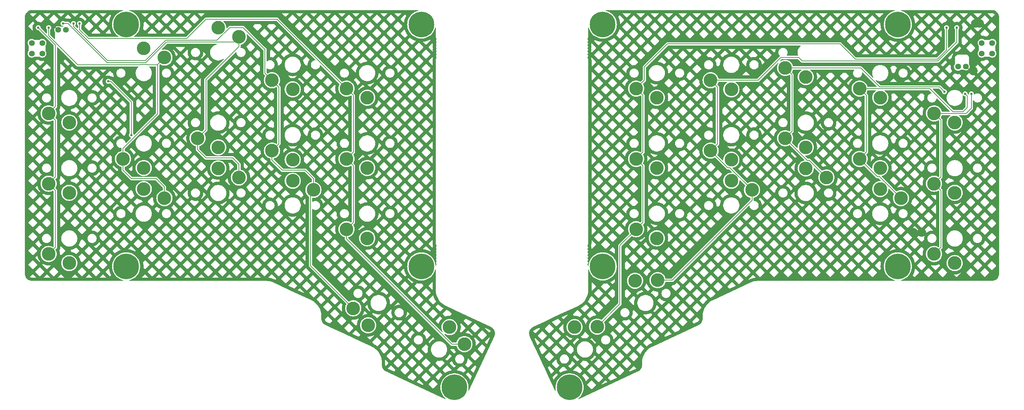
<source format=gbr>
%TF.GenerationSoftware,KiCad,Pcbnew,8.0.2*%
%TF.CreationDate,2024-05-25T21:47:10-04:00*%
%TF.ProjectId,Forager34,466f7261-6765-4723-9334-2e6b69636164,rev?*%
%TF.SameCoordinates,Original*%
%TF.FileFunction,Copper,L1,Top*%
%TF.FilePolarity,Positive*%
%FSLAX46Y46*%
G04 Gerber Fmt 4.6, Leading zero omitted, Abs format (unit mm)*
G04 Created by KiCad (PCBNEW 8.0.2) date 2024-05-25 21:47:10*
%MOMM*%
%LPD*%
G01*
G04 APERTURE LIST*
%TA.AperFunction,ComponentPad*%
%ADD10C,6.200000*%
%TD*%
%TA.AperFunction,ComponentPad*%
%ADD11C,3.300000*%
%TD*%
%TA.AperFunction,ComponentPad*%
%ADD12C,1.397000*%
%TD*%
%TA.AperFunction,ViaPad*%
%ADD13C,0.600000*%
%TD*%
%TA.AperFunction,Conductor*%
%ADD14C,0.200000*%
%TD*%
G04 APERTURE END LIST*
D10*
%TO.P,REF\u002A\u002A,*%
%TO.N,*%
X13909849Y-42013868D03*
%TD*%
%TO.P,REF\u002A\u002A,*%
%TO.N,*%
X-13909849Y-42013868D03*
%TD*%
%TO.P,REF\u002A\u002A,*%
%TO.N,*%
X93250000Y45750000D03*
%TD*%
%TO.P,REF\u002A\u002A,*%
%TO.N,*%
X93250000Y-12750000D03*
%TD*%
%TO.P,REF\u002A\u002A,*%
%TO.N,*%
X21923023Y45750000D03*
%TD*%
%TO.P,REF\u002A\u002A,*%
%TO.N,*%
X21923023Y-12750000D03*
%TD*%
%TO.P,REF\u002A\u002A,*%
%TO.N,*%
X-93250000Y-12750000D03*
%TD*%
%TO.P,REF\u002A\u002A,*%
%TO.N,*%
X-93250000Y45750000D03*
%TD*%
%TO.P,REF\u002A\u002A,*%
%TO.N,*%
X-21923023Y45750000D03*
%TD*%
%TO.P,REF\u002A\u002A,*%
%TO.N,*%
X-21923023Y-12750000D03*
%TD*%
D11*
%TO.P,RCH16,1,1*%
%TO.N,/RCOL4*%
X20574628Y-27320562D03*
%TO.P,RCH16,2,2*%
%TO.N,Net-(RD16-A)*%
X15113329Y-27439777D03*
%TD*%
D12*
%TO.P,RU1,22,GND*%
%TO.N,unconnected-(RU1-GND-Pad22)*%
X113532000Y41270000D03*
%TO.P,RU1,21,RST*%
%TO.N,unconnected-(RU1-RST-Pad21)*%
X113532000Y38730000D03*
%TO.P,RU1,20,CLK*%
%TO.N,unconnected-(RU1-CLK-Pad20)*%
X116072000Y41270000D03*
%TO.P,RU1,19,DIO*%
%TO.N,unconnected-(RU1-DIO-Pad19)*%
X116072000Y38730000D03*
%TO.P,RU1,16,BAT+*%
%TO.N,RBAT*%
X107817000Y35555000D03*
%TO.P,RU1,15,BAT-*%
%TO.N,RGND*%
X109722000Y35555000D03*
%TD*%
D11*
%TO.P,RCH6,1,1*%
%TO.N,/RCOL4*%
X30000000Y13250000D03*
%TO.P,RCH6,2,2*%
%TO.N,Net-(RD6-A)*%
X35000000Y11050000D03*
%TD*%
%TO.P,RCH10,1,1*%
%TO.N,/RCOL0*%
X102000000Y7250000D03*
%TO.P,RCH10,2,2*%
%TO.N,Net-(RD10-A)*%
X107000000Y5050000D03*
%TD*%
%TO.P,RCH14,2,2*%
%TO.N,Net-(RD14-A)*%
X89000000Y5950000D03*
%TO.P,RCH14,1,1*%
%TO.N,/RCOL1*%
X94000000Y3750000D03*
%TD*%
%TO.P,RCH2,1,1*%
%TO.N,/RCOL3*%
X48000000Y32250000D03*
%TO.P,RCH2,2,2*%
%TO.N,Net-(RD2-A)*%
X53000000Y30050000D03*
%TD*%
%TO.P,RCH9,1,1*%
%TO.N,/RCOL1*%
X84000000Y13250000D03*
%TO.P,RCH9,2,2*%
%TO.N,Net-(RD9-A)*%
X89000000Y11050000D03*
%TD*%
%TO.P,RCH12,1,1*%
%TO.N,/RCOL3*%
X58000000Y5750000D03*
%TO.P,RCH12,2,2*%
%TO.N,Net-(RD12-A)*%
X53000000Y7950000D03*
%TD*%
%TO.P,RCH7,1,1*%
%TO.N,/RCOL3*%
X48000000Y15250000D03*
%TO.P,RCH7,2,2*%
%TO.N,Net-(RD7-A)*%
X53000000Y13050000D03*
%TD*%
%TO.P,RCH13,1,1*%
%TO.N,/RCOL2*%
X76000000Y8750000D03*
%TO.P,RCH13,2,2*%
%TO.N,Net-(RD13-A)*%
X71000000Y10950000D03*
%TD*%
%TO.P,RCH5,1,1*%
%TO.N,/RCOL0*%
X102000000Y24250000D03*
%TO.P,RCH5,2,2*%
%TO.N,Net-(RD5-A)*%
X107000000Y22050000D03*
%TD*%
%TO.P,RCH8,1,1*%
%TO.N,/RCOL2*%
X66000000Y18250000D03*
%TO.P,RCH8,2,2*%
%TO.N,Net-(RD8-A)*%
X71000000Y16050000D03*
%TD*%
%TO.P,RCH11,1,1*%
%TO.N,/RCOL4*%
X30000000Y-3750000D03*
%TO.P,RCH11,2,2*%
%TO.N,Net-(RD11-A)*%
X35000000Y-5950000D03*
%TD*%
%TO.P,RCH4,1,1*%
%TO.N,/RCOL1*%
X84000000Y30250000D03*
%TO.P,RCH4,2,2*%
%TO.N,Net-(RD4-A)*%
X89000000Y28050000D03*
%TD*%
%TO.P,RCH15,1,1*%
%TO.N,/RCOL0*%
X102000000Y-9750000D03*
%TO.P,RCH15,2,2*%
%TO.N,Net-(RD15-A)*%
X107000000Y-11950000D03*
%TD*%
%TO.P,RCH17,2,2*%
%TO.N,Net-(RD17-A)*%
X29736396Y-16207417D03*
%TO.P,RCH17,1,1*%
%TO.N,/RCOL3*%
X35197695Y-16088202D03*
%TD*%
%TO.P,RCH3,1,1*%
%TO.N,/RCOL2*%
X66000000Y35250000D03*
%TO.P,RCH3,2,2*%
%TO.N,Net-(RD3-A)*%
X71000000Y33050000D03*
%TD*%
%TO.P,RCH1,1,1*%
%TO.N,/RCOL4*%
X30000000Y30250000D03*
%TO.P,RCH1,2,2*%
%TO.N,Net-(RD1-A)*%
X35000000Y28050000D03*
%TD*%
D12*
%TO.P,LU1,15,BAT-*%
%TO.N,LGND*%
X-109722000Y44445000D03*
%TO.P,LU1,16,BAT+*%
%TO.N,LBAT*%
X-107817000Y44445000D03*
%TO.P,LU1,19,DIO*%
%TO.N,unconnected-(LU1-DIO-Pad19)*%
X-116072000Y41270000D03*
%TO.P,LU1,20,CLK*%
%TO.N,unconnected-(LU1-CLK-Pad20)*%
X-116072000Y38730000D03*
%TO.P,LU1,21,RST*%
%TO.N,unconnected-(LU1-RST-Pad21)*%
X-113532000Y41270000D03*
%TO.P,LU1,22,GND*%
%TO.N,unconnected-(LU1-GND-Pad22)*%
X-113532000Y38730000D03*
%TD*%
D11*
%TO.P,LCH9,1,1*%
%TO.N,/LCOL3*%
X-58000000Y15250000D03*
%TO.P,LCH9,2,2*%
%TO.N,Net-(LD9-A)*%
X-53000000Y13050000D03*
%TD*%
%TO.P,LCH2,1,1*%
%TO.N,/LCOL1*%
X-84000000Y37750000D03*
%TO.P,LCH2,2,2*%
%TO.N,Net-(LD2-A)*%
X-89000000Y39950000D03*
%TD*%
%TO.P,LCH7,1,1*%
%TO.N,/LCOL1*%
X-94000000Y13250000D03*
%TO.P,LCH7,2,2*%
%TO.N,Net-(LD7-A)*%
X-89000000Y11050000D03*
%TD*%
%TO.P,LCH4,1,1*%
%TO.N,/LCOL3*%
X-58000000Y32250000D03*
%TO.P,LCH4,2,2*%
%TO.N,Net-(LD4-A)*%
X-53000000Y30050000D03*
%TD*%
%TO.P,LCH11,1,1*%
%TO.N,/LCOL0*%
X-112000000Y-9750000D03*
%TO.P,LCH11,2,2*%
%TO.N,Net-(LD11-A)*%
X-107000000Y-11950000D03*
%TD*%
%TO.P,LCH13,1,1*%
%TO.N,/LCOL2*%
X-66000000Y8750000D03*
%TO.P,LCH13,2,2*%
%TO.N,Net-(LD13-A)*%
X-71000000Y10950000D03*
%TD*%
%TO.P,LCH3,1,1*%
%TO.N,/LCOL2*%
X-66000000Y42750000D03*
%TO.P,LCH3,2,2*%
%TO.N,Net-(LD3-A)*%
X-71000000Y44950000D03*
%TD*%
%TO.P,LCH8,1,1*%
%TO.N,/LCOL2*%
X-76000000Y18250000D03*
%TO.P,LCH8,2,2*%
%TO.N,Net-(LD8-A)*%
X-71000000Y16050000D03*
%TD*%
%TO.P,LCH15,1,1*%
%TO.N,/LCOL4*%
X-40000000Y-3750000D03*
%TO.P,LCH15,2,2*%
%TO.N,Net-(LD15-A)*%
X-35000000Y-5950000D03*
%TD*%
%TO.P,LCH1,1,1*%
%TO.N,/LCOL0*%
X-112000000Y24250000D03*
%TO.P,LCH1,2,2*%
%TO.N,Net-(LD1-A)*%
X-107000000Y22050000D03*
%TD*%
%TO.P,LCH6,1,1*%
%TO.N,/LCOL0*%
X-112000000Y7250000D03*
%TO.P,LCH6,2,2*%
%TO.N,Net-(LD6-A)*%
X-107000000Y5050000D03*
%TD*%
%TO.P,LCH12,1,1*%
%TO.N,/LCOL1*%
X-84000000Y3750000D03*
%TO.P,LCH12,2,2*%
%TO.N,Net-(LD12-A)*%
X-89000000Y5950000D03*
%TD*%
%TO.P,LCH10,1,1*%
%TO.N,/LCOL4*%
X-40000000Y13250000D03*
%TO.P,LCH10,2,2*%
%TO.N,Net-(LD10-A)*%
X-35000000Y11050000D03*
%TD*%
%TO.P,LCH14,1,1*%
%TO.N,/LCOL3*%
X-48000000Y5750000D03*
%TO.P,LCH14,2,2*%
%TO.N,Net-(LD14-A)*%
X-53000000Y7950000D03*
%TD*%
%TO.P,LCH17,1,1*%
%TO.N,/LCOL4*%
X-11511551Y-31546745D03*
%TO.P,LCH17,2,2*%
%TO.N,Net-(LD17-A)*%
X-15113329Y-27439777D03*
%TD*%
%TO.P,LCH5,1,1*%
%TO.N,/LCOL4*%
X-40000000Y30250000D03*
%TO.P,LCH5,2,2*%
%TO.N,Net-(LD5-A)*%
X-35000000Y28050000D03*
%TD*%
%TO.P,LCH16,1,1*%
%TO.N,/LCOL3*%
X-38367332Y-22885511D03*
%TO.P,LCH16,2,2*%
%TO.N,Net-(LD16-A)*%
X-34765554Y-26992479D03*
%TD*%
D13*
%TO.N,/RCOL4*%
X105000000Y45000000D03*
%TO.N,/RCOL2*%
X104500000Y29500000D03*
%TO.N,/RCOL3*%
X107500000Y45000000D03*
%TO.N,/RCOL1*%
X109500000Y29000000D03*
%TO.N,/RCOL0*%
X111000000Y29000000D03*
%TO.N,RGND*%
X97000000Y-4500000D03*
X99000000Y-4500000D03*
X113000000Y46000000D03*
X112000000Y46000000D03*
X111500000Y36500000D03*
X111500000Y34500000D03*
%TO.N,LGND*%
X-112000000Y30000000D03*
X-112000000Y34000000D03*
%TO.N,/LCOL0*%
X-114500000Y45000000D03*
%TO.N,/LCOL1*%
X-112000000Y45000000D03*
%TO.N,/LCOL2*%
X-108500000Y46000000D03*
%TO.N,/LCOL3*%
X-106000000Y46000000D03*
%TO.N,/LCOL4*%
X-104500000Y46000000D03*
%TO.N,/LROW2*%
X-92000000Y19000000D03*
X-97600000Y32000000D03*
%TD*%
D14*
%TO.N,/RCOL4*%
X30000000Y30250000D02*
X32000000Y32250000D01*
X32000000Y32250000D02*
X32000000Y35500000D01*
X79300000Y41050000D02*
X83000000Y37350000D01*
X105000000Y39565686D02*
X105000000Y45000000D01*
X32000000Y35500000D02*
X37550000Y41050000D01*
X37550000Y41050000D02*
X79300000Y41050000D01*
X83000000Y37350000D02*
X102784314Y37350000D01*
X102784314Y37350000D02*
X105000000Y39565686D01*
%TO.N,/RCOL3*%
X107500000Y45000000D02*
X107500000Y41500000D01*
X102950000Y36950000D02*
X70150862Y36950000D01*
X65002944Y37800000D02*
X59452944Y32250000D01*
X69300862Y37800000D02*
X65002944Y37800000D01*
X107500000Y41500000D02*
X102950000Y36950000D01*
X70150862Y36950000D02*
X69300862Y37800000D01*
X59452944Y32250000D02*
X48000000Y32250000D01*
%TO.N,/RCOL2*%
X103350000Y30650000D02*
X104500000Y29500000D01*
X84250000Y35250000D02*
X88850000Y30650000D01*
X88850000Y30650000D02*
X103350000Y30650000D01*
X66000000Y35250000D02*
X84250000Y35250000D01*
%TO.N,/RCOL1*%
X106547056Y24650000D02*
X109000000Y24650000D01*
X109000000Y24650000D02*
X110000000Y25650000D01*
X110000000Y25650000D02*
X110000000Y28500000D01*
X100947056Y30250000D02*
X106547056Y24650000D01*
X110000000Y28500000D02*
X109500000Y29000000D01*
X84000000Y30250000D02*
X100947056Y30250000D01*
%TO.N,/RCOL0*%
X111000000Y29000000D02*
X111000000Y25500000D01*
X111000000Y25500000D02*
X109750000Y24250000D01*
X109750000Y24250000D02*
X102000000Y24250000D01*
%TO.N,/RCOL1*%
X94000000Y3750000D02*
X88750000Y9000000D01*
X88750000Y9000000D02*
X88250000Y9000000D01*
X88250000Y9000000D02*
X84000000Y13250000D01*
%TO.N,/RCOL2*%
X76000000Y8750000D02*
X71850000Y12900000D01*
X71850000Y12900000D02*
X71350000Y12900000D01*
X71350000Y12900000D02*
X66000000Y18250000D01*
%TO.N,/RCOL3*%
X58000000Y5750000D02*
X52650000Y11100000D01*
X52650000Y11100000D02*
X52150000Y11100000D01*
X52150000Y11100000D02*
X48000000Y15250000D01*
X35197695Y-16088202D02*
X38714742Y-16088202D01*
X38714742Y-16088202D02*
X58000000Y3197056D01*
X58000000Y3197056D02*
X58000000Y5750000D01*
%TO.N,/RCOL4*%
X30000000Y-3750000D02*
X26066282Y-7683718D01*
X26066282Y-21828908D02*
X20574628Y-27320562D01*
X26066282Y-7683718D02*
X26066282Y-21828908D01*
X30000000Y13250000D02*
X31650000Y11600000D01*
X31650000Y11600000D02*
X31650000Y-2100000D01*
X31650000Y-2100000D02*
X30000000Y-3750000D01*
X30000000Y30250000D02*
X31650000Y28600000D01*
X31650000Y28600000D02*
X31650000Y14900000D01*
X31650000Y14900000D02*
X30000000Y13250000D01*
%TO.N,/RCOL3*%
X48000000Y15250000D02*
X49650000Y16900000D01*
X49650000Y16900000D02*
X49650000Y30600000D01*
X49650000Y30600000D02*
X48000000Y32250000D01*
%TO.N,/RCOL2*%
X66000000Y35250000D02*
X67650000Y33600000D01*
X67650000Y33600000D02*
X67650000Y19900000D01*
X67650000Y19900000D02*
X66000000Y18250000D01*
%TO.N,/RCOL1*%
X84000000Y13250000D02*
X85650000Y14900000D01*
X85650000Y14900000D02*
X85650000Y28600000D01*
X85650000Y28600000D02*
X84000000Y30250000D01*
%TO.N,/RCOL0*%
X102000000Y7250000D02*
X103650000Y5600000D01*
X103650000Y5600000D02*
X103650000Y-8100000D01*
X103650000Y-8100000D02*
X102000000Y-9750000D01*
X102000000Y24250000D02*
X103650000Y22600000D01*
X103650000Y8900000D02*
X102000000Y7250000D01*
X103650000Y22600000D02*
X103650000Y8900000D01*
%TO.N,/LCOL0*%
X-112000000Y24250000D02*
X-110350000Y22600000D01*
X-110350000Y-8100000D02*
X-112000000Y-9750000D01*
X-112000000Y7250000D02*
X-110350000Y5600000D01*
X-110350000Y40850000D02*
X-114500000Y45000000D01*
X-110350000Y5600000D02*
X-110350000Y-8100000D01*
X-112000000Y24250000D02*
X-110350000Y25900000D01*
X-110350000Y22600000D02*
X-110350000Y8900000D01*
X-110350000Y8900000D02*
X-112000000Y7250000D01*
X-110350000Y25900000D02*
X-110350000Y40850000D01*
%TO.N,/LCOL1*%
X-88100862Y36000000D02*
X-88150862Y36050000D01*
X-86000000Y8500000D02*
X-92000000Y8500000D01*
X-85650000Y24152944D02*
X-85650000Y36100000D01*
X-92000000Y8500000D02*
X-94000000Y10500000D01*
X-84000000Y6500000D02*
X-86000000Y8500000D01*
X-89899138Y36000000D02*
X-104934314Y36000000D01*
X-94000000Y10500000D02*
X-94000000Y13250000D01*
X-85650000Y36100000D02*
X-84000000Y37750000D01*
X-94000000Y15802944D02*
X-85650000Y24152944D01*
X-112000000Y43065686D02*
X-112000000Y45000000D01*
X-89849138Y36050000D02*
X-89899138Y36000000D01*
X-88150862Y36050000D02*
X-89849138Y36050000D01*
X-84000000Y3750000D02*
X-84000000Y6500000D01*
X-94000000Y13250000D02*
X-94000000Y15802944D01*
X-104934314Y36000000D02*
X-112000000Y43065686D01*
X-84000000Y37750000D02*
X-85750000Y36000000D01*
X-85750000Y36000000D02*
X-88100862Y36000000D01*
%TO.N,/LCOL2*%
X-67500000Y13500000D02*
X-66000000Y12000000D01*
X-108500000Y46000000D02*
X-107318486Y46000000D01*
X-76000000Y15500000D02*
X-74000000Y13500000D01*
X-66000000Y40416548D02*
X-74000000Y32416548D01*
X-74000000Y20250000D02*
X-76000000Y18250000D01*
X-67250000Y41500000D02*
X-66000000Y42750000D01*
X-66000000Y42750000D02*
X-66000000Y40416548D01*
X-66000000Y12000000D02*
X-66000000Y8750000D01*
X-97818486Y36500000D02*
X-88500000Y36500000D01*
X-83500000Y41500000D02*
X-67250000Y41500000D01*
X-88500000Y36500000D02*
X-83500000Y41500000D01*
X-74000000Y13500000D02*
X-67500000Y13500000D01*
X-74000000Y32416548D02*
X-74000000Y20250000D01*
X-107318486Y46000000D02*
X-97818486Y36500000D01*
X-76000000Y18250000D02*
X-76000000Y15500000D01*
%TO.N,/LCOL3*%
X-48700000Y-12552845D02*
X-48700000Y5050000D01*
X-88565686Y37000000D02*
X-83665686Y41900000D01*
X-38367333Y-22885512D02*
X-48700000Y-12552845D01*
X-56350000Y30600000D02*
X-56350000Y16900000D01*
X-65000000Y45000000D02*
X-68192283Y45000000D01*
X-55500000Y10500000D02*
X-50000000Y10500000D01*
X-58000000Y13000000D02*
X-55500000Y10500000D01*
X-50000000Y10500000D02*
X-48000000Y8500000D01*
X-59700000Y33950000D02*
X-59700000Y39700000D01*
X-68192283Y45000000D02*
X-71292283Y41900000D01*
X-58000000Y32250000D02*
X-59700000Y33950000D01*
X-58000000Y15250000D02*
X-58000000Y13000000D01*
X-97752800Y37000000D02*
X-88565686Y37000000D01*
X-56350000Y16900000D02*
X-58000000Y15250000D01*
X-106000000Y45247200D02*
X-97752800Y37000000D01*
X-48000000Y8500000D02*
X-48000000Y5750000D01*
X-71292283Y41900000D02*
X-83665686Y41900000D01*
X-58000000Y32250000D02*
X-56350000Y30600000D01*
X-59700000Y39700000D02*
X-65000000Y45000000D01*
X-106000000Y45247200D02*
X-106000000Y46000000D01*
%TO.N,/LCOL4*%
X-74000000Y47000000D02*
X-78650000Y42350000D01*
X-14536708Y-31546744D02*
X-11511550Y-31546744D01*
X-38350000Y28600000D02*
X-38350000Y14900000D01*
X-104500000Y44500000D02*
X-104500000Y46000000D01*
X-38350000Y14900000D02*
X-40000000Y13250000D01*
X-38350000Y11600000D02*
X-38350000Y-2100000D01*
X-78650000Y42350000D02*
X-102350000Y42350000D01*
X-40000000Y-6083452D02*
X-14536708Y-31546744D01*
X-40000000Y-3750000D02*
X-40000000Y-6083452D01*
X-40000000Y30250000D02*
X-56750000Y47000000D01*
X-38350000Y-2100000D02*
X-40000000Y-3750000D01*
X-102350000Y42350000D02*
X-104500000Y44500000D01*
X-40000000Y13250000D02*
X-38350000Y11600000D01*
X-40000000Y30250000D02*
X-38350000Y28600000D01*
X-56750000Y47000000D02*
X-74000000Y47000000D01*
%TO.N,/LROW2*%
X-92000000Y19000000D02*
X-92000000Y27000000D01*
X-97000000Y32000000D02*
X-97600000Y32000000D01*
X-92000000Y27000000D02*
X-97000000Y32000000D01*
%TD*%
%TA.AperFunction,Conductor*%
%TO.N,LGND*%
G36*
X-94022163Y49230593D02*
G01*
X-93986199Y49181093D01*
X-93986199Y49119907D01*
X-94022163Y49070407D01*
X-94059072Y49053815D01*
X-94127666Y49038715D01*
X-94161057Y49031366D01*
X-94161058Y49031366D01*
X-94161060Y49031365D01*
X-94161066Y49031364D01*
X-94510503Y48913625D01*
X-94845162Y48758795D01*
X-95161119Y48568690D01*
X-95454670Y48345538D01*
X-95722373Y48091956D01*
X-95961090Y47810917D01*
X-96168022Y47505716D01*
X-96340743Y47179930D01*
X-96477227Y46837379D01*
X-96575875Y46482081D01*
X-96635531Y46118199D01*
X-96655494Y45750000D01*
X-96635531Y45381801D01*
X-96575875Y45017919D01*
X-96570190Y44997445D01*
X-96478136Y44665893D01*
X-96477227Y44662621D01*
X-96377413Y44412105D01*
X-96341021Y44320766D01*
X-96340743Y44320070D01*
X-96168022Y43994284D01*
X-95961090Y43689083D01*
X-95949480Y43675415D01*
X-95722377Y43408048D01*
X-95722367Y43408038D01*
X-95454673Y43154464D01*
X-95158984Y42929687D01*
X-95159458Y42929062D01*
X-95123755Y42883125D01*
X-95121774Y42821972D01*
X-95156116Y42771333D01*
X-95213664Y42750552D01*
X-95216870Y42750500D01*
X-102143099Y42750500D01*
X-102201290Y42769407D01*
X-102213103Y42779496D01*
X-103172779Y43739172D01*
X-101583999Y43739172D01*
X-101583999Y43566629D01*
X-101565870Y43548500D01*
X-99509102Y43548500D01*
X-99490973Y43566629D01*
X-99490973Y43739172D01*
X-98189886Y43739172D01*
X-98189886Y43566629D01*
X-98171757Y43548500D01*
X-96829903Y43548500D01*
X-96834586Y43555407D01*
X-96836063Y43557650D01*
X-96844823Y43571356D01*
X-96846235Y43573634D01*
X-96857378Y43592155D01*
X-96858730Y43594472D01*
X-96866719Y43608604D01*
X-96868005Y43610951D01*
X-97050850Y43955831D01*
X-97052075Y43958220D01*
X-97059299Y43972787D01*
X-97060456Y43975203D01*
X-97069532Y43994821D01*
X-97070625Y43997269D01*
X-97077043Y44012189D01*
X-97078069Y44014666D01*
X-97222548Y44377284D01*
X-97223505Y44379784D01*
X-97229103Y44395020D01*
X-97229994Y44397549D01*
X-97236896Y44418031D01*
X-97237717Y44420582D01*
X-97242493Y44436134D01*
X-97243246Y44438711D01*
X-97296944Y44632114D01*
X-98189886Y43739172D01*
X-99490973Y43739172D01*
X-100451215Y44699414D01*
X-100623757Y44699414D01*
X-101583999Y43739172D01*
X-103172779Y43739172D01*
X-104070504Y44636897D01*
X-104098281Y44691414D01*
X-104099500Y44706901D01*
X-104099500Y45303909D01*
X-103281055Y45303909D01*
X-103281055Y45263686D01*
X-102320813Y44303444D01*
X-102148271Y44303444D01*
X-101188029Y45263686D01*
X-101188029Y45436228D01*
X-99886943Y45436228D01*
X-99886943Y45263686D01*
X-98926701Y44303444D01*
X-98754158Y44303444D01*
X-97793917Y45263685D01*
X-97793917Y45436228D01*
X-98754158Y46396470D01*
X-98926701Y46396470D01*
X-99886943Y45436228D01*
X-101188029Y45436228D01*
X-102148271Y46396470D01*
X-102320813Y46396470D01*
X-103176479Y45540802D01*
X-103248210Y45367629D01*
X-103250885Y45361725D01*
X-103268268Y45326479D01*
X-103271322Y45320766D01*
X-103281055Y45303909D01*
X-104099500Y45303909D01*
X-104099500Y45502929D01*
X-104080593Y45561120D01*
X-104073276Y45569687D01*
X-103975462Y45697160D01*
X-103975462Y45697161D01*
X-103914957Y45843233D01*
X-103914955Y45843241D01*
X-103894318Y45999999D01*
X-103894318Y46000000D01*
X-103914955Y46156758D01*
X-103914957Y46156766D01*
X-103975462Y46302838D01*
X-103975462Y46302839D01*
X-104071713Y46428276D01*
X-104071714Y46428277D01*
X-104071718Y46428282D01*
X-104074420Y46430355D01*
X-104136507Y46477996D01*
X-104197159Y46524536D01*
X-104343238Y46585044D01*
X-104460809Y46600522D01*
X-104499999Y46605682D01*
X-104500001Y46605682D01*
X-104531352Y46601554D01*
X-104656762Y46585044D01*
X-104802841Y46524536D01*
X-104928282Y46428282D01*
X-105024536Y46302841D01*
X-105085044Y46156762D01*
X-105100237Y46041361D01*
X-105105682Y46000000D01*
X-105105682Y45999999D01*
X-105102269Y45974076D01*
X-105085044Y45843238D01*
X-105085042Y45843233D01*
X-105024537Y45697161D01*
X-105024537Y45697160D01*
X-104924332Y45566570D01*
X-104925713Y45565509D01*
X-104901719Y45518416D01*
X-104900500Y45502929D01*
X-104900500Y44953101D01*
X-104919407Y44894910D01*
X-104968907Y44858946D01*
X-105030093Y44858946D01*
X-105069504Y44883097D01*
X-105570504Y45384097D01*
X-105598281Y45438614D01*
X-105599500Y45454101D01*
X-105599500Y45502929D01*
X-105580593Y45561120D01*
X-105573276Y45569687D01*
X-105475462Y45697160D01*
X-105475462Y45697161D01*
X-105414957Y45843233D01*
X-105414955Y45843241D01*
X-105394318Y45999999D01*
X-105394318Y46000000D01*
X-105414955Y46156758D01*
X-105414957Y46156766D01*
X-105475462Y46302838D01*
X-105475462Y46302839D01*
X-105571713Y46428276D01*
X-105571714Y46428277D01*
X-105571718Y46428282D01*
X-105574420Y46430355D01*
X-105636507Y46477996D01*
X-105697159Y46524536D01*
X-105843238Y46585044D01*
X-105960809Y46600522D01*
X-105999999Y46605682D01*
X-106000001Y46605682D01*
X-106031352Y46601554D01*
X-106156762Y46585044D01*
X-106302841Y46524536D01*
X-106428282Y46428282D01*
X-106524536Y46302841D01*
X-106585044Y46156762D01*
X-106596511Y46069655D01*
X-106622852Y46014432D01*
X-106676622Y45985237D01*
X-106737284Y45993223D01*
X-106764667Y46012575D01*
X-107072572Y46320479D01*
X-107072577Y46320483D01*
X-107163894Y46373205D01*
X-107163892Y46373205D01*
X-107163896Y46373206D01*
X-107163898Y46373207D01*
X-107265759Y46400500D01*
X-107265761Y46400500D01*
X-108002929Y46400500D01*
X-108061120Y46419407D01*
X-108069687Y46426723D01*
X-108071716Y46428280D01*
X-108071718Y46428282D01*
X-108197159Y46524536D01*
X-108343238Y46585044D01*
X-108460809Y46600522D01*
X-108499999Y46605682D01*
X-108500001Y46605682D01*
X-108531352Y46601554D01*
X-108656762Y46585044D01*
X-108802841Y46524536D01*
X-108928282Y46428282D01*
X-109024536Y46302841D01*
X-109085044Y46156762D01*
X-109100237Y46041361D01*
X-109105682Y46000000D01*
X-109105682Y45999999D01*
X-109102269Y45974076D01*
X-109085044Y45843238D01*
X-109085042Y45843233D01*
X-109024537Y45697161D01*
X-109024537Y45697160D01*
X-108938506Y45585042D01*
X-108928282Y45571718D01*
X-108928277Y45571714D01*
X-108928276Y45571713D01*
X-108802838Y45475462D01*
X-108656766Y45414957D01*
X-108656758Y45414955D01*
X-108517737Y45396653D01*
X-108462512Y45370312D01*
X-108433317Y45316541D01*
X-108441303Y45255879D01*
X-108483420Y45211497D01*
X-108530659Y45199500D01*
X-109199693Y45199500D01*
X-109257884Y45218407D01*
X-109257884Y45218408D01*
X-109270270Y45227407D01*
X-109270280Y45227413D01*
X-109442812Y45304228D01*
X-109442822Y45304231D01*
X-109627567Y45343500D01*
X-109816433Y45343500D01*
X-110001177Y45304231D01*
X-110001183Y45304229D01*
X-110173721Y45227411D01*
X-110173727Y45227407D01*
X-110283343Y45147766D01*
X-110283343Y45147765D01*
X-110004224Y44868646D01*
X-110033920Y44851502D01*
X-110128502Y44756920D01*
X-110145646Y44727225D01*
X-110425211Y45006789D01*
X-110425212Y45006789D01*
X-110452903Y44976036D01*
X-110452911Y44976026D01*
X-110547337Y44812475D01*
X-110547339Y44812470D01*
X-110605705Y44632839D01*
X-110625448Y44445000D01*
X-110605705Y44257160D01*
X-110547340Y44077530D01*
X-110489763Y43977804D01*
X-110476500Y43928304D01*
X-110476500Y42347587D01*
X-110495407Y42289396D01*
X-110544907Y42253432D01*
X-110606093Y42253432D01*
X-110645504Y42277583D01*
X-111570504Y43202583D01*
X-111598281Y43257100D01*
X-111599500Y43272587D01*
X-111599500Y44502929D01*
X-111580593Y44561120D01*
X-111573276Y44569687D01*
X-111475462Y44697160D01*
X-111475462Y44697161D01*
X-111414957Y44843233D01*
X-111414955Y44843241D01*
X-111394318Y44999999D01*
X-111394318Y45000000D01*
X-111414955Y45156758D01*
X-111414957Y45156766D01*
X-111475462Y45302838D01*
X-111475462Y45302839D01*
X-111571713Y45428276D01*
X-111571714Y45428277D01*
X-111571718Y45428282D01*
X-111697159Y45524536D01*
X-111736429Y45540802D01*
X-111843233Y45585042D01*
X-111843238Y45585044D01*
X-111960809Y45600522D01*
X-111999999Y45605682D01*
X-112000001Y45605682D01*
X-112031352Y45601554D01*
X-112156762Y45585044D01*
X-112302841Y45524536D01*
X-112428282Y45428282D01*
X-112524536Y45302841D01*
X-112585044Y45156762D01*
X-112595380Y45078253D01*
X-112605682Y45000000D01*
X-112605682Y44999999D01*
X-112601111Y44965281D01*
X-112585044Y44843238D01*
X-112585042Y44843233D01*
X-112524537Y44697161D01*
X-112524537Y44697160D01*
X-112424332Y44566570D01*
X-112425713Y44565509D01*
X-112401719Y44518416D01*
X-112400500Y44502929D01*
X-112400500Y43705901D01*
X-112419407Y43647710D01*
X-112468907Y43611746D01*
X-112530093Y43611746D01*
X-112569504Y43635897D01*
X-113865322Y44931715D01*
X-113893099Y44986232D01*
X-113893981Y44997445D01*
X-113914955Y45156758D01*
X-113914957Y45156766D01*
X-113975462Y45302838D01*
X-113975462Y45302839D01*
X-114071713Y45428276D01*
X-114071714Y45428277D01*
X-114071718Y45428282D01*
X-114197159Y45524536D01*
X-114236429Y45540802D01*
X-114343233Y45585042D01*
X-114343238Y45585044D01*
X-114460809Y45600522D01*
X-114499999Y45605682D01*
X-114500001Y45605682D01*
X-114531352Y45601554D01*
X-114656762Y45585044D01*
X-114802841Y45524536D01*
X-114928282Y45428282D01*
X-115024536Y45302841D01*
X-115085044Y45156762D01*
X-115095380Y45078253D01*
X-115105682Y45000000D01*
X-115105682Y44999999D01*
X-115101111Y44965281D01*
X-115085044Y44843238D01*
X-115085042Y44843233D01*
X-115024537Y44697161D01*
X-115024537Y44697160D01*
X-114935092Y44580593D01*
X-114928282Y44571718D01*
X-114928277Y44571714D01*
X-114928276Y44571713D01*
X-114900500Y44550400D01*
X-114805964Y44477860D01*
X-114802838Y44475462D01*
X-114656766Y44414957D01*
X-114656758Y44414955D01*
X-114493567Y44393471D01*
X-114493794Y44391743D01*
X-114443528Y44375411D01*
X-114431715Y44365322D01*
X-110779496Y40713103D01*
X-110751719Y40658586D01*
X-110750500Y40643099D01*
X-110750500Y26106899D01*
X-110769407Y26048708D01*
X-110779491Y26036901D01*
X-110876509Y25939882D01*
X-110931023Y25912106D01*
X-110991456Y25921677D01*
X-110993957Y25922997D01*
X-111187659Y26028767D01*
X-111187661Y26028768D01*
X-111187663Y26028769D01*
X-111449072Y26126269D01*
X-111449077Y26126271D01*
X-111721706Y26185578D01*
X-112000000Y26205482D01*
X-112278294Y26185578D01*
X-112550923Y26126271D01*
X-112812337Y26028769D01*
X-113057213Y25895056D01*
X-113280568Y25727855D01*
X-113477855Y25530568D01*
X-113645056Y25307213D01*
X-113778769Y25062337D01*
X-113876271Y24800923D01*
X-113935578Y24528294D01*
X-113955482Y24250000D01*
X-113935578Y23971706D01*
X-113876271Y23699077D01*
X-113785755Y23456392D01*
X-113778768Y23437661D01*
X-113778767Y23437659D01*
X-113776471Y23433454D01*
X-113645056Y23192787D01*
X-113645055Y23192786D01*
X-113645056Y23192786D01*
X-113486060Y22980392D01*
X-113477855Y22969432D01*
X-113280568Y22772145D01*
X-113280564Y22772142D01*
X-113280562Y22772140D01*
X-113057213Y22604943D01*
X-112812340Y22471232D01*
X-112812338Y22471231D01*
X-112550926Y22373730D01*
X-112550928Y22373730D01*
X-112550923Y22373729D01*
X-112278294Y22314422D01*
X-112278291Y22314421D01*
X-112278288Y22314421D01*
X-112000000Y22294518D01*
X-111721711Y22314421D01*
X-111713514Y22316204D01*
X-111449077Y22373729D01*
X-111449072Y22373730D01*
X-111187661Y22471231D01*
X-111187653Y22471235D01*
X-110993957Y22577001D01*
X-110933823Y22588294D01*
X-110878536Y22562085D01*
X-110876508Y22560115D01*
X-110779496Y22463103D01*
X-110751719Y22408586D01*
X-110750500Y22393099D01*
X-110750500Y9106899D01*
X-110769407Y9048708D01*
X-110779491Y9036901D01*
X-110876509Y8939882D01*
X-110931023Y8912106D01*
X-110991456Y8921677D01*
X-110993957Y8922997D01*
X-111187659Y9028767D01*
X-111187661Y9028768D01*
X-111187663Y9028769D01*
X-111449072Y9126269D01*
X-111449077Y9126271D01*
X-111721706Y9185578D01*
X-112000000Y9205482D01*
X-112278294Y9185578D01*
X-112550923Y9126271D01*
X-112812337Y9028769D01*
X-113057213Y8895056D01*
X-113280568Y8727855D01*
X-113477855Y8530568D01*
X-113645056Y8307213D01*
X-113778769Y8062337D01*
X-113876271Y7800923D01*
X-113935578Y7528294D01*
X-113955482Y7250000D01*
X-113935578Y6971706D01*
X-113876271Y6699077D01*
X-113786067Y6457229D01*
X-113778768Y6437661D01*
X-113778767Y6437659D01*
X-113760351Y6403933D01*
X-113645056Y6192787D01*
X-113645055Y6192786D01*
X-113645056Y6192786D01*
X-113496634Y5994518D01*
X-113477855Y5969432D01*
X-113280568Y5772145D01*
X-113280564Y5772142D01*
X-113280562Y5772140D01*
X-113057213Y5604943D01*
X-112812340Y5471232D01*
X-112812338Y5471231D01*
X-112550926Y5373730D01*
X-112550928Y5373730D01*
X-112550923Y5373729D01*
X-112278294Y5314422D01*
X-112278291Y5314421D01*
X-112278288Y5314421D01*
X-112000000Y5294518D01*
X-111721711Y5314421D01*
X-111645852Y5330923D01*
X-111449077Y5373729D01*
X-111449072Y5373730D01*
X-111187661Y5471231D01*
X-111187653Y5471235D01*
X-110993957Y5577001D01*
X-110933823Y5588294D01*
X-110878536Y5562085D01*
X-110876508Y5560115D01*
X-110779496Y5463103D01*
X-110751719Y5408586D01*
X-110750500Y5393099D01*
X-110750500Y-7893099D01*
X-110769407Y-7951290D01*
X-110779496Y-7963103D01*
X-110876508Y-8060115D01*
X-110931025Y-8087892D01*
X-110991457Y-8078321D01*
X-110993957Y-8077001D01*
X-111187653Y-7971235D01*
X-111187661Y-7971231D01*
X-111449073Y-7873730D01*
X-111449071Y-7873730D01*
X-111721711Y-7814421D01*
X-112000000Y-7794518D01*
X-112278288Y-7814421D01*
X-112278291Y-7814421D01*
X-112278294Y-7814422D01*
X-112550923Y-7873729D01*
X-112550927Y-7873730D01*
X-112812338Y-7971231D01*
X-112812340Y-7971232D01*
X-113057213Y-8104943D01*
X-113280562Y-8272140D01*
X-113280564Y-8272142D01*
X-113280568Y-8272145D01*
X-113477855Y-8469432D01*
X-113477857Y-8469435D01*
X-113477859Y-8469437D01*
X-113645056Y-8692786D01*
X-113778349Y-8936893D01*
X-113778769Y-8937663D01*
X-113876271Y-9199077D01*
X-113935578Y-9471706D01*
X-113955482Y-9750000D01*
X-113935578Y-10028294D01*
X-113876271Y-10300923D01*
X-113778769Y-10562337D01*
X-113645056Y-10807213D01*
X-113477855Y-11030568D01*
X-113280568Y-11227855D01*
X-113057213Y-11395056D01*
X-112812337Y-11528769D01*
X-112550923Y-11626271D01*
X-112278294Y-11685578D01*
X-112000000Y-11705482D01*
X-111721706Y-11685578D01*
X-111449077Y-11626271D01*
X-111187663Y-11528769D01*
X-111187659Y-11528767D01*
X-110942786Y-11395056D01*
X-110719437Y-11227859D01*
X-110719435Y-11227857D01*
X-110719432Y-11227855D01*
X-110522145Y-11030568D01*
X-110522142Y-11030564D01*
X-110522140Y-11030562D01*
X-110354943Y-10807213D01*
X-110221232Y-10562340D01*
X-110221231Y-10562338D01*
X-110123730Y-10300927D01*
X-110101241Y-10197547D01*
X-110064422Y-10028294D01*
X-110064421Y-10028291D01*
X-110064421Y-10028288D01*
X-110044518Y-9750000D01*
X-110064421Y-9471711D01*
X-110065091Y-9468633D01*
X-110111040Y-9257405D01*
X-110123730Y-9199072D01*
X-110221231Y-8937661D01*
X-110221235Y-8937653D01*
X-110273041Y-8842778D01*
X-109404920Y-8842778D01*
X-109371062Y-8933558D01*
X-109369886Y-8936893D01*
X-109363118Y-8957229D01*
X-109362061Y-8960605D01*
X-109354035Y-8987945D01*
X-109353101Y-8991349D01*
X-109347806Y-9012096D01*
X-109346993Y-9015534D01*
X-109281633Y-9315989D01*
X-109280945Y-9319448D01*
X-109277144Y-9340507D01*
X-109276579Y-9343996D01*
X-109272522Y-9372200D01*
X-109272081Y-9375711D01*
X-109269788Y-9397034D01*
X-109269472Y-9400557D01*
X-109247535Y-9707283D01*
X-109247346Y-9710810D01*
X-109246581Y-9732218D01*
X-109246518Y-9735753D01*
X-109246518Y-9764247D01*
X-109246581Y-9767782D01*
X-109247346Y-9789190D01*
X-109247535Y-9792717D01*
X-109252283Y-9859112D01*
X-109109039Y-10002357D01*
X-108939323Y-10002357D01*
X-108834770Y-9897804D01*
X-108832230Y-9895354D01*
X-108816561Y-9880764D01*
X-108813930Y-9878400D01*
X-108803507Y-9869368D01*
X-107976254Y-9042115D01*
X-107976254Y-8869573D01*
X-106675168Y-8869573D01*
X-106675168Y-9042115D01*
X-106463313Y-9253969D01*
X-106265534Y-9296994D01*
X-106262096Y-9297806D01*
X-106241349Y-9303101D01*
X-106237945Y-9304035D01*
X-106210605Y-9312061D01*
X-106207229Y-9313118D01*
X-106186893Y-9319886D01*
X-106183558Y-9321062D01*
X-105895449Y-9428522D01*
X-105892166Y-9429814D01*
X-105872388Y-9438005D01*
X-105869147Y-9439415D01*
X-105843228Y-9451250D01*
X-105840034Y-9452778D01*
X-105820864Y-9462374D01*
X-105817733Y-9464012D01*
X-105547844Y-9611382D01*
X-105544771Y-9613132D01*
X-105526354Y-9624060D01*
X-105523353Y-9625914D01*
X-105499382Y-9641318D01*
X-105496441Y-9643283D01*
X-105478839Y-9655504D01*
X-105475972Y-9657571D01*
X-105316771Y-9776745D01*
X-104582142Y-9042115D01*
X-104582142Y-8869573D01*
X-103281055Y-8869573D01*
X-103281055Y-9042115D01*
X-102320813Y-10002357D01*
X-102148271Y-10002357D01*
X-101188029Y-9042115D01*
X-101188029Y-8869573D01*
X-99886943Y-8869573D01*
X-99886943Y-9042115D01*
X-98926701Y-10002357D01*
X-98754158Y-10002357D01*
X-97793917Y-9042115D01*
X-97793917Y-8869573D01*
X-96492830Y-8869573D01*
X-96492830Y-9042114D01*
X-95980680Y-9554264D01*
X-95979498Y-9553232D01*
X-95963023Y-9539240D01*
X-95960959Y-9537535D01*
X-95948306Y-9527365D01*
X-95946196Y-9525716D01*
X-95635450Y-9289492D01*
X-95633294Y-9287899D01*
X-95620106Y-9278426D01*
X-95617912Y-9276894D01*
X-95600022Y-9264763D01*
X-95597779Y-9263286D01*
X-95584076Y-9254527D01*
X-95581797Y-9253113D01*
X-95247325Y-9051868D01*
X-95245013Y-9050519D01*
X-95230891Y-9042534D01*
X-95228542Y-9041248D01*
X-95209446Y-9031122D01*
X-95207059Y-9029897D01*
X-95192477Y-9022664D01*
X-95190054Y-9021503D01*
X-94835757Y-8857588D01*
X-94833308Y-8856495D01*
X-94818360Y-8850065D01*
X-94815877Y-8849037D01*
X-94795797Y-8841038D01*
X-94793296Y-8840080D01*
X-94778062Y-8834484D01*
X-94775537Y-8833595D01*
X-94521407Y-8747968D01*
X-94694166Y-8575209D01*
X-92804353Y-8575209D01*
X-92602021Y-8597215D01*
X-92599358Y-8597542D01*
X-92583243Y-8599738D01*
X-92580592Y-8600135D01*
X-92559263Y-8603632D01*
X-92556618Y-8604103D01*
X-92540672Y-8607164D01*
X-92538053Y-8607704D01*
X-92156830Y-8691617D01*
X-92154216Y-8692229D01*
X-92138440Y-8696153D01*
X-92135852Y-8696834D01*
X-92115026Y-8702616D01*
X-92112446Y-8703370D01*
X-92096917Y-8708139D01*
X-92094370Y-8708959D01*
X-91724463Y-8833595D01*
X-91721938Y-8834484D01*
X-91706704Y-8840080D01*
X-91704203Y-8841038D01*
X-91684123Y-8849037D01*
X-91681640Y-8850065D01*
X-91666692Y-8856495D01*
X-91664243Y-8857588D01*
X-91309946Y-9021503D01*
X-91307523Y-9022664D01*
X-91292941Y-9029897D01*
X-91290554Y-9031122D01*
X-91271458Y-9041248D01*
X-91269109Y-9042534D01*
X-91254987Y-9050519D01*
X-91252676Y-9051868D01*
X-91104560Y-9140984D01*
X-91005691Y-9042115D01*
X-91005691Y-8869573D01*
X-89704605Y-8869573D01*
X-89704605Y-9042115D01*
X-88744363Y-10002357D01*
X-88571821Y-10002357D01*
X-87611579Y-9042115D01*
X-87611579Y-8869573D01*
X-87611580Y-8869572D01*
X-86310492Y-8869572D01*
X-86310492Y-9042115D01*
X-85350251Y-10002357D01*
X-85177708Y-10002357D01*
X-84217466Y-9042115D01*
X-84217466Y-8869573D01*
X-82916380Y-8869573D01*
X-82916380Y-9042115D01*
X-81956138Y-10002357D01*
X-81783596Y-10002357D01*
X-80823354Y-9042115D01*
X-80823354Y-8869573D01*
X-79522267Y-8869573D01*
X-79522267Y-9042115D01*
X-78562025Y-10002357D01*
X-78389483Y-10002357D01*
X-77429241Y-9042115D01*
X-77429241Y-8869573D01*
X-76128155Y-8869573D01*
X-76128155Y-9042115D01*
X-75167913Y-10002357D01*
X-74995370Y-10002357D01*
X-74035129Y-9042115D01*
X-74035129Y-8869573D01*
X-72734042Y-8869573D01*
X-72734042Y-9042115D01*
X-71773800Y-10002357D01*
X-71601258Y-10002357D01*
X-70641016Y-9042115D01*
X-70641016Y-8869573D01*
X-69339930Y-8869573D01*
X-69339930Y-9042115D01*
X-68379688Y-10002357D01*
X-68207145Y-10002357D01*
X-67246904Y-9042115D01*
X-67246904Y-8869573D01*
X-65945817Y-8869573D01*
X-65945817Y-9042115D01*
X-64985575Y-10002357D01*
X-64813033Y-10002357D01*
X-63852791Y-9042115D01*
X-63852791Y-8869573D01*
X-62551705Y-8869573D01*
X-62551705Y-9042115D01*
X-61591463Y-10002357D01*
X-61418920Y-10002357D01*
X-60458679Y-9042115D01*
X-60458679Y-8869573D01*
X-59157592Y-8869573D01*
X-59157592Y-9042115D01*
X-58197350Y-10002357D01*
X-58024808Y-10002357D01*
X-57064566Y-9042115D01*
X-57064566Y-8869573D01*
X-57064567Y-8869572D01*
X-55763479Y-8869572D01*
X-55763479Y-9042115D01*
X-54803238Y-10002357D01*
X-54630695Y-10002357D01*
X-53670453Y-9042115D01*
X-53670453Y-8869573D01*
X-52369367Y-8869573D01*
X-52369367Y-9042115D01*
X-51409125Y-10002357D01*
X-51236583Y-10002357D01*
X-50276341Y-9042115D01*
X-50276341Y-8869573D01*
X-51236583Y-7909331D01*
X-51409125Y-7909331D01*
X-52369367Y-8869573D01*
X-53670453Y-8869573D01*
X-54630695Y-7909331D01*
X-54803238Y-7909331D01*
X-55763479Y-8869572D01*
X-57064567Y-8869572D01*
X-58024808Y-7909331D01*
X-58197350Y-7909331D01*
X-59157592Y-8869573D01*
X-60458679Y-8869573D01*
X-60458679Y-8869572D01*
X-61418920Y-7909331D01*
X-61591463Y-7909331D01*
X-62551705Y-8869573D01*
X-63852791Y-8869573D01*
X-64813033Y-7909331D01*
X-64985575Y-7909331D01*
X-65945817Y-8869573D01*
X-67246904Y-8869573D01*
X-67246904Y-8869572D01*
X-68207145Y-7909331D01*
X-68379688Y-7909331D01*
X-69339930Y-8869573D01*
X-70641016Y-8869573D01*
X-71601258Y-7909331D01*
X-71773800Y-7909331D01*
X-72734042Y-8869573D01*
X-74035129Y-8869573D01*
X-74035129Y-8869572D01*
X-74995370Y-7909331D01*
X-75167913Y-7909331D01*
X-76128155Y-8869573D01*
X-77429241Y-8869573D01*
X-78389483Y-7909331D01*
X-78562025Y-7909331D01*
X-79522267Y-8869573D01*
X-80823354Y-8869573D01*
X-81783596Y-7909331D01*
X-81956138Y-7909331D01*
X-82916380Y-8869573D01*
X-84217466Y-8869573D01*
X-85177708Y-7909331D01*
X-85350251Y-7909331D01*
X-86310492Y-8869572D01*
X-87611580Y-8869572D01*
X-88571821Y-7909331D01*
X-88744363Y-7909331D01*
X-89704605Y-8869573D01*
X-91005691Y-8869573D01*
X-91965933Y-7909331D01*
X-92138476Y-7909331D01*
X-92804353Y-8575209D01*
X-94694166Y-8575209D01*
X-95360046Y-7909331D01*
X-95532588Y-7909331D01*
X-96492830Y-8869573D01*
X-97793917Y-8869573D01*
X-97793917Y-8869572D01*
X-98754158Y-7909331D01*
X-98926701Y-7909331D01*
X-99886943Y-8869573D01*
X-101188029Y-8869573D01*
X-102148271Y-7909331D01*
X-102320813Y-7909331D01*
X-103281055Y-8869573D01*
X-104582142Y-8869573D01*
X-104582142Y-8869571D01*
X-105295337Y-8156374D01*
X-105438602Y-8266305D01*
X-105441201Y-8268233D01*
X-105457156Y-8279667D01*
X-105459820Y-8281511D01*
X-105481536Y-8296022D01*
X-105484263Y-8297780D01*
X-105500945Y-8308153D01*
X-105503722Y-8309817D01*
X-105747769Y-8450718D01*
X-105750600Y-8452292D01*
X-105767905Y-8461542D01*
X-105770784Y-8463021D01*
X-105794209Y-8474574D01*
X-105797138Y-8475959D01*
X-105815038Y-8484070D01*
X-105818014Y-8485360D01*
X-106078365Y-8593200D01*
X-106081372Y-8594389D01*
X-106099731Y-8601300D01*
X-106102781Y-8602391D01*
X-106127513Y-8610788D01*
X-106130603Y-8611781D01*
X-106149413Y-8617487D01*
X-106152528Y-8618377D01*
X-106424730Y-8691313D01*
X-106427871Y-8692099D01*
X-106446980Y-8696555D01*
X-106450143Y-8697239D01*
X-106475760Y-8702336D01*
X-106478952Y-8702917D01*
X-106498340Y-8706118D01*
X-106501545Y-8706593D01*
X-106513801Y-8708206D01*
X-106675168Y-8869573D01*
X-107976254Y-8869573D01*
X-107976254Y-8869572D01*
X-108639292Y-8206534D01*
X-108784972Y-8094751D01*
X-108787514Y-8092734D01*
X-108802706Y-8080265D01*
X-108805176Y-8078169D01*
X-108824812Y-8060947D01*
X-108827208Y-8058775D01*
X-108841528Y-8045363D01*
X-108843857Y-8043110D01*
X-108977636Y-7909331D01*
X-109109038Y-7909331D01*
X-109151500Y-7951793D01*
X-109151500Y-8178860D01*
X-109151712Y-8185336D01*
X-109154282Y-8224539D01*
X-109154917Y-8230986D01*
X-109161739Y-8282800D01*
X-109162794Y-8289191D01*
X-109170457Y-8327716D01*
X-109171928Y-8334025D01*
X-109219535Y-8511698D01*
X-109223697Y-8523960D01*
X-109231106Y-8541848D01*
X-109236320Y-8561305D01*
X-109246210Y-8585182D01*
X-109351497Y-8767541D01*
X-109354917Y-8773040D01*
X-109376737Y-8805697D01*
X-109380509Y-8810962D01*
X-109404920Y-8842778D01*
X-110273041Y-8842778D01*
X-110327001Y-8743957D01*
X-110338294Y-8683823D01*
X-110312085Y-8628536D01*
X-110310115Y-8626509D01*
X-110029519Y-8345912D01*
X-109976794Y-8254591D01*
X-109976794Y-8254588D01*
X-109976793Y-8254587D01*
X-109949500Y-8152727D01*
X-109949500Y-5872157D01*
X-108950500Y-5872157D01*
X-108950500Y-6127843D01*
X-108917126Y-6381340D01*
X-108850950Y-6628313D01*
X-108753104Y-6864535D01*
X-108625261Y-7085965D01*
X-108469610Y-7288813D01*
X-108288813Y-7469610D01*
X-108085965Y-7625261D01*
X-107864535Y-7753104D01*
X-107628313Y-7850950D01*
X-107381340Y-7917126D01*
X-107127843Y-7950500D01*
X-107127842Y-7950500D01*
X-106872158Y-7950500D01*
X-106872157Y-7950500D01*
X-106618660Y-7917126D01*
X-106371687Y-7850950D01*
X-106135465Y-7753104D01*
X-105914035Y-7625261D01*
X-105851510Y-7577284D01*
X-104745885Y-7577284D01*
X-104017871Y-8305301D01*
X-103845327Y-8305301D01*
X-103393898Y-7853872D01*
X-101075184Y-7853872D01*
X-100623757Y-8305301D01*
X-100451215Y-8305301D01*
X-99490973Y-7345059D01*
X-99490973Y-7172516D01*
X-98189886Y-7172516D01*
X-98189886Y-7345059D01*
X-97229645Y-8305301D01*
X-97057102Y-8305301D01*
X-96096860Y-7345059D01*
X-96096860Y-7172516D01*
X-94795774Y-7172516D01*
X-94795774Y-7345059D01*
X-93835532Y-8305301D01*
X-93662990Y-8305301D01*
X-92702748Y-7345059D01*
X-92702748Y-7172516D01*
X-91401661Y-7172516D01*
X-91401661Y-7345059D01*
X-90441419Y-8305301D01*
X-90268877Y-8305301D01*
X-89308635Y-7345059D01*
X-89308635Y-7172516D01*
X-88007549Y-7172516D01*
X-88007549Y-7345059D01*
X-87047307Y-8305301D01*
X-86874764Y-8305301D01*
X-85914523Y-7345059D01*
X-85914523Y-7172516D01*
X-84613436Y-7172516D01*
X-84613436Y-7345059D01*
X-83653194Y-8305301D01*
X-83480652Y-8305301D01*
X-82520410Y-7345059D01*
X-82520410Y-7172516D01*
X-81219324Y-7172516D01*
X-81219324Y-7345059D01*
X-80259082Y-8305301D01*
X-80086539Y-8305301D01*
X-79126298Y-7345059D01*
X-79126298Y-7172516D01*
X-77825211Y-7172516D01*
X-77825211Y-7345059D01*
X-76864969Y-8305301D01*
X-76692427Y-8305301D01*
X-75732185Y-7345059D01*
X-75732185Y-7172516D01*
X-74431098Y-7172516D01*
X-74431098Y-7345059D01*
X-73470857Y-8305301D01*
X-73298314Y-8305301D01*
X-72338072Y-7345059D01*
X-72338072Y-7172516D01*
X-71036986Y-7172516D01*
X-71036986Y-7345059D01*
X-70076744Y-8305301D01*
X-69904202Y-8305301D01*
X-68943960Y-7345059D01*
X-68943960Y-7172516D01*
X-67642873Y-7172516D01*
X-67642873Y-7345059D01*
X-66682632Y-8305301D01*
X-66510089Y-8305301D01*
X-65549847Y-7345059D01*
X-65549847Y-7172516D01*
X-64248761Y-7172516D01*
X-64248761Y-7345059D01*
X-63288519Y-8305301D01*
X-63115977Y-8305301D01*
X-62155735Y-7345059D01*
X-62155735Y-7172516D01*
X-60854648Y-7172516D01*
X-60854648Y-7345059D01*
X-59894406Y-8305301D01*
X-59721864Y-8305301D01*
X-58761622Y-7345059D01*
X-58761622Y-7172516D01*
X-57460536Y-7172516D01*
X-57460536Y-7345059D01*
X-56500294Y-8305301D01*
X-56327751Y-8305301D01*
X-55367510Y-7345059D01*
X-55367510Y-7172516D01*
X-54066423Y-7172516D01*
X-54066423Y-7345059D01*
X-53106181Y-8305301D01*
X-52933639Y-8305301D01*
X-51973397Y-7345059D01*
X-51973397Y-7172516D01*
X-50672311Y-7172516D01*
X-50672311Y-7345059D01*
X-49898500Y-8118870D01*
X-49898500Y-6398705D01*
X-50672311Y-7172516D01*
X-51973397Y-7172516D01*
X-52933639Y-6212275D01*
X-53106181Y-6212275D01*
X-54066423Y-7172516D01*
X-55367510Y-7172516D01*
X-56327751Y-6212275D01*
X-56500294Y-6212275D01*
X-57460536Y-7172516D01*
X-58761622Y-7172516D01*
X-59721864Y-6212275D01*
X-59894406Y-6212275D01*
X-60854648Y-7172516D01*
X-62155735Y-7172516D01*
X-63115977Y-6212275D01*
X-63288519Y-6212275D01*
X-64248761Y-7172516D01*
X-65549847Y-7172516D01*
X-66510089Y-6212275D01*
X-66682632Y-6212275D01*
X-67642873Y-7172516D01*
X-68943960Y-7172516D01*
X-69904202Y-6212275D01*
X-70076744Y-6212275D01*
X-71036986Y-7172516D01*
X-72338072Y-7172516D01*
X-73298314Y-6212275D01*
X-73470857Y-6212275D01*
X-74431098Y-7172516D01*
X-75732185Y-7172516D01*
X-76692427Y-6212275D01*
X-76864969Y-6212275D01*
X-77825211Y-7172516D01*
X-79126298Y-7172516D01*
X-80086539Y-6212275D01*
X-80259082Y-6212275D01*
X-81219324Y-7172516D01*
X-82520410Y-7172516D01*
X-83480652Y-6212275D01*
X-83653194Y-6212275D01*
X-84613436Y-7172516D01*
X-85914523Y-7172516D01*
X-86874764Y-6212275D01*
X-87047307Y-6212275D01*
X-88007549Y-7172516D01*
X-89308635Y-7172516D01*
X-90268877Y-6212275D01*
X-90441419Y-6212275D01*
X-91401661Y-7172516D01*
X-92702748Y-7172516D01*
X-93662990Y-6212275D01*
X-93835532Y-6212275D01*
X-94795774Y-7172516D01*
X-96096860Y-7172516D01*
X-97057102Y-6212275D01*
X-97229645Y-6212275D01*
X-98189886Y-7172516D01*
X-99490973Y-7172516D01*
X-99806116Y-6857372D01*
X-99854861Y-6953039D01*
X-99856694Y-6956468D01*
X-99868214Y-6977038D01*
X-99870180Y-6980392D01*
X-99886558Y-7007118D01*
X-99888656Y-7010395D01*
X-99901744Y-7029981D01*
X-99903965Y-7033167D01*
X-100024205Y-7198662D01*
X-100026552Y-7201763D01*
X-100041143Y-7220271D01*
X-100043608Y-7223274D01*
X-100063964Y-7247108D01*
X-100066546Y-7250015D01*
X-100082540Y-7267317D01*
X-100085234Y-7270119D01*
X-100229881Y-7414766D01*
X-100232683Y-7417460D01*
X-100249985Y-7433454D01*
X-100252892Y-7436036D01*
X-100276726Y-7456392D01*
X-100279729Y-7458857D01*
X-100298237Y-7473448D01*
X-100301338Y-7475795D01*
X-100466833Y-7596035D01*
X-100470019Y-7598256D01*
X-100489605Y-7611344D01*
X-100492882Y-7613442D01*
X-100519608Y-7629820D01*
X-100522962Y-7631786D01*
X-100543532Y-7643306D01*
X-100546961Y-7645139D01*
X-100729236Y-7738012D01*
X-100732732Y-7739708D01*
X-100754130Y-7749573D01*
X-100757692Y-7751130D01*
X-100786649Y-7763125D01*
X-100790272Y-7764544D01*
X-100812381Y-7772700D01*
X-100816052Y-7773972D01*
X-101010610Y-7837189D01*
X-101014333Y-7838319D01*
X-101037021Y-7844717D01*
X-101040782Y-7845698D01*
X-101071262Y-7853015D01*
X-101075061Y-7853848D01*
X-101075184Y-7853872D01*
X-103393898Y-7853872D01*
X-102885085Y-7345059D01*
X-102885085Y-7299800D01*
X-102914766Y-7270119D01*
X-102917460Y-7267317D01*
X-102933454Y-7250015D01*
X-102936036Y-7247108D01*
X-102956392Y-7223274D01*
X-102958857Y-7220271D01*
X-102973448Y-7201763D01*
X-102975795Y-7198662D01*
X-103096035Y-7033167D01*
X-103098256Y-7029981D01*
X-103111344Y-7010395D01*
X-103113442Y-7007118D01*
X-103129820Y-6980392D01*
X-103131786Y-6977038D01*
X-103143306Y-6956468D01*
X-103145139Y-6953039D01*
X-103187290Y-6870310D01*
X-103845327Y-6212275D01*
X-104017870Y-6212275D01*
X-104291792Y-6486197D01*
X-104293407Y-6498457D01*
X-104293882Y-6501660D01*
X-104297083Y-6521048D01*
X-104297664Y-6524240D01*
X-104302761Y-6549857D01*
X-104303445Y-6553020D01*
X-104307901Y-6572129D01*
X-104308687Y-6575270D01*
X-104381623Y-6847472D01*
X-104382513Y-6850587D01*
X-104388219Y-6869397D01*
X-104389212Y-6872487D01*
X-104397609Y-6897219D01*
X-104398700Y-6900269D01*
X-104405611Y-6918628D01*
X-104406800Y-6921635D01*
X-104514640Y-7181986D01*
X-104515930Y-7184962D01*
X-104524041Y-7202862D01*
X-104525426Y-7205791D01*
X-104536979Y-7229216D01*
X-104538458Y-7232095D01*
X-104547708Y-7249400D01*
X-104549282Y-7252231D01*
X-104690183Y-7496278D01*
X-104691847Y-7499055D01*
X-104702220Y-7515737D01*
X-104703978Y-7518464D01*
X-104718489Y-7540180D01*
X-104720333Y-7542844D01*
X-104731767Y-7558799D01*
X-104733695Y-7561398D01*
X-104745885Y-7577284D01*
X-105851510Y-7577284D01*
X-105791460Y-7531206D01*
X-105711193Y-7469615D01*
X-105711191Y-7469613D01*
X-105711187Y-7469610D01*
X-105530390Y-7288813D01*
X-105530386Y-7288808D01*
X-105530384Y-7288806D01*
X-105374741Y-7085968D01*
X-105371788Y-7080853D01*
X-105246896Y-6864535D01*
X-105246894Y-6864531D01*
X-105246892Y-6864527D01*
X-105149050Y-6628314D01*
X-105082873Y-6381337D01*
X-105082873Y-6381332D01*
X-105049500Y-6127843D01*
X-105049500Y-5913385D01*
X-102600500Y-5913385D01*
X-102600500Y-6086614D01*
X-102573402Y-6257702D01*
X-102573401Y-6257706D01*
X-102519876Y-6422438D01*
X-102519874Y-6422440D01*
X-102519873Y-6422445D01*
X-102441232Y-6576788D01*
X-102339414Y-6716928D01*
X-102216928Y-6839414D01*
X-102076788Y-6941232D01*
X-101922445Y-7019873D01*
X-101922440Y-7019874D01*
X-101922438Y-7019876D01*
X-101757706Y-7073401D01*
X-101757702Y-7073402D01*
X-101586614Y-7100500D01*
X-101586611Y-7100500D01*
X-101413386Y-7100500D01*
X-101242297Y-7073402D01*
X-101242293Y-7073401D01*
X-101077561Y-7019876D01*
X-101077558Y-7019874D01*
X-101077557Y-7019873D01*
X-101077555Y-7019873D01*
X-100923212Y-6941232D01*
X-100783072Y-6839414D01*
X-100660586Y-6716928D01*
X-100558768Y-6576788D01*
X-100557994Y-6575270D01*
X-100480125Y-6422441D01*
X-100480123Y-6422438D01*
X-100426598Y-6257706D01*
X-100426597Y-6257702D01*
X-100399500Y-6086614D01*
X-100399500Y-5913385D01*
X-100426597Y-5742297D01*
X-100426598Y-5742293D01*
X-100480123Y-5577561D01*
X-100480125Y-5577558D01*
X-100558766Y-5423214D01*
X-100637438Y-5314932D01*
X-99726415Y-5314932D01*
X-99726028Y-5316052D01*
X-99662811Y-5510610D01*
X-99661681Y-5514333D01*
X-99655283Y-5537021D01*
X-99654302Y-5540782D01*
X-99646985Y-5571262D01*
X-99646152Y-5575061D01*
X-99641557Y-5598166D01*
X-99640874Y-5601989D01*
X-99608872Y-5804040D01*
X-99608339Y-5807892D01*
X-99605568Y-5831306D01*
X-99605187Y-5835178D01*
X-99602729Y-5866426D01*
X-99602500Y-5870305D01*
X-99601576Y-5893839D01*
X-99601500Y-5897723D01*
X-99601500Y-5933445D01*
X-98926701Y-6608244D01*
X-98754158Y-6608244D01*
X-97793917Y-5648003D01*
X-97793917Y-5475460D01*
X-96492830Y-5475460D01*
X-96492830Y-5648002D01*
X-95532588Y-6608244D01*
X-95360046Y-6608244D01*
X-94399804Y-5648002D01*
X-94399804Y-5475460D01*
X-94399805Y-5475459D01*
X-93098717Y-5475459D01*
X-93098717Y-5648003D01*
X-92138476Y-6608244D01*
X-91965933Y-6608244D01*
X-91005691Y-5648002D01*
X-91005691Y-5475460D01*
X-89704605Y-5475460D01*
X-89704605Y-5648002D01*
X-88744363Y-6608244D01*
X-88571821Y-6608244D01*
X-87611579Y-5648002D01*
X-87611579Y-5475460D01*
X-87611580Y-5475459D01*
X-86310492Y-5475459D01*
X-86310492Y-5648003D01*
X-85350251Y-6608244D01*
X-85177708Y-6608244D01*
X-84217466Y-5648002D01*
X-84217466Y-5475460D01*
X-82916380Y-5475460D01*
X-82916380Y-5648002D01*
X-81956138Y-6608244D01*
X-81783596Y-6608244D01*
X-80823354Y-5648002D01*
X-80823354Y-5475460D01*
X-79522267Y-5475460D01*
X-79522267Y-5648002D01*
X-78562025Y-6608244D01*
X-78389483Y-6608244D01*
X-77429241Y-5648002D01*
X-77429241Y-5475460D01*
X-76128155Y-5475460D01*
X-76128155Y-5648002D01*
X-75167913Y-6608244D01*
X-74995370Y-6608244D01*
X-74035129Y-5648003D01*
X-74035129Y-5475460D01*
X-72734042Y-5475460D01*
X-72734042Y-5648002D01*
X-71773800Y-6608244D01*
X-71601258Y-6608244D01*
X-70641016Y-5648002D01*
X-70641016Y-5475460D01*
X-69339930Y-5475460D01*
X-69339930Y-5648002D01*
X-68379688Y-6608244D01*
X-68207145Y-6608244D01*
X-67246904Y-5648003D01*
X-67246904Y-5475460D01*
X-65945817Y-5475460D01*
X-65945817Y-5648002D01*
X-64985575Y-6608244D01*
X-64813033Y-6608244D01*
X-63852791Y-5648002D01*
X-63852791Y-5475460D01*
X-62551705Y-5475460D01*
X-62551705Y-5648002D01*
X-61591463Y-6608244D01*
X-61418920Y-6608244D01*
X-60458679Y-5648003D01*
X-60458679Y-5475460D01*
X-59157592Y-5475460D01*
X-59157592Y-5648002D01*
X-58197350Y-6608244D01*
X-58024808Y-6608244D01*
X-57064566Y-5648002D01*
X-57064566Y-5475460D01*
X-57064567Y-5475459D01*
X-55763479Y-5475459D01*
X-55763479Y-5648003D01*
X-54803238Y-6608244D01*
X-54630695Y-6608244D01*
X-53670453Y-5648002D01*
X-53670453Y-5475460D01*
X-52369367Y-5475460D01*
X-52369367Y-5648002D01*
X-51409125Y-6608244D01*
X-51236583Y-6608244D01*
X-50276341Y-5648002D01*
X-50276341Y-5475460D01*
X-51236583Y-4515218D01*
X-51409125Y-4515218D01*
X-52369367Y-5475460D01*
X-53670453Y-5475460D01*
X-54630695Y-4515218D01*
X-54803238Y-4515218D01*
X-55763479Y-5475459D01*
X-57064567Y-5475459D01*
X-58024808Y-4515218D01*
X-58197350Y-4515218D01*
X-59157592Y-5475460D01*
X-60458679Y-5475460D01*
X-60458679Y-5475459D01*
X-61418920Y-4515218D01*
X-61591463Y-4515218D01*
X-62551705Y-5475460D01*
X-63852791Y-5475460D01*
X-64813033Y-4515218D01*
X-64985575Y-4515218D01*
X-65945817Y-5475460D01*
X-67246904Y-5475460D01*
X-67246904Y-5475459D01*
X-68207145Y-4515218D01*
X-68379688Y-4515218D01*
X-69339930Y-5475460D01*
X-70641016Y-5475460D01*
X-71601258Y-4515218D01*
X-71773800Y-4515218D01*
X-72734042Y-5475460D01*
X-74035129Y-5475460D01*
X-74035129Y-5475459D01*
X-74995370Y-4515218D01*
X-75167913Y-4515218D01*
X-76128155Y-5475460D01*
X-77429241Y-5475460D01*
X-78389483Y-4515218D01*
X-78562025Y-4515218D01*
X-79522267Y-5475460D01*
X-80823354Y-5475460D01*
X-81783596Y-4515218D01*
X-81956138Y-4515218D01*
X-82916380Y-5475460D01*
X-84217466Y-5475460D01*
X-85177708Y-4515218D01*
X-85350251Y-4515218D01*
X-86310492Y-5475459D01*
X-87611580Y-5475459D01*
X-88571821Y-4515218D01*
X-88744363Y-4515218D01*
X-89704605Y-5475460D01*
X-91005691Y-5475460D01*
X-91965933Y-4515218D01*
X-92138476Y-4515218D01*
X-93098717Y-5475459D01*
X-94399805Y-5475459D01*
X-95360046Y-4515218D01*
X-95532588Y-4515218D01*
X-96492830Y-5475460D01*
X-97793917Y-5475460D01*
X-97793917Y-5475459D01*
X-98754158Y-4515218D01*
X-98926701Y-4515218D01*
X-99726415Y-5314932D01*
X-100637438Y-5314932D01*
X-100660585Y-5283073D01*
X-100783073Y-5160585D01*
X-100923214Y-5058766D01*
X-101077558Y-4980125D01*
X-101077561Y-4980123D01*
X-101242293Y-4926598D01*
X-101242297Y-4926597D01*
X-101413386Y-4899500D01*
X-101413389Y-4899500D01*
X-101586611Y-4899500D01*
X-101586614Y-4899500D01*
X-101757702Y-4926597D01*
X-101757706Y-4926598D01*
X-101922438Y-4980123D01*
X-101922441Y-4980125D01*
X-102076785Y-5058766D01*
X-102076787Y-5058767D01*
X-102076788Y-5058768D01*
X-102216928Y-5160586D01*
X-102339414Y-5283072D01*
X-102441232Y-5423212D01*
X-102519873Y-5577555D01*
X-102519873Y-5577557D01*
X-102519874Y-5577558D01*
X-102519876Y-5577561D01*
X-102573401Y-5742293D01*
X-102573402Y-5742297D01*
X-102600500Y-5913385D01*
X-105049500Y-5913385D01*
X-105049500Y-5872156D01*
X-105082873Y-5618667D01*
X-105082873Y-5618662D01*
X-105149050Y-5371685D01*
X-105246892Y-5135472D01*
X-105374741Y-4914031D01*
X-105530384Y-4711193D01*
X-105711193Y-4530384D01*
X-105914031Y-4374741D01*
X-106135472Y-4246892D01*
X-106371685Y-4149050D01*
X-106618664Y-4082873D01*
X-106872156Y-4049500D01*
X-106872157Y-4049500D01*
X-107127843Y-4049500D01*
X-107381332Y-4082873D01*
X-107381337Y-4082873D01*
X-107628314Y-4149050D01*
X-107864527Y-4246892D01*
X-107864531Y-4246894D01*
X-107864535Y-4246896D01*
X-108085965Y-4374739D01*
X-108085968Y-4374741D01*
X-108288806Y-4530384D01*
X-108288808Y-4530386D01*
X-108288813Y-4530390D01*
X-108469610Y-4711187D01*
X-108469613Y-4711191D01*
X-108469615Y-4711193D01*
X-108552451Y-4819147D01*
X-108625261Y-4914035D01*
X-108753104Y-5135465D01*
X-108753106Y-5135471D01*
X-108753107Y-5135472D01*
X-108763509Y-5160585D01*
X-108850950Y-5371687D01*
X-108917126Y-5618660D01*
X-108950500Y-5872157D01*
X-109949500Y-5872157D01*
X-109949500Y-3778403D01*
X-104978111Y-3778403D01*
X-104978111Y-3950946D01*
X-104017870Y-4911188D01*
X-103845327Y-4911188D01*
X-102885085Y-3950946D01*
X-102885085Y-3778404D01*
X-101583999Y-3778404D01*
X-101583999Y-3950946D01*
X-101433445Y-4101500D01*
X-101397723Y-4101500D01*
X-101393839Y-4101576D01*
X-101370305Y-4102500D01*
X-101366426Y-4102729D01*
X-101335178Y-4105187D01*
X-101331306Y-4105568D01*
X-101307892Y-4108339D01*
X-101304040Y-4108872D01*
X-101101989Y-4140874D01*
X-101098166Y-4141557D01*
X-101075061Y-4146152D01*
X-101071262Y-4146985D01*
X-101040782Y-4154302D01*
X-101037021Y-4155283D01*
X-101014333Y-4161681D01*
X-101010610Y-4162811D01*
X-100816052Y-4226028D01*
X-100812381Y-4227300D01*
X-100790272Y-4235456D01*
X-100786649Y-4236875D01*
X-100757692Y-4248870D01*
X-100754130Y-4250427D01*
X-100732732Y-4260292D01*
X-100729236Y-4261988D01*
X-100546961Y-4354861D01*
X-100543532Y-4356694D01*
X-100522962Y-4368214D01*
X-100519608Y-4370180D01*
X-100492882Y-4386558D01*
X-100489605Y-4388656D01*
X-100470019Y-4401744D01*
X-100466833Y-4403965D01*
X-100301338Y-4524205D01*
X-100298237Y-4526552D01*
X-100279729Y-4541143D01*
X-100276726Y-4543608D01*
X-100252892Y-4563964D01*
X-100249985Y-4566546D01*
X-100232683Y-4582540D01*
X-100229881Y-4585234D01*
X-100177571Y-4637544D01*
X-99490973Y-3950946D01*
X-99490973Y-3778404D01*
X-99490974Y-3778403D01*
X-98189886Y-3778403D01*
X-98189886Y-3950946D01*
X-97229645Y-4911188D01*
X-97057102Y-4911188D01*
X-96096860Y-3950946D01*
X-96096860Y-3778404D01*
X-94795774Y-3778404D01*
X-94795774Y-3950946D01*
X-93835532Y-4911188D01*
X-93662990Y-4911188D01*
X-92702748Y-3950946D01*
X-92702748Y-3778404D01*
X-91401661Y-3778404D01*
X-91401661Y-3950946D01*
X-90441419Y-4911188D01*
X-90268877Y-4911188D01*
X-89308635Y-3950946D01*
X-89308635Y-3778404D01*
X-88007549Y-3778404D01*
X-88007549Y-3950946D01*
X-87047307Y-4911188D01*
X-86874764Y-4911188D01*
X-85914523Y-3950946D01*
X-85914523Y-3778404D01*
X-84613436Y-3778404D01*
X-84613436Y-3950946D01*
X-83653194Y-4911188D01*
X-83480652Y-4911188D01*
X-82520410Y-3950946D01*
X-82520410Y-3778404D01*
X-81219324Y-3778404D01*
X-81219324Y-3950946D01*
X-80259082Y-4911188D01*
X-80086539Y-4911188D01*
X-79126298Y-3950946D01*
X-79126298Y-3778404D01*
X-77825211Y-3778404D01*
X-77825211Y-3950946D01*
X-76864969Y-4911188D01*
X-76692427Y-4911188D01*
X-75732185Y-3950946D01*
X-75732185Y-3778404D01*
X-75732186Y-3778403D01*
X-74431098Y-3778403D01*
X-74431098Y-3950946D01*
X-73470857Y-4911188D01*
X-73298314Y-4911188D01*
X-72338072Y-3950946D01*
X-72338072Y-3778404D01*
X-71036986Y-3778404D01*
X-71036986Y-3950946D01*
X-70076744Y-4911188D01*
X-69904202Y-4911188D01*
X-68943960Y-3950946D01*
X-68943960Y-3778404D01*
X-68943961Y-3778403D01*
X-67642873Y-3778403D01*
X-67642873Y-3950946D01*
X-66682632Y-4911188D01*
X-66510089Y-4911188D01*
X-65549847Y-3950946D01*
X-65549847Y-3778404D01*
X-64248761Y-3778404D01*
X-64248761Y-3950946D01*
X-63288519Y-4911188D01*
X-63115977Y-4911188D01*
X-62155735Y-3950946D01*
X-62155735Y-3778404D01*
X-60854648Y-3778404D01*
X-60854648Y-3950946D01*
X-59894406Y-4911188D01*
X-59721864Y-4911188D01*
X-58761622Y-3950946D01*
X-58761622Y-3778404D01*
X-57460536Y-3778404D01*
X-57460536Y-3950946D01*
X-56500294Y-4911188D01*
X-56327751Y-4911188D01*
X-55367510Y-3950946D01*
X-55367510Y-3778404D01*
X-54066423Y-3778404D01*
X-54066423Y-3950946D01*
X-53106181Y-4911188D01*
X-52933639Y-4911188D01*
X-51973397Y-3950946D01*
X-51973397Y-3778404D01*
X-50672311Y-3778404D01*
X-50672311Y-3950946D01*
X-49898500Y-4724757D01*
X-49898500Y-3004593D01*
X-50672311Y-3778404D01*
X-51973397Y-3778404D01*
X-52933639Y-2818162D01*
X-53106181Y-2818162D01*
X-54066423Y-3778404D01*
X-55367510Y-3778404D01*
X-55367510Y-3778403D01*
X-56327751Y-2818162D01*
X-56500294Y-2818162D01*
X-57460536Y-3778404D01*
X-58761622Y-3778404D01*
X-59721864Y-2818162D01*
X-59894406Y-2818162D01*
X-60854648Y-3778404D01*
X-62155735Y-3778404D01*
X-63115977Y-2818162D01*
X-63288519Y-2818162D01*
X-64248761Y-3778404D01*
X-65549847Y-3778404D01*
X-66510089Y-2818162D01*
X-66682632Y-2818162D01*
X-67642873Y-3778403D01*
X-68943961Y-3778403D01*
X-69904202Y-2818162D01*
X-70076744Y-2818162D01*
X-71036986Y-3778404D01*
X-72338072Y-3778404D01*
X-73298314Y-2818162D01*
X-73470857Y-2818162D01*
X-74431098Y-3778403D01*
X-75732186Y-3778403D01*
X-76692427Y-2818162D01*
X-76864969Y-2818162D01*
X-77825211Y-3778404D01*
X-79126298Y-3778404D01*
X-79126298Y-3778403D01*
X-80086539Y-2818162D01*
X-80259082Y-2818162D01*
X-81219324Y-3778404D01*
X-82520410Y-3778404D01*
X-83480652Y-2818162D01*
X-83653194Y-2818162D01*
X-84613436Y-3778404D01*
X-85914523Y-3778404D01*
X-85914523Y-3778403D01*
X-86874764Y-2818162D01*
X-87047307Y-2818162D01*
X-88007549Y-3778404D01*
X-89308635Y-3778404D01*
X-90268877Y-2818162D01*
X-90441419Y-2818162D01*
X-91401661Y-3778404D01*
X-92702748Y-3778404D01*
X-93662990Y-2818162D01*
X-93835532Y-2818162D01*
X-94795774Y-3778404D01*
X-96096860Y-3778404D01*
X-97057102Y-2818162D01*
X-97229645Y-2818162D01*
X-98189886Y-3778403D01*
X-99490974Y-3778403D01*
X-100451215Y-2818162D01*
X-100623757Y-2818162D01*
X-101583999Y-3778404D01*
X-102885085Y-3778404D01*
X-103845327Y-2818162D01*
X-104017870Y-2818162D01*
X-104978111Y-3778403D01*
X-109949500Y-3778403D01*
X-109949500Y-1163568D01*
X-109151500Y-1163568D01*
X-109151500Y-3171670D01*
X-109109038Y-3214132D01*
X-108936496Y-3214132D01*
X-107976254Y-2253890D01*
X-107976254Y-2081348D01*
X-106675168Y-2081348D01*
X-106675168Y-2253890D01*
X-105714926Y-3214132D01*
X-105542383Y-3214132D01*
X-104582142Y-2253890D01*
X-104582142Y-2081348D01*
X-103281055Y-2081348D01*
X-103281055Y-2253890D01*
X-102320813Y-3214132D01*
X-102148271Y-3214132D01*
X-101188029Y-2253890D01*
X-101188029Y-2081348D01*
X-99886943Y-2081348D01*
X-99886943Y-2253890D01*
X-98926701Y-3214132D01*
X-98754158Y-3214132D01*
X-97793917Y-2253890D01*
X-97793917Y-2081348D01*
X-96492830Y-2081348D01*
X-96492830Y-2253890D01*
X-95532588Y-3214132D01*
X-95360046Y-3214132D01*
X-94399804Y-2253890D01*
X-94399804Y-2081348D01*
X-94399805Y-2081347D01*
X-93098717Y-2081347D01*
X-93098717Y-2253890D01*
X-92138476Y-3214132D01*
X-91965933Y-3214132D01*
X-91005691Y-2253890D01*
X-91005691Y-2081348D01*
X-91005692Y-2081347D01*
X-86310492Y-2081347D01*
X-86310492Y-2253890D01*
X-85350251Y-3214132D01*
X-85177708Y-3214132D01*
X-84217466Y-2253890D01*
X-84217466Y-2081348D01*
X-82916380Y-2081348D01*
X-82916380Y-2253890D01*
X-81956138Y-3214132D01*
X-81783596Y-3214132D01*
X-80823354Y-2253890D01*
X-80823354Y-2081348D01*
X-79522267Y-2081348D01*
X-79522267Y-2253890D01*
X-78562025Y-3214132D01*
X-78389483Y-3214132D01*
X-77429241Y-2253890D01*
X-77429241Y-2081348D01*
X-76128155Y-2081348D01*
X-76128155Y-2253890D01*
X-75167913Y-3214132D01*
X-74995370Y-3214132D01*
X-74035129Y-2253890D01*
X-74035129Y-2081348D01*
X-72734042Y-2081348D01*
X-72734042Y-2253890D01*
X-71773800Y-3214132D01*
X-71601258Y-3214132D01*
X-70641016Y-2253890D01*
X-70641016Y-2081348D01*
X-69339930Y-2081348D01*
X-69339930Y-2253890D01*
X-68379688Y-3214132D01*
X-68207145Y-3214132D01*
X-67246904Y-2253890D01*
X-67246904Y-2081348D01*
X-65945817Y-2081348D01*
X-65945817Y-2253890D01*
X-64985575Y-3214132D01*
X-64813033Y-3214132D01*
X-63852791Y-2253890D01*
X-63852791Y-2081348D01*
X-62551705Y-2081348D01*
X-62551705Y-2253890D01*
X-61591463Y-3214132D01*
X-61418920Y-3214132D01*
X-60458679Y-2253890D01*
X-60458679Y-2081348D01*
X-59157592Y-2081348D01*
X-59157592Y-2253890D01*
X-58197350Y-3214132D01*
X-58024808Y-3214132D01*
X-57064566Y-2253890D01*
X-57064566Y-2081348D01*
X-57064567Y-2081347D01*
X-55763479Y-2081347D01*
X-55763479Y-2253890D01*
X-54803238Y-3214132D01*
X-54630695Y-3214132D01*
X-53670453Y-2253890D01*
X-53670453Y-2081348D01*
X-52369367Y-2081348D01*
X-52369367Y-2253890D01*
X-51409125Y-3214132D01*
X-51236583Y-3214132D01*
X-50276341Y-2253890D01*
X-50276341Y-2081348D01*
X-51236583Y-1121106D01*
X-51409125Y-1121106D01*
X-52369367Y-2081348D01*
X-53670453Y-2081348D01*
X-54630695Y-1121106D01*
X-54803238Y-1121106D01*
X-55763479Y-2081347D01*
X-57064567Y-2081347D01*
X-58024808Y-1121106D01*
X-58197350Y-1121106D01*
X-59157592Y-2081348D01*
X-60458679Y-2081348D01*
X-60458679Y-2081347D01*
X-61418920Y-1121106D01*
X-61591463Y-1121106D01*
X-62551705Y-2081348D01*
X-63852791Y-2081348D01*
X-64813033Y-1121106D01*
X-64985575Y-1121106D01*
X-65945817Y-2081348D01*
X-67246904Y-2081348D01*
X-67246904Y-2081347D01*
X-68207145Y-1121106D01*
X-68379688Y-1121106D01*
X-69339930Y-2081348D01*
X-70641016Y-2081348D01*
X-71601258Y-1121106D01*
X-71773800Y-1121106D01*
X-72734042Y-2081348D01*
X-74035129Y-2081348D01*
X-74035129Y-2081347D01*
X-74995370Y-1121106D01*
X-75167913Y-1121106D01*
X-76128155Y-2081348D01*
X-77429241Y-2081348D01*
X-78389483Y-1121106D01*
X-78562025Y-1121106D01*
X-79522267Y-2081348D01*
X-80823354Y-2081348D01*
X-81783596Y-1121106D01*
X-81956138Y-1121106D01*
X-81998993Y-1163961D01*
X-82024205Y-1198662D01*
X-82026552Y-1201763D01*
X-82041143Y-1220271D01*
X-82043608Y-1223274D01*
X-82063964Y-1247108D01*
X-82066546Y-1250015D01*
X-82082540Y-1267317D01*
X-82085234Y-1270119D01*
X-82229881Y-1414766D01*
X-82232683Y-1417460D01*
X-82249985Y-1433454D01*
X-82252892Y-1436036D01*
X-82276726Y-1456392D01*
X-82279729Y-1458857D01*
X-82298237Y-1473448D01*
X-82301338Y-1475796D01*
X-82336041Y-1501009D01*
X-82916380Y-2081348D01*
X-84217466Y-2081348D01*
X-85177708Y-1121106D01*
X-85350251Y-1121106D01*
X-86310492Y-2081347D01*
X-91005692Y-2081347D01*
X-91965933Y-1121106D01*
X-92138476Y-1121106D01*
X-93098717Y-2081347D01*
X-94399805Y-2081347D01*
X-94582652Y-1898500D01*
X-94602277Y-1898500D01*
X-94606161Y-1898424D01*
X-94629695Y-1897500D01*
X-94633574Y-1897271D01*
X-94664822Y-1894813D01*
X-94668694Y-1894432D01*
X-94692108Y-1891661D01*
X-94695960Y-1891128D01*
X-94898011Y-1859126D01*
X-94901834Y-1858443D01*
X-94924939Y-1853848D01*
X-94928738Y-1853015D01*
X-94959218Y-1845698D01*
X-94962979Y-1844717D01*
X-94985667Y-1838319D01*
X-94989390Y-1837189D01*
X-95183948Y-1773972D01*
X-95187619Y-1772700D01*
X-95209728Y-1764544D01*
X-95213351Y-1763125D01*
X-95242308Y-1751130D01*
X-95245870Y-1749573D01*
X-95267268Y-1739708D01*
X-95270764Y-1738012D01*
X-95453039Y-1645139D01*
X-95456468Y-1643306D01*
X-95477038Y-1631786D01*
X-95480392Y-1629820D01*
X-95507118Y-1613442D01*
X-95510395Y-1611344D01*
X-95529981Y-1598256D01*
X-95533167Y-1596035D01*
X-95698662Y-1475795D01*
X-95701763Y-1473448D01*
X-95720271Y-1458857D01*
X-95723274Y-1456392D01*
X-95747108Y-1436036D01*
X-95750015Y-1433454D01*
X-95767317Y-1417460D01*
X-95770119Y-1414765D01*
X-95798182Y-1386700D01*
X-96492830Y-2081348D01*
X-97793917Y-2081348D01*
X-97793917Y-2081347D01*
X-98754158Y-1121106D01*
X-98926701Y-1121106D01*
X-99886943Y-2081348D01*
X-101188029Y-2081348D01*
X-102148271Y-1121106D01*
X-102320813Y-1121106D01*
X-103281055Y-2081348D01*
X-104582142Y-2081348D01*
X-104582142Y-2081347D01*
X-105542383Y-1121106D01*
X-105714926Y-1121106D01*
X-106675168Y-2081348D01*
X-107976254Y-2081348D01*
X-108936496Y-1121106D01*
X-109109038Y-1121106D01*
X-109151500Y-1163568D01*
X-109949500Y-1163568D01*
X-109949500Y-384291D01*
X-108372224Y-384291D01*
X-108372224Y-556834D01*
X-107411982Y-1517076D01*
X-107239440Y-1517076D01*
X-106279198Y-556834D01*
X-106279198Y-384291D01*
X-104978111Y-384291D01*
X-104978111Y-556834D01*
X-104017870Y-1517076D01*
X-103845327Y-1517076D01*
X-102885085Y-556834D01*
X-102885085Y-384291D01*
X-101583999Y-384291D01*
X-101583999Y-556834D01*
X-100623757Y-1517076D01*
X-100451215Y-1517076D01*
X-99490973Y-556834D01*
X-99490973Y-384291D01*
X-98189886Y-384291D01*
X-98189886Y-556834D01*
X-97229645Y-1517076D01*
X-97057102Y-1517076D01*
X-96260269Y-720243D01*
X-96263125Y-713351D01*
X-96264544Y-709728D01*
X-96272700Y-687619D01*
X-96273972Y-683948D01*
X-96337189Y-489390D01*
X-96338319Y-485667D01*
X-96344717Y-462979D01*
X-96345698Y-459218D01*
X-96353015Y-428738D01*
X-96353848Y-424939D01*
X-96358443Y-401834D01*
X-96359126Y-398011D01*
X-96391128Y-195960D01*
X-96391661Y-192108D01*
X-96394432Y-168694D01*
X-96394813Y-164822D01*
X-96397271Y-133574D01*
X-96397500Y-129695D01*
X-96398424Y-106161D01*
X-96398500Y-102277D01*
X-96398500Y-82651D01*
X-96567765Y86614D01*
X-95600500Y86614D01*
X-95600500Y-86614D01*
X-95573402Y-257702D01*
X-95573401Y-257706D01*
X-95519876Y-422438D01*
X-95519874Y-422440D01*
X-95519873Y-422445D01*
X-95441232Y-576788D01*
X-95339414Y-716928D01*
X-95216928Y-839414D01*
X-95076788Y-941232D01*
X-94922445Y-1019873D01*
X-94922440Y-1019874D01*
X-94922438Y-1019876D01*
X-94757706Y-1073401D01*
X-94757702Y-1073402D01*
X-94586614Y-1100500D01*
X-94586611Y-1100500D01*
X-94413386Y-1100500D01*
X-94242297Y-1073402D01*
X-94242293Y-1073401D01*
X-94077561Y-1019876D01*
X-94077558Y-1019874D01*
X-94077557Y-1019873D01*
X-94077555Y-1019873D01*
X-93923212Y-941232D01*
X-93783072Y-839414D01*
X-93660586Y-716928D01*
X-93558768Y-576788D01*
X-93557994Y-575270D01*
X-93480125Y-422441D01*
X-93480123Y-422438D01*
X-93426598Y-257706D01*
X-93426597Y-257702D01*
X-93399500Y-86614D01*
X-93399500Y86614D01*
X-93406030Y127843D01*
X-90950500Y127843D01*
X-90950500Y-127843D01*
X-90917126Y-381340D01*
X-90850950Y-628313D01*
X-90753104Y-864535D01*
X-90625261Y-1085965D01*
X-90469610Y-1288813D01*
X-90288813Y-1469610D01*
X-90085965Y-1625261D01*
X-89864535Y-1753104D01*
X-89628313Y-1850950D01*
X-89381340Y-1917126D01*
X-89127843Y-1950500D01*
X-89127842Y-1950500D01*
X-88872158Y-1950500D01*
X-88872157Y-1950500D01*
X-88618660Y-1917126D01*
X-88371687Y-1850950D01*
X-88135465Y-1753104D01*
X-87914035Y-1625261D01*
X-87875947Y-1596035D01*
X-87711193Y-1469615D01*
X-87711191Y-1469613D01*
X-87711187Y-1469610D01*
X-87530390Y-1288813D01*
X-87530386Y-1288808D01*
X-87530384Y-1288806D01*
X-87374741Y-1085968D01*
X-87367485Y-1073401D01*
X-87246896Y-864535D01*
X-87246894Y-864531D01*
X-87246892Y-864527D01*
X-87149050Y-628314D01*
X-87082873Y-381337D01*
X-87082873Y-381332D01*
X-87049500Y-127843D01*
X-87049500Y86614D01*
X-84600500Y86614D01*
X-84600500Y-86614D01*
X-84573402Y-257702D01*
X-84573401Y-257706D01*
X-84519876Y-422438D01*
X-84519874Y-422440D01*
X-84519873Y-422445D01*
X-84441232Y-576788D01*
X-84339414Y-716928D01*
X-84216928Y-839414D01*
X-84076788Y-941232D01*
X-83922445Y-1019873D01*
X-83922440Y-1019874D01*
X-83922438Y-1019876D01*
X-83757706Y-1073401D01*
X-83757702Y-1073402D01*
X-83586614Y-1100500D01*
X-83586611Y-1100500D01*
X-83413386Y-1100500D01*
X-83242297Y-1073402D01*
X-83242293Y-1073401D01*
X-83077561Y-1019876D01*
X-83077558Y-1019874D01*
X-83077557Y-1019873D01*
X-83077555Y-1019873D01*
X-82923212Y-941232D01*
X-82783072Y-839414D01*
X-82660586Y-716928D01*
X-82558768Y-576788D01*
X-82557994Y-575270D01*
X-82480125Y-422441D01*
X-82480123Y-422438D01*
X-82467728Y-384291D01*
X-81219324Y-384291D01*
X-81219324Y-556834D01*
X-80259082Y-1517076D01*
X-80086539Y-1517076D01*
X-79126298Y-556834D01*
X-79126298Y-384291D01*
X-77825211Y-384291D01*
X-77825211Y-556834D01*
X-76864969Y-1517076D01*
X-76692427Y-1517076D01*
X-75732185Y-556834D01*
X-75732185Y-384291D01*
X-74431098Y-384291D01*
X-74431098Y-556834D01*
X-73470857Y-1517076D01*
X-73298314Y-1517076D01*
X-72338072Y-556834D01*
X-72338072Y-384291D01*
X-71036986Y-384291D01*
X-71036986Y-556834D01*
X-70076744Y-1517076D01*
X-69904202Y-1517076D01*
X-68943960Y-556834D01*
X-68943960Y-384291D01*
X-67642873Y-384291D01*
X-67642873Y-556834D01*
X-66682632Y-1517076D01*
X-66510089Y-1517076D01*
X-65549847Y-556834D01*
X-65549847Y-384291D01*
X-64248761Y-384291D01*
X-64248761Y-556834D01*
X-63288519Y-1517076D01*
X-63115977Y-1517076D01*
X-62155735Y-556834D01*
X-62155735Y-384291D01*
X-60854648Y-384291D01*
X-60854648Y-556834D01*
X-59894406Y-1517076D01*
X-59721864Y-1517076D01*
X-58761622Y-556834D01*
X-58761622Y-384291D01*
X-57460536Y-384291D01*
X-57460536Y-556834D01*
X-56500294Y-1517076D01*
X-56327751Y-1517076D01*
X-55367510Y-556834D01*
X-54066423Y-556834D01*
X-53106181Y-1517076D01*
X-52933639Y-1517076D01*
X-51973397Y-556834D01*
X-51973397Y-549721D01*
X-52078365Y-593200D01*
X-52081372Y-594389D01*
X-52099731Y-601300D01*
X-52102781Y-602391D01*
X-52127513Y-610788D01*
X-52130603Y-611781D01*
X-52149413Y-617487D01*
X-52152528Y-618377D01*
X-52424730Y-691313D01*
X-52427871Y-692099D01*
X-52446980Y-696555D01*
X-52450143Y-697239D01*
X-52475760Y-702336D01*
X-52478952Y-702917D01*
X-52498340Y-706118D01*
X-52501545Y-706593D01*
X-52780942Y-743377D01*
X-52784158Y-743747D01*
X-52803698Y-745672D01*
X-52806930Y-745937D01*
X-52832993Y-747645D01*
X-52836226Y-747804D01*
X-52855855Y-748447D01*
X-52859096Y-748500D01*
X-53140904Y-748500D01*
X-53144145Y-748447D01*
X-53163774Y-747804D01*
X-53167007Y-747645D01*
X-53193070Y-745937D01*
X-53196302Y-745672D01*
X-53215842Y-743747D01*
X-53219058Y-743377D01*
X-53498455Y-706593D01*
X-53501660Y-706118D01*
X-53521048Y-702917D01*
X-53524240Y-702336D01*
X-53549857Y-697239D01*
X-53553020Y-696555D01*
X-53572129Y-692099D01*
X-53575270Y-691313D01*
X-53847472Y-618377D01*
X-53850587Y-617487D01*
X-53869397Y-611781D01*
X-53872487Y-610788D01*
X-53897219Y-602391D01*
X-53900269Y-601300D01*
X-53918628Y-594389D01*
X-53921635Y-593200D01*
X-54066423Y-533227D01*
X-54066423Y-556834D01*
X-55367510Y-556834D01*
X-55367510Y-384291D01*
X-50672311Y-384291D01*
X-50672311Y-556834D01*
X-49898500Y-1330645D01*
X-49898500Y389519D01*
X-50672311Y-384291D01*
X-55367510Y-384291D01*
X-56327751Y575950D01*
X-56500294Y575950D01*
X-57460536Y-384291D01*
X-58761622Y-384291D01*
X-59594281Y448367D01*
X-59698662Y524205D01*
X-59701763Y526552D01*
X-59720271Y541143D01*
X-59723274Y543608D01*
X-59747108Y563964D01*
X-59750015Y566546D01*
X-59760188Y575950D01*
X-59894406Y575950D01*
X-60854648Y-384291D01*
X-62155735Y-384291D01*
X-63115977Y575950D01*
X-63288519Y575950D01*
X-64248761Y-384291D01*
X-65549847Y-384291D01*
X-66510089Y575950D01*
X-66682632Y575950D01*
X-67642873Y-384291D01*
X-68943960Y-384291D01*
X-69904202Y575950D01*
X-70076744Y575950D01*
X-71036986Y-384291D01*
X-72338072Y-384291D01*
X-73298314Y575950D01*
X-73470857Y575950D01*
X-74431098Y-384291D01*
X-75732185Y-384291D01*
X-76692427Y575950D01*
X-76864969Y575950D01*
X-77825211Y-384291D01*
X-79126298Y-384291D01*
X-80086539Y575950D01*
X-80259082Y575950D01*
X-81219324Y-384291D01*
X-82467728Y-384291D01*
X-82426598Y-257706D01*
X-82426597Y-257702D01*
X-82399500Y-86614D01*
X-82399500Y86614D01*
X-82426597Y257702D01*
X-82426598Y257706D01*
X-82480123Y422438D01*
X-82480125Y422441D01*
X-82558766Y576785D01*
X-82558768Y576788D01*
X-82660586Y716928D01*
X-82783072Y839414D01*
X-82923212Y941232D01*
X-83077555Y1019873D01*
X-83077558Y1019874D01*
X-83077561Y1019876D01*
X-83242293Y1073401D01*
X-83242297Y1073402D01*
X-83413386Y1100500D01*
X-83413389Y1100500D01*
X-83586611Y1100500D01*
X-83586614Y1100500D01*
X-83757702Y1073402D01*
X-83757706Y1073401D01*
X-83922438Y1019876D01*
X-83922440Y1019874D01*
X-83922445Y1019873D01*
X-84076788Y941232D01*
X-84216928Y839414D01*
X-84339414Y716928D01*
X-84441232Y576788D01*
X-84519873Y422445D01*
X-84519874Y422441D01*
X-84519876Y422438D01*
X-84573401Y257706D01*
X-84573402Y257702D01*
X-84600500Y86614D01*
X-87049500Y86614D01*
X-87049500Y127843D01*
X-87082873Y381332D01*
X-87082873Y381337D01*
X-87149050Y628314D01*
X-87246892Y864527D01*
X-87246894Y864531D01*
X-87246896Y864535D01*
X-87374739Y1085965D01*
X-87401188Y1120434D01*
X-87530384Y1288806D01*
X-87530386Y1288808D01*
X-87530390Y1288813D01*
X-87554341Y1312764D01*
X-86310492Y1312764D01*
X-86310492Y1140222D01*
X-85387723Y217453D01*
X-85359126Y398011D01*
X-85358443Y401834D01*
X-85353848Y424939D01*
X-85353015Y428738D01*
X-85345698Y459218D01*
X-85344717Y462979D01*
X-85338319Y485667D01*
X-85337189Y489390D01*
X-85273972Y683948D01*
X-85272700Y687619D01*
X-85264544Y709728D01*
X-85263125Y713351D01*
X-85251130Y742308D01*
X-85249573Y745870D01*
X-85239708Y767268D01*
X-85238012Y770764D01*
X-85145139Y953039D01*
X-85143306Y956468D01*
X-85131786Y977038D01*
X-85129820Y980392D01*
X-85113442Y1007118D01*
X-85111344Y1010395D01*
X-85098256Y1029981D01*
X-85096035Y1033167D01*
X-84986178Y1184370D01*
X-85104551Y1228522D01*
X-85107834Y1229814D01*
X-85127612Y1238005D01*
X-85130853Y1239415D01*
X-85156772Y1251250D01*
X-85159966Y1252778D01*
X-85179136Y1262374D01*
X-85182267Y1264012D01*
X-85452156Y1411382D01*
X-85455229Y1413132D01*
X-85473646Y1424060D01*
X-85476647Y1425914D01*
X-85500618Y1441318D01*
X-85503559Y1443283D01*
X-85521161Y1455504D01*
X-85524029Y1457571D01*
X-85622394Y1531206D01*
X-82377605Y1531206D01*
X-82301338Y1475795D01*
X-82298237Y1473448D01*
X-82279729Y1458857D01*
X-82276726Y1456392D01*
X-82252892Y1436036D01*
X-82249985Y1433454D01*
X-82232683Y1417460D01*
X-82229881Y1414766D01*
X-82085234Y1270119D01*
X-82082540Y1267317D01*
X-82066546Y1250015D01*
X-82063964Y1247108D01*
X-82043608Y1223274D01*
X-82041143Y1220271D01*
X-82026552Y1201763D01*
X-82024205Y1198662D01*
X-81903965Y1033167D01*
X-81901744Y1029981D01*
X-81888656Y1010395D01*
X-81886558Y1007118D01*
X-81870180Y980392D01*
X-81868214Y977038D01*
X-81856694Y956468D01*
X-81854861Y953039D01*
X-81761988Y770764D01*
X-81760292Y767268D01*
X-81750427Y745870D01*
X-81748870Y742308D01*
X-81736875Y713351D01*
X-81735456Y709728D01*
X-81727300Y687619D01*
X-81726028Y683948D01*
X-81662811Y489390D01*
X-81661681Y485667D01*
X-81655283Y462979D01*
X-81654302Y459218D01*
X-81646985Y428738D01*
X-81646152Y424939D01*
X-81641557Y401834D01*
X-81640874Y398011D01*
X-81630577Y332998D01*
X-80823354Y1140222D01*
X-80823354Y1312765D01*
X-79522267Y1312765D01*
X-79522267Y1140222D01*
X-78562025Y179981D01*
X-78389483Y179981D01*
X-77429241Y1140222D01*
X-77429241Y1312765D01*
X-76128155Y1312765D01*
X-76128155Y1140222D01*
X-75167913Y179981D01*
X-74995370Y179981D01*
X-74035129Y1140222D01*
X-74035129Y1312765D01*
X-72734042Y1312765D01*
X-72734042Y1140222D01*
X-71773800Y179981D01*
X-71601258Y179981D01*
X-70641016Y1140222D01*
X-70641016Y1312765D01*
X-69339930Y1312765D01*
X-69339930Y1140222D01*
X-68379688Y179981D01*
X-68207145Y179981D01*
X-67246904Y1140222D01*
X-67246904Y1312765D01*
X-65945817Y1312765D01*
X-65945817Y1140222D01*
X-64985575Y179981D01*
X-64813033Y179981D01*
X-63852791Y1140222D01*
X-63852791Y1312765D01*
X-62551705Y1312765D01*
X-62551705Y1140222D01*
X-61591463Y179981D01*
X-61418920Y179981D01*
X-60458679Y1140222D01*
X-60458679Y1312765D01*
X-61232527Y2086614D01*
X-59600500Y2086614D01*
X-59600500Y1913385D01*
X-59573402Y1742297D01*
X-59573401Y1742293D01*
X-59519876Y1577561D01*
X-59519874Y1577558D01*
X-59519873Y1577555D01*
X-59441232Y1423212D01*
X-59339414Y1283072D01*
X-59216928Y1160586D01*
X-59076788Y1058768D01*
X-59076785Y1058766D01*
X-58922441Y980125D01*
X-58922438Y980123D01*
X-58757706Y926598D01*
X-58757702Y926597D01*
X-58586614Y899500D01*
X-58586611Y899500D01*
X-58413386Y899500D01*
X-58242297Y926597D01*
X-58242293Y926598D01*
X-58077561Y980123D01*
X-58077558Y980125D01*
X-57923214Y1058766D01*
X-57783073Y1160585D01*
X-57660585Y1283073D01*
X-57558766Y1423214D01*
X-57480125Y1577558D01*
X-57480123Y1577561D01*
X-57426598Y1742293D01*
X-57426597Y1742297D01*
X-57399500Y1913385D01*
X-57399500Y2086614D01*
X-57426597Y2257702D01*
X-57426598Y2257706D01*
X-57480123Y2422438D01*
X-57480125Y2422441D01*
X-57558766Y2576785D01*
X-57570692Y2593200D01*
X-57660586Y2716928D01*
X-57783072Y2839414D01*
X-57923212Y2941232D01*
X-58077555Y3019873D01*
X-58077558Y3019874D01*
X-58077561Y3019876D01*
X-58242293Y3073401D01*
X-58242297Y3073402D01*
X-58413386Y3100500D01*
X-58413389Y3100500D01*
X-58586611Y3100500D01*
X-58586614Y3100500D01*
X-58757702Y3073402D01*
X-58757706Y3073401D01*
X-58922438Y3019876D01*
X-58922440Y3019874D01*
X-58922445Y3019873D01*
X-59076788Y2941232D01*
X-59216928Y2839414D01*
X-59339414Y2716928D01*
X-59441232Y2576788D01*
X-59519873Y2422445D01*
X-59519874Y2422441D01*
X-59519876Y2422438D01*
X-59573401Y2257706D01*
X-59573402Y2257702D01*
X-59600500Y2086614D01*
X-61232527Y2086614D01*
X-61418920Y2273007D01*
X-61591463Y2273007D01*
X-62551705Y1312765D01*
X-63852791Y1312765D01*
X-64813033Y2273007D01*
X-64985575Y2273007D01*
X-65945817Y1312765D01*
X-67246904Y1312765D01*
X-68207145Y2273007D01*
X-68379688Y2273007D01*
X-69339930Y1312765D01*
X-70641016Y1312765D01*
X-71601258Y2273007D01*
X-71773800Y2273007D01*
X-72734042Y1312765D01*
X-74035129Y1312765D01*
X-74995370Y2273007D01*
X-75167913Y2273007D01*
X-76128155Y1312765D01*
X-77429241Y1312765D01*
X-78389483Y2273007D01*
X-78562025Y2273007D01*
X-79522267Y1312765D01*
X-80823354Y1312765D01*
X-81719981Y2209392D01*
X-81891854Y1979798D01*
X-81894023Y1977007D01*
X-81907473Y1960317D01*
X-81909740Y1957604D01*
X-81928400Y1936070D01*
X-81930764Y1933439D01*
X-81945354Y1917770D01*
X-81947804Y1915230D01*
X-82165230Y1697804D01*
X-82167770Y1695354D01*
X-82183439Y1680764D01*
X-82186070Y1678400D01*
X-82207604Y1659740D01*
X-82210317Y1657473D01*
X-82227007Y1644023D01*
X-82229798Y1641854D01*
X-82377605Y1531206D01*
X-85622394Y1531206D01*
X-85770202Y1641854D01*
X-85772993Y1644023D01*
X-85789683Y1657473D01*
X-85792396Y1659740D01*
X-85813930Y1678400D01*
X-85816561Y1680764D01*
X-85832230Y1695354D01*
X-85834770Y1697804D01*
X-85880111Y1743145D01*
X-86310492Y1312764D01*
X-87554341Y1312764D01*
X-87711187Y1469610D01*
X-87711191Y1469613D01*
X-87711193Y1469615D01*
X-87914031Y1625258D01*
X-87914035Y1625261D01*
X-88135465Y1753104D01*
X-88371687Y1850950D01*
X-88618660Y1917126D01*
X-88872157Y1950500D01*
X-89127843Y1950500D01*
X-89381340Y1917126D01*
X-89628313Y1850950D01*
X-89864535Y1753104D01*
X-90085965Y1625261D01*
X-90288813Y1469610D01*
X-90469610Y1288813D01*
X-90625261Y1085965D01*
X-90753104Y864535D01*
X-90850950Y628313D01*
X-90917126Y381340D01*
X-90950500Y127843D01*
X-93406030Y127843D01*
X-93426597Y257702D01*
X-93426598Y257706D01*
X-93480123Y422438D01*
X-93480125Y422441D01*
X-93558766Y576785D01*
X-93558768Y576788D01*
X-93660586Y716928D01*
X-93783072Y839414D01*
X-93923212Y941232D01*
X-94077555Y1019873D01*
X-94077558Y1019874D01*
X-94077561Y1019876D01*
X-94242293Y1073401D01*
X-94242297Y1073402D01*
X-94413386Y1100500D01*
X-94413389Y1100500D01*
X-94586611Y1100500D01*
X-94586614Y1100500D01*
X-94757702Y1073402D01*
X-94757706Y1073401D01*
X-94922438Y1019876D01*
X-94922440Y1019874D01*
X-94922445Y1019873D01*
X-95076788Y941232D01*
X-95216928Y839414D01*
X-95339414Y716928D01*
X-95441232Y576788D01*
X-95519873Y422445D01*
X-95519874Y422441D01*
X-95519876Y422438D01*
X-95573401Y257706D01*
X-95573402Y257702D01*
X-95600500Y86614D01*
X-96567765Y86614D01*
X-97057102Y575950D01*
X-97229645Y575950D01*
X-98189886Y-384291D01*
X-99490973Y-384291D01*
X-100451215Y575950D01*
X-100623757Y575950D01*
X-101583999Y-384291D01*
X-102885085Y-384291D01*
X-103845327Y575950D01*
X-104017870Y575950D01*
X-104978111Y-384291D01*
X-106279198Y-384291D01*
X-107239440Y575950D01*
X-107411982Y575950D01*
X-108372224Y-384291D01*
X-109949500Y-384291D01*
X-109949500Y2230545D01*
X-109151500Y2230545D01*
X-109151500Y222441D01*
X-109109039Y179981D01*
X-108936496Y179981D01*
X-107976254Y1140222D01*
X-107976254Y1312765D01*
X-106675168Y1312765D01*
X-106675168Y1140222D01*
X-105714926Y179981D01*
X-105542383Y179981D01*
X-104582142Y1140222D01*
X-104582142Y1312765D01*
X-103281055Y1312765D01*
X-103281055Y1140222D01*
X-102320813Y179981D01*
X-102148271Y179981D01*
X-101188029Y1140222D01*
X-101188029Y1312765D01*
X-99886943Y1312765D01*
X-99886943Y1140222D01*
X-98926701Y179981D01*
X-98754158Y179981D01*
X-97793917Y1140222D01*
X-97793917Y1312765D01*
X-96492830Y1312765D01*
X-96492830Y1140221D01*
X-96199316Y846708D01*
X-96145139Y953039D01*
X-96143306Y956468D01*
X-96131786Y977038D01*
X-96129820Y980392D01*
X-96113442Y1007118D01*
X-96111344Y1010395D01*
X-96098256Y1029981D01*
X-96096035Y1033167D01*
X-95975795Y1198662D01*
X-95973448Y1201763D01*
X-95958857Y1220271D01*
X-95956392Y1223274D01*
X-95936036Y1247108D01*
X-95933454Y1250015D01*
X-95917460Y1267317D01*
X-95914766Y1270119D01*
X-95872120Y1312765D01*
X-93098717Y1312765D01*
X-93098717Y1283602D01*
X-93085234Y1270119D01*
X-93082540Y1267317D01*
X-93066546Y1250015D01*
X-93063964Y1247108D01*
X-93043608Y1223274D01*
X-93041143Y1220271D01*
X-93026552Y1201763D01*
X-93024205Y1198662D01*
X-92903965Y1033167D01*
X-92901744Y1029981D01*
X-92888656Y1010395D01*
X-92886558Y1007118D01*
X-92870180Y980392D01*
X-92868214Y977038D01*
X-92856694Y956468D01*
X-92854861Y953039D01*
X-92795987Y837492D01*
X-92138476Y179981D01*
X-91965932Y179981D01*
X-91715558Y430353D01*
X-91706593Y498455D01*
X-91706118Y501660D01*
X-91702917Y521048D01*
X-91702336Y524240D01*
X-91697239Y549857D01*
X-91696555Y553020D01*
X-91692099Y572129D01*
X-91691313Y575270D01*
X-91618377Y847472D01*
X-91617487Y850587D01*
X-91611781Y869397D01*
X-91610788Y872487D01*
X-91602391Y897219D01*
X-91601300Y900269D01*
X-91594389Y918628D01*
X-91593200Y921635D01*
X-91485360Y1181986D01*
X-91484070Y1184962D01*
X-91475959Y1202862D01*
X-91474574Y1205791D01*
X-91463021Y1229216D01*
X-91461542Y1232095D01*
X-91452292Y1249400D01*
X-91450718Y1252231D01*
X-91309817Y1496278D01*
X-91308153Y1499055D01*
X-91297780Y1515737D01*
X-91296022Y1518464D01*
X-91281511Y1540180D01*
X-91279667Y1542844D01*
X-91268233Y1558799D01*
X-91266304Y1561399D01*
X-91261102Y1568176D01*
X-91965933Y2273007D01*
X-92138476Y2273007D01*
X-93098717Y1312765D01*
X-95872120Y1312765D01*
X-95770119Y1414766D01*
X-95767317Y1417460D01*
X-95750015Y1433454D01*
X-95747108Y1436036D01*
X-95723274Y1456392D01*
X-95720271Y1458857D01*
X-95701763Y1473448D01*
X-95698662Y1475795D01*
X-95533167Y1596035D01*
X-95529981Y1598256D01*
X-95510395Y1611344D01*
X-95507118Y1613442D01*
X-95480392Y1629820D01*
X-95477038Y1631786D01*
X-95456468Y1643306D01*
X-95453039Y1645139D01*
X-95270764Y1738012D01*
X-95267268Y1739708D01*
X-95245870Y1749573D01*
X-95242308Y1751130D01*
X-95213351Y1763125D01*
X-95209728Y1764544D01*
X-95187619Y1772700D01*
X-95183948Y1773972D01*
X-94989390Y1837189D01*
X-94985667Y1838319D01*
X-94962979Y1844717D01*
X-94959218Y1845698D01*
X-94937863Y1850824D01*
X-95360046Y2273007D01*
X-95532588Y2273007D01*
X-96492830Y1312765D01*
X-97793917Y1312765D01*
X-98754158Y2273007D01*
X-98926701Y2273007D01*
X-99886943Y1312765D01*
X-101188029Y1312765D01*
X-102148271Y2273007D01*
X-102320813Y2273007D01*
X-103281055Y1312765D01*
X-104582142Y1312765D01*
X-105542383Y2273007D01*
X-105714926Y2273007D01*
X-106675168Y1312765D01*
X-107976254Y1312765D01*
X-108936496Y2273007D01*
X-109109038Y2273007D01*
X-109151500Y2230545D01*
X-109949500Y2230545D01*
X-109949500Y3009821D01*
X-104978111Y3009821D01*
X-104978111Y2837278D01*
X-104017870Y1877037D01*
X-103845327Y1877037D01*
X-102885085Y2837279D01*
X-102885085Y3009821D01*
X-101583999Y3009821D01*
X-101583999Y2837279D01*
X-100623757Y1877037D01*
X-100451215Y1877037D01*
X-99490973Y2837279D01*
X-99490973Y3009821D01*
X-98189886Y3009821D01*
X-98189886Y2837278D01*
X-97229645Y1877037D01*
X-97057102Y1877037D01*
X-96096860Y2837279D01*
X-96096860Y3009821D01*
X-94795774Y3009821D01*
X-94795774Y2837279D01*
X-93835532Y1877037D01*
X-93662990Y1877037D01*
X-92702748Y2837279D01*
X-92702748Y3009820D01*
X-91401661Y3009820D01*
X-91401661Y2837279D01*
X-90713768Y2149386D01*
X-90561399Y2266305D01*
X-90558799Y2268233D01*
X-90542844Y2279667D01*
X-90540180Y2281511D01*
X-90518464Y2296022D01*
X-90515737Y2297780D01*
X-90499055Y2308153D01*
X-90496278Y2309817D01*
X-90252231Y2450718D01*
X-90249400Y2452292D01*
X-90232095Y2461542D01*
X-90229216Y2463021D01*
X-90205791Y2474574D01*
X-90202862Y2475959D01*
X-90184962Y2484070D01*
X-90181986Y2485360D01*
X-89921635Y2593200D01*
X-89918628Y2594389D01*
X-89900269Y2601300D01*
X-89897219Y2602391D01*
X-89872487Y2610788D01*
X-89869397Y2611781D01*
X-89850587Y2617487D01*
X-89847472Y2618377D01*
X-89575270Y2691313D01*
X-89572129Y2692099D01*
X-89553020Y2696555D01*
X-89549857Y2697239D01*
X-89524240Y2702336D01*
X-89521048Y2702917D01*
X-89501660Y2706118D01*
X-89498455Y2706593D01*
X-89430353Y2715558D01*
X-89308635Y2837277D01*
X-89308635Y3009821D01*
X-88007549Y3009821D01*
X-88007549Y2837279D01*
X-87429889Y2259619D01*
X-87215028Y2094751D01*
X-87212486Y2092734D01*
X-87197294Y2080265D01*
X-87194824Y2078169D01*
X-87175188Y2060947D01*
X-87172792Y2058775D01*
X-87158472Y2045363D01*
X-87156143Y2043110D01*
X-86990070Y1877037D01*
X-86874764Y1877037D01*
X-86379353Y2372447D01*
X-86485988Y2567733D01*
X-86487626Y2570864D01*
X-86497222Y2590034D01*
X-86498750Y2593228D01*
X-86510585Y2619147D01*
X-86511995Y2622388D01*
X-86520186Y2642166D01*
X-86521478Y2645449D01*
X-86628938Y2933558D01*
X-86630114Y2936893D01*
X-86636882Y2957229D01*
X-86637939Y2960605D01*
X-86645965Y2987945D01*
X-86646899Y2991349D01*
X-86652194Y3012096D01*
X-86653007Y3015534D01*
X-86718367Y3315989D01*
X-86719055Y3319448D01*
X-86722856Y3340507D01*
X-86723421Y3343996D01*
X-86727478Y3372200D01*
X-86727919Y3375711D01*
X-86730212Y3397034D01*
X-86730528Y3400557D01*
X-86752465Y3707283D01*
X-86752654Y3710810D01*
X-86753419Y3732218D01*
X-86753482Y3735753D01*
X-86753482Y3764247D01*
X-86753419Y3767782D01*
X-86752654Y3789190D01*
X-86752465Y3792718D01*
X-86748790Y3844089D01*
X-86874764Y3970063D01*
X-87047307Y3970063D01*
X-88007549Y3009821D01*
X-89308635Y3009821D01*
X-89557258Y3258444D01*
X-89734466Y3296994D01*
X-89737904Y3297806D01*
X-89758651Y3303101D01*
X-89762055Y3304035D01*
X-89789395Y3312061D01*
X-89792771Y3313118D01*
X-89813107Y3319886D01*
X-89816442Y3321062D01*
X-90104551Y3428522D01*
X-90107834Y3429814D01*
X-90127612Y3438005D01*
X-90130853Y3439415D01*
X-90156772Y3451250D01*
X-90159966Y3452778D01*
X-90179136Y3462374D01*
X-90182267Y3464012D01*
X-90452156Y3611382D01*
X-90455229Y3613132D01*
X-90473646Y3624060D01*
X-90476647Y3625914D01*
X-90500618Y3641318D01*
X-90503559Y3643283D01*
X-90521161Y3655504D01*
X-90524028Y3657571D01*
X-90655495Y3755985D01*
X-91401661Y3009820D01*
X-92702748Y3009820D01*
X-92702748Y3009821D01*
X-93662990Y3970063D01*
X-93835532Y3970063D01*
X-94795774Y3009821D01*
X-96096860Y3009821D01*
X-97057102Y3970063D01*
X-97229645Y3970063D01*
X-98189886Y3009821D01*
X-99490973Y3009821D01*
X-100451215Y3970063D01*
X-100623757Y3970063D01*
X-101583999Y3009821D01*
X-102885085Y3009821D01*
X-103845327Y3970063D01*
X-104017870Y3970063D01*
X-104978111Y3009821D01*
X-109949500Y3009821D01*
X-109949500Y5050000D01*
X-108955482Y5050000D01*
X-108935578Y4771706D01*
X-108876271Y4499077D01*
X-108794436Y4279667D01*
X-108778768Y4237661D01*
X-108778767Y4237659D01*
X-108749473Y4184011D01*
X-108645056Y3992787D01*
X-108645055Y3992786D01*
X-108645056Y3992786D01*
X-108496634Y3794518D01*
X-108477855Y3769432D01*
X-108280568Y3572145D01*
X-108280564Y3572142D01*
X-108280562Y3572140D01*
X-108057213Y3404943D01*
X-107812340Y3271232D01*
X-107812338Y3271231D01*
X-107550926Y3173730D01*
X-107550928Y3173730D01*
X-107500734Y3162811D01*
X-107278294Y3114422D01*
X-107278291Y3114421D01*
X-107278288Y3114421D01*
X-107000000Y3094518D01*
X-106721711Y3114421D01*
X-106449072Y3173730D01*
X-106187661Y3271231D01*
X-106187659Y3271232D01*
X-105942786Y3404943D01*
X-105719437Y3572140D01*
X-105522140Y3769437D01*
X-105354943Y3992786D01*
X-105221232Y4237659D01*
X-105221231Y4237661D01*
X-105123730Y4499072D01*
X-105078525Y4706877D01*
X-103281055Y4706877D01*
X-103281055Y4534335D01*
X-102320813Y3574093D01*
X-102148271Y3574093D01*
X-101188029Y4534335D01*
X-101188029Y4706877D01*
X-99886943Y4706877D01*
X-99886943Y4534335D01*
X-98926701Y3574093D01*
X-98754158Y3574093D01*
X-97793917Y4534334D01*
X-97793917Y4706877D01*
X-96492830Y4706877D01*
X-96492830Y4534335D01*
X-95532588Y3574093D01*
X-95360046Y3574093D01*
X-94399804Y4534335D01*
X-94399804Y4706877D01*
X-93098717Y4706877D01*
X-93098717Y4534334D01*
X-92138476Y3574093D01*
X-91965933Y3574093D01*
X-91216064Y4323960D01*
X-91292429Y4425972D01*
X-91294496Y4428839D01*
X-91306717Y4446441D01*
X-91308682Y4449382D01*
X-91324086Y4473353D01*
X-91325940Y4476354D01*
X-91336868Y4494771D01*
X-91338618Y4497844D01*
X-91485988Y4767733D01*
X-91487626Y4770864D01*
X-91497222Y4790034D01*
X-91498750Y4793228D01*
X-91510585Y4819147D01*
X-91511995Y4822388D01*
X-91520186Y4842166D01*
X-91521478Y4845449D01*
X-91628938Y5133558D01*
X-91630114Y5136893D01*
X-91636882Y5157229D01*
X-91637939Y5160605D01*
X-91645965Y5187945D01*
X-91646899Y5191349D01*
X-91652194Y5212096D01*
X-91653007Y5215534D01*
X-91691555Y5392741D01*
X-91965933Y5667119D01*
X-92138476Y5667119D01*
X-93098717Y4706877D01*
X-94399804Y4706877D01*
X-95360046Y5667119D01*
X-95532588Y5667119D01*
X-96492830Y4706877D01*
X-97793917Y4706877D01*
X-98754158Y5667119D01*
X-98926701Y5667119D01*
X-99886943Y4706877D01*
X-101188029Y4706877D01*
X-102148271Y5667119D01*
X-102320813Y5667119D01*
X-103281055Y4706877D01*
X-105078525Y4706877D01*
X-105071753Y4738005D01*
X-105064422Y4771706D01*
X-105064421Y4771706D01*
X-105064421Y4771711D01*
X-105044518Y5050000D01*
X-105064421Y5328288D01*
X-105075962Y5381340D01*
X-105123729Y5600923D01*
X-105125229Y5604944D01*
X-105221231Y5862338D01*
X-105221232Y5862340D01*
X-105354944Y6107213D01*
X-105354943Y6107213D01*
X-105522140Y6330562D01*
X-105522142Y6330564D01*
X-105522145Y6330568D01*
X-105719432Y6527855D01*
X-105739455Y6542844D01*
X-105857847Y6631471D01*
X-104750572Y6631471D01*
X-104707571Y6574028D01*
X-104705504Y6571161D01*
X-104693283Y6553559D01*
X-104691318Y6550618D01*
X-104675914Y6526647D01*
X-104674060Y6523646D01*
X-104663132Y6505229D01*
X-104661382Y6502156D01*
X-104514012Y6232267D01*
X-104512374Y6229136D01*
X-104502778Y6209966D01*
X-104501250Y6206772D01*
X-104489415Y6180853D01*
X-104488005Y6177612D01*
X-104479814Y6157834D01*
X-104478522Y6154551D01*
X-104371062Y5866442D01*
X-104369886Y5863107D01*
X-104363118Y5842771D01*
X-104362061Y5839395D01*
X-104354035Y5812055D01*
X-104353101Y5808651D01*
X-104347806Y5787904D01*
X-104346993Y5784466D01*
X-104295784Y5549064D01*
X-104017870Y5271150D01*
X-103845327Y5271150D01*
X-102885085Y6231391D01*
X-102885085Y6403933D01*
X-101583999Y6403933D01*
X-101583999Y6231391D01*
X-100623757Y5271150D01*
X-100451215Y5271150D01*
X-99490973Y6231391D01*
X-99490973Y6403933D01*
X-99490974Y6403934D01*
X-98189886Y6403934D01*
X-98189886Y6231391D01*
X-97229645Y5271150D01*
X-97057102Y5271150D01*
X-96096860Y6231391D01*
X-96096860Y6403933D01*
X-94795774Y6403933D01*
X-94795774Y6231391D01*
X-93835532Y5271150D01*
X-93662990Y5271150D01*
X-92984139Y5950000D01*
X-90955482Y5950000D01*
X-90935578Y5671706D01*
X-90876271Y5399077D01*
X-90781187Y5144145D01*
X-90778768Y5137661D01*
X-90778767Y5137659D01*
X-90774418Y5129695D01*
X-90645056Y4892787D01*
X-90645055Y4892786D01*
X-90645056Y4892786D01*
X-90495338Y4692786D01*
X-90477855Y4669432D01*
X-90280568Y4472145D01*
X-90280564Y4472142D01*
X-90280562Y4472140D01*
X-90057213Y4304943D01*
X-89812340Y4171232D01*
X-89812338Y4171231D01*
X-89550926Y4073730D01*
X-89550928Y4073730D01*
X-89550923Y4073729D01*
X-89278294Y4014422D01*
X-89278291Y4014421D01*
X-89278288Y4014421D01*
X-89000000Y3994518D01*
X-88721711Y4014421D01*
X-88697866Y4019608D01*
X-88572127Y4046961D01*
X-88449072Y4073730D01*
X-88187661Y4171231D01*
X-88187659Y4171232D01*
X-87942786Y4304943D01*
X-87719437Y4472140D01*
X-87522140Y4669437D01*
X-87354943Y4892786D01*
X-87221232Y5137659D01*
X-87221231Y5137661D01*
X-87123730Y5399072D01*
X-87073861Y5628314D01*
X-87064422Y5671706D01*
X-87064421Y5671706D01*
X-87064421Y5671711D01*
X-87044518Y5950000D01*
X-87064421Y6228288D01*
X-87065287Y6232267D01*
X-87123729Y6500923D01*
X-87124189Y6502156D01*
X-87221231Y6762338D01*
X-87221232Y6762340D01*
X-87354944Y7007213D01*
X-87354943Y7007213D01*
X-87522140Y7230562D01*
X-87522142Y7230564D01*
X-87522145Y7230568D01*
X-87719432Y7427855D01*
X-87719437Y7427859D01*
X-87942786Y7595056D01*
X-88187659Y7728767D01*
X-88187661Y7728768D01*
X-88187663Y7728769D01*
X-88449072Y7826269D01*
X-88449077Y7826271D01*
X-88721706Y7885578D01*
X-88947849Y7901752D01*
X-88999379Y7922667D01*
X-89001022Y7920407D01*
X-89052150Y7901752D01*
X-89278294Y7885578D01*
X-89550923Y7826271D01*
X-89812337Y7728769D01*
X-90057213Y7595056D01*
X-90280568Y7427855D01*
X-90477855Y7230568D01*
X-90645056Y7007213D01*
X-90778769Y6762337D01*
X-90876271Y6500923D01*
X-90935578Y6228294D01*
X-90955482Y5950000D01*
X-92984139Y5950000D01*
X-92702748Y6231391D01*
X-92702748Y6403933D01*
X-93662990Y7364175D01*
X-93835532Y7364175D01*
X-94795774Y6403933D01*
X-96096860Y6403933D01*
X-97057102Y7364175D01*
X-97229645Y7364175D01*
X-98189886Y6403934D01*
X-99490974Y6403934D01*
X-100451215Y7364175D01*
X-100623757Y7364175D01*
X-101583999Y6403933D01*
X-102885085Y6403933D01*
X-103845327Y7364175D01*
X-104017870Y7364175D01*
X-104750572Y6631471D01*
X-105857847Y6631471D01*
X-105942786Y6695056D01*
X-106187659Y6828767D01*
X-106187661Y6828768D01*
X-106187663Y6828769D01*
X-106449072Y6926269D01*
X-106449077Y6926271D01*
X-106721706Y6985578D01*
X-107000000Y7005482D01*
X-107278294Y6985578D01*
X-107550923Y6926271D01*
X-107812337Y6828769D01*
X-108057213Y6695056D01*
X-108280568Y6527855D01*
X-108477855Y6330568D01*
X-108645056Y6107213D01*
X-108778769Y5862337D01*
X-108876271Y5600923D01*
X-108935578Y5328294D01*
X-108955482Y5050000D01*
X-109949500Y5050000D01*
X-109949500Y5652727D01*
X-109976793Y5754587D01*
X-109976794Y5754589D01*
X-109976794Y5754590D01*
X-110029519Y5845912D01*
X-110104086Y5920480D01*
X-110104087Y5920480D01*
X-110310115Y6126508D01*
X-110337892Y6181025D01*
X-110328321Y6241457D01*
X-110327001Y6243957D01*
X-110221235Y6437653D01*
X-110221231Y6437661D01*
X-110123730Y6699072D01*
X-110064421Y6971711D01*
X-110044518Y7250000D01*
X-110064421Y7528288D01*
X-110064526Y7528769D01*
X-110123729Y7800923D01*
X-110133183Y7826269D01*
X-110221231Y8062338D01*
X-110221232Y8062340D01*
X-110273042Y8157221D01*
X-109404920Y8157221D01*
X-109371062Y8066442D01*
X-109369886Y8063107D01*
X-109363118Y8042771D01*
X-109362061Y8039395D01*
X-109354035Y8012055D01*
X-109353101Y8008651D01*
X-109347806Y7987904D01*
X-109346993Y7984466D01*
X-109281633Y7684011D01*
X-109280945Y7680552D01*
X-109277144Y7659493D01*
X-109276579Y7656004D01*
X-109272522Y7627800D01*
X-109272081Y7624289D01*
X-109269788Y7602966D01*
X-109269472Y7599443D01*
X-109247535Y7292717D01*
X-109247346Y7289190D01*
X-109246581Y7267782D01*
X-109246518Y7264247D01*
X-109246518Y7235753D01*
X-109246581Y7232218D01*
X-109247346Y7210810D01*
X-109247535Y7207283D01*
X-109254247Y7113415D01*
X-109109038Y6968206D01*
X-108968760Y6968206D01*
X-108834770Y7102196D01*
X-108832230Y7104646D01*
X-108816561Y7119236D01*
X-108813930Y7121600D01*
X-108792396Y7140260D01*
X-108789683Y7142527D01*
X-108772993Y7155977D01*
X-108770201Y7158146D01*
X-108676149Y7228551D01*
X-107976254Y7928447D01*
X-107976254Y8100990D01*
X-106675168Y8100990D01*
X-106675168Y7928448D01*
X-106500934Y7754214D01*
X-106265534Y7703007D01*
X-106262096Y7702194D01*
X-106241349Y7696899D01*
X-106237945Y7695965D01*
X-106210605Y7687939D01*
X-106207229Y7686882D01*
X-106186893Y7680114D01*
X-106183558Y7678938D01*
X-105895449Y7571478D01*
X-105892166Y7570186D01*
X-105872388Y7561995D01*
X-105869147Y7560585D01*
X-105843228Y7548750D01*
X-105840034Y7547222D01*
X-105820864Y7537626D01*
X-105817733Y7535988D01*
X-105547844Y7388618D01*
X-105544771Y7386868D01*
X-105526354Y7375940D01*
X-105523353Y7374086D01*
X-105499382Y7358682D01*
X-105496441Y7356717D01*
X-105478839Y7344496D01*
X-105475971Y7342428D01*
X-105299937Y7210650D01*
X-104582142Y7928446D01*
X-104582142Y8100990D01*
X-103281055Y8100990D01*
X-103281055Y7928448D01*
X-102320813Y6968206D01*
X-102148271Y6968206D01*
X-101188029Y7928448D01*
X-101188029Y8100990D01*
X-99886943Y8100990D01*
X-99886943Y7928448D01*
X-98926701Y6968206D01*
X-98754158Y6968206D01*
X-97793917Y7928447D01*
X-97793917Y8100990D01*
X-96492830Y8100990D01*
X-96492830Y7928448D01*
X-95532588Y6968206D01*
X-95360046Y6968206D01*
X-94399804Y7928448D01*
X-94399804Y8100990D01*
X-95360046Y9061232D01*
X-95532588Y9061232D01*
X-96492830Y8100990D01*
X-97793917Y8100990D01*
X-98754158Y9061232D01*
X-98926701Y9061232D01*
X-99886943Y8100990D01*
X-101188029Y8100990D01*
X-102148271Y9061232D01*
X-102320813Y9061232D01*
X-103281055Y8100990D01*
X-104582142Y8100990D01*
X-105311995Y8830843D01*
X-105438602Y8733695D01*
X-105441201Y8731767D01*
X-105457156Y8720333D01*
X-105459820Y8718489D01*
X-105481536Y8703978D01*
X-105484263Y8702220D01*
X-105500945Y8691847D01*
X-105503722Y8690183D01*
X-105747769Y8549282D01*
X-105750600Y8547708D01*
X-105767905Y8538458D01*
X-105770784Y8536979D01*
X-105794209Y8525426D01*
X-105797138Y8524041D01*
X-105815038Y8515930D01*
X-105818014Y8514640D01*
X-106078365Y8406800D01*
X-106081372Y8405611D01*
X-106099731Y8398700D01*
X-106102781Y8397609D01*
X-106127513Y8389212D01*
X-106130603Y8388219D01*
X-106149413Y8382513D01*
X-106152528Y8381623D01*
X-106424730Y8308687D01*
X-106427871Y8307901D01*
X-106446980Y8303445D01*
X-106450143Y8302761D01*
X-106475760Y8297664D01*
X-106478952Y8297083D01*
X-106479099Y8297058D01*
X-106675168Y8100990D01*
X-107976254Y8100990D01*
X-108765803Y8890539D01*
X-108784973Y8905249D01*
X-108787514Y8907266D01*
X-108802706Y8919735D01*
X-108805176Y8921831D01*
X-108824812Y8939053D01*
X-108827208Y8941225D01*
X-108841528Y8954637D01*
X-108843857Y8956890D01*
X-108948199Y9061232D01*
X-109109038Y9061232D01*
X-109151500Y9018770D01*
X-109151500Y8821140D01*
X-109151712Y8814664D01*
X-109154282Y8775461D01*
X-109154917Y8769014D01*
X-109161739Y8717200D01*
X-109162794Y8710809D01*
X-109170457Y8672284D01*
X-109171928Y8665975D01*
X-109219534Y8488307D01*
X-109223696Y8476046D01*
X-109253788Y8403394D01*
X-109259513Y8391783D01*
X-109285695Y8346428D01*
X-109285699Y8346422D01*
X-109351497Y8232459D01*
X-109354917Y8226960D01*
X-109376737Y8194303D01*
X-109380509Y8189038D01*
X-109404920Y8157221D01*
X-110273042Y8157221D01*
X-110327002Y8256041D01*
X-110338296Y8316175D01*
X-110312086Y8371463D01*
X-110310116Y8373490D01*
X-110029519Y8654087D01*
X-109976795Y8745407D01*
X-109976796Y8745408D01*
X-109976794Y8745412D01*
X-109976793Y8745413D01*
X-109949500Y8847273D01*
X-109949500Y11127843D01*
X-108950500Y11127843D01*
X-108950500Y10872157D01*
X-108917126Y10618660D01*
X-108850950Y10371687D01*
X-108827905Y10316052D01*
X-108753696Y10136893D01*
X-108753104Y10135465D01*
X-108625261Y9914035D01*
X-108625258Y9914031D01*
X-108483101Y9728768D01*
X-108469610Y9711187D01*
X-108288813Y9530390D01*
X-108288808Y9530386D01*
X-108288806Y9530384D01*
X-108089239Y9377251D01*
X-108085965Y9374739D01*
X-107864535Y9246896D01*
X-107864531Y9246894D01*
X-107864527Y9246892D01*
X-107628314Y9149050D01*
X-107519413Y9119870D01*
X-107381340Y9082874D01*
X-107381337Y9082873D01*
X-107381335Y9082873D01*
X-107127843Y9049500D01*
X-106872156Y9049500D01*
X-106618667Y9082873D01*
X-106618662Y9082873D01*
X-106371685Y9149050D01*
X-106135472Y9246892D01*
X-105914031Y9374741D01*
X-105873218Y9406058D01*
X-104758665Y9406058D01*
X-104017870Y8665262D01*
X-103845327Y8665262D01*
X-103369318Y9141271D01*
X-101099766Y9141271D01*
X-100623757Y8665262D01*
X-100451215Y8665262D01*
X-99490973Y9625504D01*
X-99490973Y9798046D01*
X-98189886Y9798046D01*
X-98189886Y9625503D01*
X-97229645Y8665262D01*
X-97057102Y8665262D01*
X-96096860Y9625504D01*
X-96096860Y9798046D01*
X-97057102Y10758288D01*
X-97229645Y10758288D01*
X-98189886Y9798046D01*
X-99490973Y9798046D01*
X-99816053Y10123126D01*
X-99854861Y10046961D01*
X-99856694Y10043532D01*
X-99868214Y10022962D01*
X-99870180Y10019608D01*
X-99886558Y9992882D01*
X-99888656Y9989605D01*
X-99901744Y9970019D01*
X-99903965Y9966833D01*
X-100024205Y9801338D01*
X-100026552Y9798237D01*
X-100041143Y9779729D01*
X-100043608Y9776726D01*
X-100063964Y9752892D01*
X-100066546Y9749985D01*
X-100082540Y9732683D01*
X-100085234Y9729881D01*
X-100229881Y9585234D01*
X-100232683Y9582540D01*
X-100249985Y9566546D01*
X-100252892Y9563964D01*
X-100276726Y9543608D01*
X-100279729Y9541143D01*
X-100298237Y9526552D01*
X-100301338Y9524205D01*
X-100466833Y9403965D01*
X-100470019Y9401744D01*
X-100489605Y9388656D01*
X-100492882Y9386558D01*
X-100519608Y9370180D01*
X-100522962Y9368214D01*
X-100543532Y9356694D01*
X-100546961Y9354861D01*
X-100729236Y9261988D01*
X-100732732Y9260292D01*
X-100754130Y9250427D01*
X-100757692Y9248870D01*
X-100786649Y9236875D01*
X-100790272Y9235456D01*
X-100812381Y9227300D01*
X-100816052Y9226028D01*
X-101010610Y9162811D01*
X-101014333Y9161681D01*
X-101037021Y9155283D01*
X-101040782Y9154302D01*
X-101071262Y9146985D01*
X-101075061Y9146152D01*
X-101098166Y9141557D01*
X-101099766Y9141271D01*
X-103369318Y9141271D01*
X-102885085Y9625504D01*
X-102885085Y9700200D01*
X-102914766Y9729881D01*
X-102917460Y9732683D01*
X-102933454Y9749985D01*
X-102936036Y9752892D01*
X-102956392Y9776726D01*
X-102958857Y9779729D01*
X-102973448Y9798237D01*
X-102975795Y9801338D01*
X-103096035Y9966833D01*
X-103098256Y9970019D01*
X-103111344Y9989605D01*
X-103113442Y9992882D01*
X-103129820Y10019608D01*
X-103131786Y10022962D01*
X-103143306Y10043532D01*
X-103145139Y10046962D01*
X-103156709Y10069670D01*
X-103845327Y10758288D01*
X-104017871Y10758288D01*
X-104297058Y10479098D01*
X-104297083Y10478952D01*
X-104297664Y10475760D01*
X-104302761Y10450143D01*
X-104303445Y10446980D01*
X-104307901Y10427871D01*
X-104308687Y10424730D01*
X-104381623Y10152528D01*
X-104382513Y10149413D01*
X-104388219Y10130603D01*
X-104389212Y10127513D01*
X-104397609Y10102781D01*
X-104398700Y10099731D01*
X-104405611Y10081372D01*
X-104406800Y10078365D01*
X-104514640Y9818014D01*
X-104515930Y9815038D01*
X-104524041Y9797138D01*
X-104525426Y9794209D01*
X-104536979Y9770784D01*
X-104538458Y9767905D01*
X-104547708Y9750600D01*
X-104549282Y9747769D01*
X-104690183Y9503722D01*
X-104691847Y9500945D01*
X-104702220Y9484263D01*
X-104703978Y9481536D01*
X-104718489Y9459820D01*
X-104720333Y9457156D01*
X-104731767Y9441201D01*
X-104733695Y9438602D01*
X-104758665Y9406058D01*
X-105873218Y9406058D01*
X-105711193Y9530384D01*
X-105530384Y9711193D01*
X-105374741Y9914031D01*
X-105246892Y10135472D01*
X-105149050Y10371685D01*
X-105082873Y10618662D01*
X-105082873Y10618667D01*
X-105049500Y10872156D01*
X-105049500Y11086614D01*
X-102600500Y11086614D01*
X-102600500Y10913385D01*
X-102573402Y10742297D01*
X-102573401Y10742293D01*
X-102519876Y10577561D01*
X-102519874Y10577558D01*
X-102519873Y10577555D01*
X-102441232Y10423212D01*
X-102339414Y10283072D01*
X-102216928Y10160586D01*
X-102106827Y10080593D01*
X-102076785Y10058766D01*
X-101922441Y9980125D01*
X-101922438Y9980123D01*
X-101757706Y9926598D01*
X-101757702Y9926597D01*
X-101586614Y9899500D01*
X-101586611Y9899500D01*
X-101413386Y9899500D01*
X-101242297Y9926597D01*
X-101242293Y9926598D01*
X-101077561Y9980123D01*
X-101077558Y9980125D01*
X-100923214Y10058766D01*
X-100783073Y10160585D01*
X-100660585Y10283073D01*
X-100558766Y10423214D01*
X-100480125Y10577558D01*
X-100480123Y10577561D01*
X-100426598Y10742293D01*
X-100426597Y10742297D01*
X-100399500Y10913385D01*
X-100399500Y11086614D01*
X-100426597Y11257702D01*
X-100426598Y11257706D01*
X-100480123Y11422438D01*
X-100480125Y11422441D01*
X-100482856Y11427800D01*
X-100499004Y11459493D01*
X-100558766Y11576785D01*
X-100585896Y11614126D01*
X-100621308Y11662866D01*
X-99719178Y11662866D01*
X-99662811Y11489390D01*
X-99661681Y11485667D01*
X-99655283Y11462979D01*
X-99654302Y11459218D01*
X-99646985Y11428738D01*
X-99646152Y11424939D01*
X-99641557Y11401834D01*
X-99640874Y11398011D01*
X-99608872Y11195960D01*
X-99608339Y11192108D01*
X-99605568Y11168694D01*
X-99605187Y11164822D01*
X-99602729Y11133574D01*
X-99602500Y11129695D01*
X-99601576Y11106161D01*
X-99601500Y11102277D01*
X-99601500Y11037117D01*
X-98926701Y10362318D01*
X-98754158Y10362318D01*
X-97793917Y11322559D01*
X-97793917Y11495103D01*
X-96492830Y11495103D01*
X-96492830Y11322560D01*
X-95532588Y10362318D01*
X-95360046Y10362318D01*
X-95198500Y10523864D01*
X-95198500Y10772875D01*
X-95452156Y10911382D01*
X-95455229Y10913132D01*
X-95473646Y10924060D01*
X-95476647Y10925914D01*
X-95500618Y10941318D01*
X-95503559Y10943283D01*
X-95521161Y10955504D01*
X-95524029Y10957571D01*
X-95770202Y11141854D01*
X-95772993Y11144023D01*
X-95789683Y11157473D01*
X-95792396Y11159740D01*
X-95813930Y11178400D01*
X-95816561Y11180764D01*
X-95832230Y11195354D01*
X-95834770Y11197804D01*
X-96052196Y11415230D01*
X-96054646Y11417770D01*
X-96069236Y11433439D01*
X-96071600Y11436070D01*
X-96090260Y11457604D01*
X-96092527Y11460317D01*
X-96105977Y11477007D01*
X-96108146Y11479798D01*
X-96279385Y11708547D01*
X-96492830Y11495103D01*
X-97793917Y11495103D01*
X-98754158Y12455344D01*
X-98926701Y12455344D01*
X-99719178Y11662866D01*
X-100621308Y11662866D01*
X-100660586Y11716928D01*
X-100783072Y11839414D01*
X-100923212Y11941232D01*
X-101077555Y12019873D01*
X-101077558Y12019874D01*
X-101077561Y12019876D01*
X-101242293Y12073401D01*
X-101242297Y12073402D01*
X-101413386Y12100500D01*
X-101413389Y12100500D01*
X-101586611Y12100500D01*
X-101586614Y12100500D01*
X-101757702Y12073402D01*
X-101757706Y12073401D01*
X-101922438Y12019876D01*
X-101922440Y12019874D01*
X-101922445Y12019873D01*
X-102076788Y11941232D01*
X-102216928Y11839414D01*
X-102339414Y11716928D01*
X-102441232Y11576788D01*
X-102519873Y11422445D01*
X-102519874Y11422441D01*
X-102519876Y11422438D01*
X-102573401Y11257706D01*
X-102573402Y11257702D01*
X-102600500Y11086614D01*
X-105049500Y11086614D01*
X-105049500Y11127843D01*
X-105075825Y11327800D01*
X-105082873Y11381332D01*
X-105082873Y11381337D01*
X-105149050Y11628314D01*
X-105246892Y11864527D01*
X-105246894Y11864531D01*
X-105246896Y11864535D01*
X-105374739Y12085965D01*
X-105385892Y12100500D01*
X-105530384Y12288806D01*
X-105530386Y12288808D01*
X-105530390Y12288813D01*
X-105711187Y12469610D01*
X-105711191Y12469613D01*
X-105711193Y12469615D01*
X-105914031Y12625258D01*
X-105914035Y12625261D01*
X-106135465Y12753104D01*
X-106155011Y12761200D01*
X-106222733Y12789251D01*
X-106371687Y12850950D01*
X-106618660Y12917126D01*
X-106872157Y12950500D01*
X-107127843Y12950500D01*
X-107381340Y12917126D01*
X-107628313Y12850950D01*
X-107864535Y12753104D01*
X-108085965Y12625261D01*
X-108288813Y12469610D01*
X-108469610Y12288813D01*
X-108625261Y12085965D01*
X-108753104Y11864535D01*
X-108850950Y11628313D01*
X-108917126Y11381340D01*
X-108950500Y11127843D01*
X-109949500Y11127843D01*
X-109949500Y13192159D01*
X-104978111Y13192159D01*
X-104978111Y13019616D01*
X-104017870Y12059375D01*
X-103845327Y12059375D01*
X-102885085Y13019616D01*
X-102885085Y13192159D01*
X-101583999Y13192159D01*
X-101583999Y13019616D01*
X-101462883Y12898500D01*
X-101397723Y12898500D01*
X-101393839Y12898424D01*
X-101370305Y12897500D01*
X-101366426Y12897271D01*
X-101335178Y12894813D01*
X-101331306Y12894432D01*
X-101307892Y12891661D01*
X-101304040Y12891128D01*
X-101101989Y12859126D01*
X-101098166Y12858443D01*
X-101075061Y12853848D01*
X-101071262Y12853015D01*
X-101040782Y12845698D01*
X-101037021Y12844717D01*
X-101014333Y12838319D01*
X-101010610Y12837189D01*
X-100816052Y12773972D01*
X-100812381Y12772700D01*
X-100790272Y12764544D01*
X-100786649Y12763125D01*
X-100757692Y12751130D01*
X-100754130Y12749573D01*
X-100732732Y12739708D01*
X-100729236Y12738012D01*
X-100546961Y12645139D01*
X-100543532Y12643306D01*
X-100522962Y12631786D01*
X-100519608Y12629820D01*
X-100492882Y12613442D01*
X-100489605Y12611344D01*
X-100470019Y12598256D01*
X-100466833Y12596035D01*
X-100301338Y12475795D01*
X-100298237Y12473448D01*
X-100279729Y12458857D01*
X-100276726Y12456392D01*
X-100252892Y12436036D01*
X-100249985Y12433454D01*
X-100232683Y12417460D01*
X-100229881Y12414766D01*
X-100162852Y12347737D01*
X-99490973Y13019616D01*
X-99490973Y13192159D01*
X-98189886Y13192159D01*
X-98189886Y13019616D01*
X-97229645Y12059375D01*
X-97057101Y12059375D01*
X-96642008Y12474466D01*
X-96645965Y12487945D01*
X-96646899Y12491349D01*
X-96652194Y12512096D01*
X-96653007Y12515534D01*
X-96718367Y12815989D01*
X-96719055Y12819448D01*
X-96722856Y12840507D01*
X-96723421Y12843996D01*
X-96727478Y12872200D01*
X-96727919Y12875711D01*
X-96730212Y12897034D01*
X-96730528Y12900557D01*
X-96752465Y13207283D01*
X-96752654Y13210810D01*
X-96753419Y13232218D01*
X-96753482Y13235753D01*
X-96753482Y13264247D01*
X-96753419Y13267782D01*
X-96752654Y13289190D01*
X-96752465Y13292717D01*
X-96730528Y13599443D01*
X-96730212Y13602966D01*
X-96727919Y13624289D01*
X-96727478Y13627800D01*
X-96723421Y13656004D01*
X-96722856Y13659493D01*
X-96719055Y13680552D01*
X-96718366Y13684011D01*
X-96695200Y13790499D01*
X-97057102Y14152401D01*
X-97229645Y14152401D01*
X-98189886Y13192159D01*
X-99490973Y13192159D01*
X-100451215Y14152401D01*
X-100623757Y14152401D01*
X-101583999Y13192159D01*
X-102885085Y13192159D01*
X-103845327Y14152401D01*
X-104017870Y14152401D01*
X-104978111Y13192159D01*
X-109949500Y13192159D01*
X-109949500Y15806995D01*
X-109151500Y15806995D01*
X-109151500Y13798893D01*
X-109109038Y13756431D01*
X-108936496Y13756431D01*
X-107976254Y14716673D01*
X-107976254Y14889215D01*
X-106675168Y14889215D01*
X-106675168Y14716673D01*
X-105714926Y13756431D01*
X-105542383Y13756431D01*
X-104582142Y14716672D01*
X-104582142Y14889215D01*
X-103281055Y14889215D01*
X-103281055Y14716673D01*
X-102320813Y13756431D01*
X-102148271Y13756431D01*
X-101188029Y14716673D01*
X-101188029Y14889215D01*
X-99886943Y14889215D01*
X-99886943Y14716673D01*
X-98926701Y13756431D01*
X-98754158Y13756431D01*
X-97793917Y14716672D01*
X-97793917Y14889215D01*
X-98754158Y15849457D01*
X-98926701Y15849457D01*
X-99886943Y14889215D01*
X-101188029Y14889215D01*
X-102148271Y15849457D01*
X-102320813Y15849457D01*
X-103281055Y14889215D01*
X-104582142Y14889215D01*
X-105542383Y15849457D01*
X-105714926Y15849457D01*
X-106675168Y14889215D01*
X-107976254Y14889215D01*
X-108936496Y15849457D01*
X-109109038Y15849457D01*
X-109151500Y15806995D01*
X-109949500Y15806995D01*
X-109949500Y16586271D01*
X-108372224Y16586271D01*
X-108372224Y16413729D01*
X-107411982Y15453487D01*
X-107239440Y15453487D01*
X-106279198Y16413729D01*
X-106279198Y16586271D01*
X-104978111Y16586271D01*
X-104978111Y16413728D01*
X-104017870Y15453487D01*
X-103845327Y15453487D01*
X-102885085Y16413729D01*
X-102885085Y16586271D01*
X-101583999Y16586271D01*
X-101583999Y16413729D01*
X-100623757Y15453487D01*
X-100451215Y15453487D01*
X-99490973Y16413729D01*
X-99490973Y16586271D01*
X-98189886Y16586271D01*
X-98189886Y16413728D01*
X-97229645Y15453487D01*
X-97057102Y15453487D01*
X-96251647Y16258940D01*
X-96263125Y16286649D01*
X-96264544Y16290272D01*
X-96272700Y16312381D01*
X-96273972Y16316052D01*
X-96337189Y16510610D01*
X-96338319Y16514333D01*
X-96344717Y16537021D01*
X-96345698Y16540782D01*
X-96353015Y16571262D01*
X-96353848Y16575061D01*
X-96358443Y16598166D01*
X-96359126Y16601989D01*
X-96391128Y16804040D01*
X-96391661Y16807892D01*
X-96394432Y16831306D01*
X-96394813Y16835178D01*
X-96397271Y16866426D01*
X-96397500Y16870305D01*
X-96398178Y16887589D01*
X-97057102Y17546513D01*
X-97229645Y17546513D01*
X-98189886Y16586271D01*
X-99490973Y16586271D01*
X-100451215Y17546513D01*
X-100623757Y17546513D01*
X-101583999Y16586271D01*
X-102885085Y16586271D01*
X-103845327Y17546513D01*
X-104017870Y17546513D01*
X-104978111Y16586271D01*
X-106279198Y16586271D01*
X-107239440Y17546513D01*
X-107411982Y17546513D01*
X-108372224Y16586271D01*
X-109949500Y16586271D01*
X-109949500Y19201107D01*
X-109151500Y19201107D01*
X-109151500Y17193005D01*
X-109109038Y17150543D01*
X-108936496Y17150543D01*
X-107976254Y18110785D01*
X-107976254Y18283327D01*
X-106675168Y18283327D01*
X-106675168Y18110785D01*
X-105714926Y17150543D01*
X-105542383Y17150543D01*
X-104582142Y18110784D01*
X-104582142Y18283327D01*
X-103281055Y18283327D01*
X-103281055Y18110785D01*
X-102320813Y17150543D01*
X-102148271Y17150543D01*
X-101188029Y18110785D01*
X-101188029Y18283327D01*
X-99886943Y18283327D01*
X-99886943Y18110785D01*
X-98926701Y17150543D01*
X-98754158Y17150543D01*
X-97793917Y18110784D01*
X-97793917Y18283327D01*
X-96492830Y18283327D01*
X-96492830Y18110785D01*
X-96209252Y17827207D01*
X-96145139Y17953039D01*
X-96143306Y17956468D01*
X-96131786Y17977038D01*
X-96129820Y17980392D01*
X-96113442Y18007118D01*
X-96111344Y18010395D01*
X-96098256Y18029981D01*
X-96096035Y18033167D01*
X-95975795Y18198662D01*
X-95973448Y18201763D01*
X-95958857Y18220271D01*
X-95956392Y18223274D01*
X-95936036Y18247108D01*
X-95933454Y18250015D01*
X-95917460Y18267317D01*
X-95914766Y18270119D01*
X-95770119Y18414766D01*
X-95767317Y18417460D01*
X-95750015Y18433454D01*
X-95747108Y18436036D01*
X-95723274Y18456392D01*
X-95720271Y18458857D01*
X-95701763Y18473448D01*
X-95698662Y18475795D01*
X-95533167Y18596035D01*
X-95529981Y18598256D01*
X-95510395Y18611344D01*
X-95507118Y18613442D01*
X-95480392Y18629820D01*
X-95477038Y18631786D01*
X-95456468Y18643306D01*
X-95453039Y18645139D01*
X-95270764Y18738012D01*
X-95267268Y18739708D01*
X-95245870Y18749573D01*
X-95242308Y18751130D01*
X-95213351Y18763125D01*
X-95209728Y18764544D01*
X-95187619Y18772700D01*
X-95183948Y18773972D01*
X-94989390Y18837189D01*
X-94985667Y18838319D01*
X-94962979Y18844717D01*
X-94961562Y18845086D01*
X-95360046Y19243569D01*
X-95532588Y19243569D01*
X-96492830Y18283327D01*
X-97793917Y18283327D01*
X-97793917Y18283328D01*
X-98754158Y19243569D01*
X-98926701Y19243569D01*
X-99886943Y18283327D01*
X-101188029Y18283327D01*
X-102148271Y19243569D01*
X-102320813Y19243569D01*
X-103281055Y18283327D01*
X-104582142Y18283327D01*
X-104582142Y18283328D01*
X-105542383Y19243569D01*
X-105714926Y19243569D01*
X-106675168Y18283327D01*
X-107976254Y18283327D01*
X-108936496Y19243569D01*
X-109109038Y19243569D01*
X-109151500Y19201107D01*
X-109949500Y19201107D01*
X-109949500Y19980384D01*
X-104978111Y19980384D01*
X-104978111Y19807841D01*
X-104017870Y18847600D01*
X-103845327Y18847600D01*
X-102885085Y19807841D01*
X-102885085Y19980384D01*
X-101583999Y19980384D01*
X-101583999Y19807841D01*
X-100623757Y18847600D01*
X-100451215Y18847600D01*
X-99490973Y19807841D01*
X-99490973Y19980384D01*
X-98189886Y19980384D01*
X-98189886Y19807841D01*
X-97229645Y18847600D01*
X-97057102Y18847600D01*
X-96096860Y19807841D01*
X-96096860Y19980384D01*
X-94795774Y19980384D01*
X-94795774Y19807841D01*
X-93835532Y18847600D01*
X-93662989Y18847600D01*
X-93395403Y19115184D01*
X-93372806Y19286829D01*
X-93371751Y19293222D01*
X-93364087Y19331750D01*
X-93362616Y19338057D01*
X-93349090Y19388539D01*
X-93347209Y19394739D01*
X-93334582Y19431937D01*
X-93332300Y19438000D01*
X-93251790Y19632370D01*
X-93249115Y19638275D01*
X-93231732Y19673521D01*
X-93228677Y19679235D01*
X-93202545Y19724492D01*
X-93199124Y19729993D01*
X-93198500Y19730926D01*
X-93198500Y20476136D01*
X-93662990Y20940626D01*
X-93835532Y20940626D01*
X-94795774Y19980384D01*
X-96096860Y19980384D01*
X-97057102Y20940626D01*
X-97229645Y20940626D01*
X-98189886Y19980384D01*
X-99490973Y19980384D01*
X-100451215Y20940626D01*
X-100623757Y20940626D01*
X-101583999Y19980384D01*
X-102885085Y19980384D01*
X-103845327Y20940626D01*
X-104017870Y20940626D01*
X-104978111Y19980384D01*
X-109949500Y19980384D01*
X-109949500Y22050000D01*
X-108955482Y22050000D01*
X-108935578Y21771706D01*
X-108876271Y21499077D01*
X-108794436Y21279667D01*
X-108778768Y21237661D01*
X-108778767Y21237659D01*
X-108740175Y21166984D01*
X-108645056Y20992787D01*
X-108645055Y20992786D01*
X-108645056Y20992786D01*
X-108478867Y20770784D01*
X-108477855Y20769432D01*
X-108280568Y20572145D01*
X-108280564Y20572142D01*
X-108280562Y20572140D01*
X-108057213Y20404943D01*
X-107812340Y20271232D01*
X-107812338Y20271231D01*
X-107550926Y20173730D01*
X-107550928Y20173730D01*
X-107550923Y20173729D01*
X-107278294Y20114422D01*
X-107278291Y20114421D01*
X-107278288Y20114421D01*
X-107000000Y20094518D01*
X-106721711Y20114421D01*
X-106667246Y20126269D01*
X-106538381Y20154302D01*
X-106449072Y20173730D01*
X-106187661Y20271231D01*
X-106187659Y20271232D01*
X-105942786Y20404943D01*
X-105719437Y20572140D01*
X-105522140Y20769437D01*
X-105354943Y20992786D01*
X-105221232Y21237659D01*
X-105221231Y21237661D01*
X-105123730Y21499072D01*
X-105084928Y21677440D01*
X-103281055Y21677440D01*
X-103281055Y21504898D01*
X-102320813Y20544656D01*
X-102148271Y20544656D01*
X-101188029Y21504898D01*
X-101188029Y21677440D01*
X-99886943Y21677440D01*
X-99886943Y21504898D01*
X-98926701Y20544656D01*
X-98754158Y20544656D01*
X-97793917Y21504897D01*
X-97793917Y21677440D01*
X-96492830Y21677440D01*
X-96492830Y21504898D01*
X-95532588Y20544656D01*
X-95360046Y20544656D01*
X-94399804Y21504898D01*
X-94399804Y21677440D01*
X-95360046Y22637682D01*
X-95532588Y22637682D01*
X-96492830Y21677440D01*
X-97793917Y21677440D01*
X-98754158Y22637682D01*
X-98926701Y22637682D01*
X-99886943Y21677440D01*
X-101188029Y21677440D01*
X-102148271Y22637682D01*
X-102320813Y22637682D01*
X-103281055Y21677440D01*
X-105084928Y21677440D01*
X-105071753Y21738005D01*
X-105064422Y21771706D01*
X-105064421Y21771706D01*
X-105064421Y21771711D01*
X-105044518Y22050000D01*
X-105064421Y22328288D01*
X-105075962Y22381340D01*
X-105123729Y22600923D01*
X-105125229Y22604944D01*
X-105221231Y22862338D01*
X-105221232Y22862340D01*
X-105354944Y23107213D01*
X-105354943Y23107213D01*
X-105522140Y23330562D01*
X-105522142Y23330564D01*
X-105522145Y23330568D01*
X-105719432Y23527855D01*
X-105719437Y23527859D01*
X-105835357Y23614636D01*
X-104737970Y23614636D01*
X-104707571Y23574028D01*
X-104705504Y23571161D01*
X-104693283Y23553559D01*
X-104691318Y23550618D01*
X-104675914Y23526647D01*
X-104674060Y23523646D01*
X-104663132Y23505229D01*
X-104661382Y23502156D01*
X-104514012Y23232267D01*
X-104512374Y23229136D01*
X-104502778Y23209966D01*
X-104501250Y23206772D01*
X-104489415Y23180853D01*
X-104488005Y23177612D01*
X-104479814Y23157834D01*
X-104478522Y23154551D01*
X-104371062Y22866442D01*
X-104369886Y22863107D01*
X-104363118Y22842771D01*
X-104362061Y22839395D01*
X-104354035Y22812055D01*
X-104353101Y22808651D01*
X-104347806Y22787904D01*
X-104346993Y22784466D01*
X-104287600Y22511442D01*
X-104017870Y22241712D01*
X-103845327Y22241712D01*
X-102885085Y23201954D01*
X-102885085Y23374496D01*
X-101583999Y23374496D01*
X-101583999Y23201954D01*
X-100623757Y22241712D01*
X-100451215Y22241712D01*
X-99490973Y23201954D01*
X-99490973Y23374496D01*
X-98189886Y23374496D01*
X-98189886Y23201953D01*
X-97229645Y22241712D01*
X-97057102Y22241712D01*
X-96096860Y23201954D01*
X-96096860Y23374496D01*
X-94795774Y23374496D01*
X-94795774Y23201954D01*
X-93835532Y22241712D01*
X-93662990Y22241712D01*
X-93198500Y22706202D01*
X-93198500Y23870248D01*
X-93662990Y24334738D01*
X-93835532Y24334738D01*
X-94795774Y23374496D01*
X-96096860Y23374496D01*
X-97057102Y24334738D01*
X-97229645Y24334738D01*
X-98189886Y23374496D01*
X-99490973Y23374496D01*
X-100451215Y24334738D01*
X-100623757Y24334738D01*
X-101583999Y23374496D01*
X-102885085Y23374496D01*
X-103845327Y24334738D01*
X-104017871Y24334738D01*
X-104737970Y23614636D01*
X-105835357Y23614636D01*
X-105942786Y23695056D01*
X-106187659Y23828767D01*
X-106187661Y23828768D01*
X-106187663Y23828769D01*
X-106449072Y23926269D01*
X-106449077Y23926271D01*
X-106721706Y23985578D01*
X-107000000Y24005482D01*
X-107278294Y23985578D01*
X-107550923Y23926271D01*
X-107812337Y23828769D01*
X-108057213Y23695056D01*
X-108280568Y23527855D01*
X-108477855Y23330568D01*
X-108645056Y23107213D01*
X-108778769Y22862337D01*
X-108876271Y22600923D01*
X-108935578Y22328294D01*
X-108955482Y22050000D01*
X-109949500Y22050000D01*
X-109949500Y22652727D01*
X-109976793Y22754587D01*
X-109976794Y22754589D01*
X-109976794Y22754590D01*
X-110029519Y22845912D01*
X-110104086Y22920480D01*
X-110104087Y22920480D01*
X-110310115Y23126508D01*
X-110337892Y23181025D01*
X-110328321Y23241457D01*
X-110327001Y23243957D01*
X-110221235Y23437653D01*
X-110221231Y23437661D01*
X-110123730Y23699072D01*
X-110069035Y23950500D01*
X-110064422Y23971706D01*
X-110064421Y23971706D01*
X-110064421Y23971711D01*
X-110044518Y24250000D01*
X-110064421Y24528288D01*
X-110071447Y24560585D01*
X-110123729Y24800923D01*
X-110160313Y24899008D01*
X-110221231Y25062338D01*
X-110221232Y25062340D01*
X-110273042Y25157221D01*
X-109404920Y25157221D01*
X-109371062Y25066442D01*
X-109369886Y25063107D01*
X-109363118Y25042771D01*
X-109362061Y25039395D01*
X-109354035Y25012055D01*
X-109353101Y25008651D01*
X-109347806Y24987904D01*
X-109346993Y24984466D01*
X-109281633Y24684011D01*
X-109280945Y24680552D01*
X-109277144Y24659493D01*
X-109276579Y24656004D01*
X-109272522Y24627800D01*
X-109272081Y24624289D01*
X-109269788Y24602966D01*
X-109269472Y24599443D01*
X-109247535Y24292717D01*
X-109247346Y24289190D01*
X-109246581Y24267782D01*
X-109246518Y24264247D01*
X-109246518Y24235753D01*
X-109246581Y24232218D01*
X-109247346Y24210810D01*
X-109247535Y24207283D01*
X-109256212Y24085943D01*
X-109109038Y23938769D01*
X-108998197Y23938769D01*
X-108834770Y24102196D01*
X-108832230Y24104646D01*
X-108816561Y24119236D01*
X-108813930Y24121600D01*
X-108792396Y24140260D01*
X-108789683Y24142527D01*
X-108772993Y24155977D01*
X-108770201Y24158146D01*
X-108559059Y24316203D01*
X-107976254Y24899009D01*
X-107976254Y25071553D01*
X-106675168Y25071553D01*
X-106675168Y24899010D01*
X-106538557Y24762399D01*
X-106265534Y24703007D01*
X-106262096Y24702194D01*
X-106241349Y24696899D01*
X-106237945Y24695965D01*
X-106210605Y24687939D01*
X-106207229Y24686882D01*
X-106186893Y24680114D01*
X-106183558Y24678938D01*
X-105895449Y24571478D01*
X-105892166Y24570186D01*
X-105872388Y24561995D01*
X-105869147Y24560585D01*
X-105843228Y24548750D01*
X-105840034Y24547222D01*
X-105820864Y24537626D01*
X-105817733Y24535988D01*
X-105547844Y24388618D01*
X-105544771Y24386868D01*
X-105526354Y24375940D01*
X-105523353Y24374086D01*
X-105499382Y24358682D01*
X-105496441Y24356717D01*
X-105478839Y24344496D01*
X-105475971Y24342429D01*
X-105283102Y24198048D01*
X-104582142Y24899009D01*
X-104582142Y25071553D01*
X-103281055Y25071553D01*
X-103281055Y24899010D01*
X-102320813Y23938769D01*
X-102148271Y23938769D01*
X-101188029Y24899010D01*
X-101188029Y25071553D01*
X-99886943Y25071553D01*
X-99886943Y24899010D01*
X-98926701Y23938769D01*
X-98754158Y23938769D01*
X-97793917Y24899010D01*
X-97793917Y25071553D01*
X-96492830Y25071553D01*
X-96492830Y24899010D01*
X-95532588Y23938769D01*
X-95360046Y23938769D01*
X-94399804Y24899010D01*
X-94399804Y25071553D01*
X-95360046Y26031795D01*
X-95532588Y26031795D01*
X-96492830Y25071553D01*
X-97793917Y25071553D01*
X-98754158Y26031795D01*
X-98926701Y26031795D01*
X-99886943Y25071553D01*
X-101188029Y25071553D01*
X-102148271Y26031795D01*
X-102320813Y26031795D01*
X-103281055Y25071553D01*
X-104582142Y25071553D01*
X-105328650Y25818062D01*
X-105438602Y25733695D01*
X-105441201Y25731767D01*
X-105457156Y25720333D01*
X-105459820Y25718489D01*
X-105481536Y25703978D01*
X-105484263Y25702220D01*
X-105500945Y25691847D01*
X-105503722Y25690183D01*
X-105747769Y25549282D01*
X-105750600Y25547708D01*
X-105767905Y25538458D01*
X-105770784Y25536979D01*
X-105794209Y25525426D01*
X-105797138Y25524041D01*
X-105815038Y25515930D01*
X-105818014Y25514640D01*
X-106078365Y25406800D01*
X-106081372Y25405611D01*
X-106099731Y25398700D01*
X-106102781Y25397609D01*
X-106127513Y25389212D01*
X-106130603Y25388219D01*
X-106149413Y25382513D01*
X-106152528Y25381623D01*
X-106424730Y25308687D01*
X-106427871Y25307901D01*
X-106442149Y25304571D01*
X-106675168Y25071553D01*
X-107976254Y25071553D01*
X-108936496Y26031795D01*
X-109109038Y26031795D01*
X-109151500Y25989333D01*
X-109151500Y25821140D01*
X-109151712Y25814664D01*
X-109154282Y25775461D01*
X-109154917Y25769014D01*
X-109161739Y25717200D01*
X-109162794Y25710809D01*
X-109170457Y25672284D01*
X-109171928Y25665975D01*
X-109219534Y25488307D01*
X-109223696Y25476046D01*
X-109253788Y25403394D01*
X-109259513Y25391783D01*
X-109285695Y25346428D01*
X-109285699Y25346422D01*
X-109351497Y25232459D01*
X-109354917Y25226960D01*
X-109376737Y25194303D01*
X-109380509Y25189038D01*
X-109404920Y25157221D01*
X-110273042Y25157221D01*
X-110327002Y25256041D01*
X-110338296Y25316175D01*
X-110312086Y25371463D01*
X-110310116Y25373490D01*
X-110029519Y25654087D01*
X-109976795Y25745407D01*
X-109976796Y25745408D01*
X-109976794Y25745412D01*
X-109976793Y25745413D01*
X-109949500Y25847273D01*
X-109949500Y28127843D01*
X-108950500Y28127843D01*
X-108950500Y27872157D01*
X-108917126Y27618660D01*
X-108850950Y27371687D01*
X-108829453Y27319788D01*
X-108758882Y27149413D01*
X-108753104Y27135465D01*
X-108625261Y26914035D01*
X-108625258Y26914031D01*
X-108483955Y26729881D01*
X-108469610Y26711187D01*
X-108288813Y26530390D01*
X-108288808Y26530386D01*
X-108288806Y26530384D01*
X-108104102Y26388656D01*
X-108085965Y26374739D01*
X-107864535Y26246896D01*
X-107864531Y26246894D01*
X-107864527Y26246892D01*
X-107628314Y26149050D01*
X-107543293Y26126269D01*
X-107381340Y26082874D01*
X-107381337Y26082873D01*
X-107381335Y26082873D01*
X-107127843Y26049500D01*
X-106872156Y26049500D01*
X-106618667Y26082873D01*
X-106618662Y26082873D01*
X-106371685Y26149050D01*
X-106135472Y26246892D01*
X-105914031Y26374741D01*
X-105894924Y26389402D01*
X-104771447Y26389402D01*
X-104017870Y25635825D01*
X-103845327Y25635825D01*
X-103343945Y26137207D01*
X-101125139Y26137207D01*
X-100623757Y25635825D01*
X-100451215Y25635825D01*
X-99490973Y26596067D01*
X-99490973Y26768609D01*
X-98189886Y26768609D01*
X-98189886Y26596066D01*
X-97229645Y25635825D01*
X-97057102Y25635825D01*
X-96096860Y26596067D01*
X-96096860Y26768609D01*
X-94795774Y26768609D01*
X-94795774Y26596067D01*
X-93835532Y25635825D01*
X-93662990Y25635825D01*
X-93198500Y26100315D01*
X-93198500Y26503563D01*
X-94129660Y27434723D01*
X-94795774Y26768609D01*
X-96096860Y26768609D01*
X-97057102Y27728851D01*
X-97229645Y27728851D01*
X-98189886Y26768609D01*
X-99490973Y26768609D01*
X-99825989Y27103625D01*
X-99854861Y27046961D01*
X-99856694Y27043532D01*
X-99868214Y27022962D01*
X-99870180Y27019608D01*
X-99886558Y26992882D01*
X-99888656Y26989605D01*
X-99901744Y26970019D01*
X-99903965Y26966833D01*
X-100024205Y26801338D01*
X-100026552Y26798237D01*
X-100041143Y26779729D01*
X-100043608Y26776726D01*
X-100063964Y26752892D01*
X-100066546Y26749985D01*
X-100082540Y26732683D01*
X-100085234Y26729881D01*
X-100229881Y26585234D01*
X-100232683Y26582540D01*
X-100249985Y26566546D01*
X-100252892Y26563964D01*
X-100276726Y26543608D01*
X-100279729Y26541143D01*
X-100298237Y26526552D01*
X-100301338Y26524205D01*
X-100466833Y26403965D01*
X-100470019Y26401744D01*
X-100489605Y26388656D01*
X-100492882Y26386558D01*
X-100519608Y26370180D01*
X-100522962Y26368214D01*
X-100543532Y26356694D01*
X-100546961Y26354861D01*
X-100729236Y26261988D01*
X-100732732Y26260292D01*
X-100754130Y26250427D01*
X-100757692Y26248870D01*
X-100786649Y26236875D01*
X-100790272Y26235456D01*
X-100812381Y26227300D01*
X-100816052Y26226028D01*
X-101010610Y26162811D01*
X-101014333Y26161681D01*
X-101037021Y26155283D01*
X-101040782Y26154302D01*
X-101071262Y26146985D01*
X-101075061Y26146152D01*
X-101098166Y26141557D01*
X-101101989Y26140874D01*
X-101125139Y26137207D01*
X-103343945Y26137207D01*
X-102885085Y26596067D01*
X-102885085Y26700200D01*
X-102914766Y26729881D01*
X-102917460Y26732683D01*
X-102933454Y26749985D01*
X-102936036Y26752892D01*
X-102956392Y26776726D01*
X-102958857Y26779729D01*
X-102973448Y26798237D01*
X-102975795Y26801338D01*
X-103096035Y26966833D01*
X-103098256Y26970019D01*
X-103111344Y26989605D01*
X-103113442Y26992882D01*
X-103119905Y27003429D01*
X-103845327Y27728851D01*
X-104017871Y27728851D01*
X-104304571Y27442148D01*
X-104307901Y27427871D01*
X-104308687Y27424730D01*
X-104381623Y27152528D01*
X-104382513Y27149413D01*
X-104388219Y27130603D01*
X-104389212Y27127513D01*
X-104397609Y27102781D01*
X-104398700Y27099731D01*
X-104405611Y27081372D01*
X-104406800Y27078365D01*
X-104514640Y26818014D01*
X-104515930Y26815038D01*
X-104524041Y26797138D01*
X-104525426Y26794209D01*
X-104536979Y26770784D01*
X-104538458Y26767905D01*
X-104547708Y26750600D01*
X-104549282Y26747769D01*
X-104690183Y26503722D01*
X-104691847Y26500945D01*
X-104702220Y26484263D01*
X-104703978Y26481536D01*
X-104718489Y26459820D01*
X-104720333Y26457156D01*
X-104731767Y26441201D01*
X-104733695Y26438602D01*
X-104771447Y26389402D01*
X-105894924Y26389402D01*
X-105711193Y26530384D01*
X-105530384Y26711193D01*
X-105374741Y26914031D01*
X-105246892Y27135472D01*
X-105149050Y27371685D01*
X-105082873Y27618662D01*
X-105082873Y27618667D01*
X-105049500Y27872156D01*
X-105049500Y28086614D01*
X-102600500Y28086614D01*
X-102600500Y27913385D01*
X-102573402Y27742297D01*
X-102573401Y27742293D01*
X-102519876Y27577561D01*
X-102519874Y27577558D01*
X-102519873Y27577555D01*
X-102441232Y27423212D01*
X-102339414Y27283072D01*
X-102216928Y27160586D01*
X-102104442Y27078860D01*
X-102076785Y27058766D01*
X-101922441Y26980125D01*
X-101922438Y26980123D01*
X-101757706Y26926598D01*
X-101757702Y26926597D01*
X-101586614Y26899500D01*
X-101586611Y26899500D01*
X-101413386Y26899500D01*
X-101242297Y26926597D01*
X-101242293Y26926598D01*
X-101077561Y26980123D01*
X-101077558Y26980125D01*
X-100923214Y27058766D01*
X-100783073Y27160585D01*
X-100660585Y27283073D01*
X-100558766Y27423214D01*
X-100480125Y27577558D01*
X-100480123Y27577561D01*
X-100426598Y27742293D01*
X-100426597Y27742297D01*
X-100399500Y27913385D01*
X-100399500Y28086614D01*
X-100426597Y28257702D01*
X-100426598Y28257706D01*
X-100480123Y28422438D01*
X-100480125Y28422441D01*
X-100558766Y28576785D01*
X-100567128Y28588294D01*
X-100605165Y28640648D01*
X-99711958Y28640648D01*
X-99662811Y28489390D01*
X-99661681Y28485667D01*
X-99655283Y28462979D01*
X-99654302Y28459218D01*
X-99646985Y28428738D01*
X-99646152Y28424939D01*
X-99641557Y28401834D01*
X-99640874Y28398011D01*
X-99608872Y28195960D01*
X-99608339Y28192108D01*
X-99605568Y28168694D01*
X-99605187Y28164822D01*
X-99602729Y28133574D01*
X-99602500Y28129695D01*
X-99601576Y28106161D01*
X-99601500Y28102277D01*
X-99601500Y28007680D01*
X-98926701Y27332881D01*
X-98754158Y27332881D01*
X-97793917Y28293122D01*
X-97793917Y28465665D01*
X-96492830Y28465665D01*
X-96492830Y28293123D01*
X-95532588Y27332881D01*
X-95360046Y27332881D01*
X-94693932Y27998995D01*
X-95826716Y29131779D01*
X-96492830Y28465665D01*
X-97793917Y28465665D01*
X-98754158Y29425907D01*
X-98926701Y29425907D01*
X-99711958Y28640648D01*
X-100605165Y28640648D01*
X-100660586Y28716928D01*
X-100783072Y28839414D01*
X-100923212Y28941232D01*
X-101077555Y29019873D01*
X-101077558Y29019874D01*
X-101077561Y29019876D01*
X-101242293Y29073401D01*
X-101242297Y29073402D01*
X-101413386Y29100500D01*
X-101413389Y29100500D01*
X-101586611Y29100500D01*
X-101586614Y29100500D01*
X-101757702Y29073402D01*
X-101757706Y29073401D01*
X-101922438Y29019876D01*
X-101922440Y29019874D01*
X-101922445Y29019873D01*
X-102076788Y28941232D01*
X-102216928Y28839414D01*
X-102339414Y28716928D01*
X-102441232Y28576788D01*
X-102519873Y28422445D01*
X-102519874Y28422441D01*
X-102519876Y28422438D01*
X-102573401Y28257706D01*
X-102573402Y28257702D01*
X-102600500Y28086614D01*
X-105049500Y28086614D01*
X-105049500Y28127843D01*
X-105074064Y28314422D01*
X-105082873Y28381332D01*
X-105082873Y28381337D01*
X-105149050Y28628314D01*
X-105246892Y28864527D01*
X-105246894Y28864531D01*
X-105246896Y28864535D01*
X-105374739Y29085965D01*
X-105391043Y29107213D01*
X-105530384Y29288806D01*
X-105530386Y29288808D01*
X-105530390Y29288813D01*
X-105711187Y29469610D01*
X-105711191Y29469613D01*
X-105711193Y29469615D01*
X-105914031Y29625258D01*
X-105914035Y29625261D01*
X-106135465Y29753104D01*
X-106371687Y29850950D01*
X-106618660Y29917126D01*
X-106872157Y29950500D01*
X-107127843Y29950500D01*
X-107381340Y29917126D01*
X-107628313Y29850950D01*
X-107864535Y29753104D01*
X-108085965Y29625261D01*
X-108288813Y29469610D01*
X-108469610Y29288813D01*
X-108625261Y29085965D01*
X-108753104Y28864535D01*
X-108850950Y28628313D01*
X-108917126Y28381340D01*
X-108950500Y28127843D01*
X-109949500Y28127843D01*
X-109949500Y30162722D01*
X-104978111Y30162722D01*
X-104978111Y29990178D01*
X-104017870Y29029937D01*
X-103845327Y29029937D01*
X-102885085Y29990179D01*
X-102885085Y30162721D01*
X-101583999Y30162721D01*
X-101583999Y29990179D01*
X-101492320Y29898500D01*
X-101397723Y29898500D01*
X-101393839Y29898424D01*
X-101370305Y29897500D01*
X-101366426Y29897271D01*
X-101335178Y29894813D01*
X-101331306Y29894432D01*
X-101307892Y29891661D01*
X-101304040Y29891128D01*
X-101101989Y29859126D01*
X-101098166Y29858443D01*
X-101075061Y29853848D01*
X-101071262Y29853015D01*
X-101040782Y29845698D01*
X-101037021Y29844717D01*
X-101014333Y29838319D01*
X-101010610Y29837189D01*
X-100816052Y29773972D01*
X-100812381Y29772700D01*
X-100790272Y29764544D01*
X-100786649Y29763125D01*
X-100757692Y29751130D01*
X-100754130Y29749573D01*
X-100732732Y29739708D01*
X-100729236Y29738012D01*
X-100546961Y29645139D01*
X-100543532Y29643306D01*
X-100522962Y29631786D01*
X-100519608Y29629820D01*
X-100492882Y29613442D01*
X-100489605Y29611344D01*
X-100470019Y29598256D01*
X-100466833Y29596035D01*
X-100301338Y29475795D01*
X-100298237Y29473448D01*
X-100279729Y29458857D01*
X-100276726Y29456392D01*
X-100252892Y29436036D01*
X-100249985Y29433454D01*
X-100232683Y29417460D01*
X-100229881Y29414766D01*
X-100148133Y29333018D01*
X-99490973Y29990178D01*
X-99490973Y30162721D01*
X-98189886Y30162721D01*
X-98189886Y29990178D01*
X-97229645Y29029937D01*
X-97057102Y29029937D01*
X-96390988Y29696051D01*
X-97321088Y30626151D01*
X-97521747Y30599734D01*
X-97528195Y30599099D01*
X-97567395Y30596530D01*
X-97573869Y30596318D01*
X-97626131Y30596318D01*
X-97632605Y30596530D01*
X-97671805Y30599099D01*
X-97678253Y30599734D01*
X-97744192Y30608414D01*
X-98189886Y30162721D01*
X-99490973Y30162721D01*
X-100451215Y31122963D01*
X-100623757Y31122963D01*
X-101583999Y30162721D01*
X-102885085Y30162721D01*
X-103845327Y31122963D01*
X-104017870Y31122963D01*
X-104978111Y30162722D01*
X-109949500Y30162722D01*
X-109949500Y32777558D01*
X-109151500Y32777558D01*
X-109151500Y30769454D01*
X-109109039Y30726994D01*
X-108936496Y30726994D01*
X-107976254Y31687235D01*
X-107976254Y31859778D01*
X-106675168Y31859778D01*
X-106675168Y31687235D01*
X-105714926Y30726994D01*
X-105542383Y30726994D01*
X-104582142Y31687235D01*
X-104582142Y31859778D01*
X-103281055Y31859778D01*
X-103281055Y31687235D01*
X-102320813Y30726994D01*
X-102148271Y30726994D01*
X-101188029Y31687235D01*
X-101188029Y31859778D01*
X-99886943Y31859778D01*
X-99886943Y31687235D01*
X-98926701Y30726994D01*
X-98754157Y30726994D01*
X-98530174Y30950975D01*
X-98534804Y30954528D01*
X-98539812Y30958639D01*
X-98569348Y30984542D01*
X-98574076Y30988969D01*
X-98611031Y31025924D01*
X-98615458Y31030652D01*
X-98641361Y31060188D01*
X-98645472Y31065197D01*
X-98773536Y31232094D01*
X-98777308Y31237358D01*
X-98799125Y31270008D01*
X-98802546Y31275508D01*
X-98828678Y31320766D01*
X-98831732Y31326479D01*
X-98849115Y31361725D01*
X-98851790Y31367630D01*
X-98932300Y31562000D01*
X-98934582Y31568063D01*
X-98947209Y31605261D01*
X-98949090Y31611461D01*
X-98962616Y31661943D01*
X-98964087Y31668250D01*
X-98971751Y31706778D01*
X-98972806Y31713171D01*
X-99000266Y31921747D01*
X-99000901Y31928195D01*
X-99003470Y31967395D01*
X-99003682Y31973869D01*
X-99003682Y32026131D01*
X-99003470Y32032605D01*
X-99000901Y32071805D01*
X-99000266Y32078253D01*
X-98972806Y32286829D01*
X-98971751Y32293222D01*
X-98964087Y32331750D01*
X-98962616Y32338057D01*
X-98949090Y32388539D01*
X-98947209Y32394739D01*
X-98934582Y32431937D01*
X-98932300Y32438000D01*
X-98851790Y32632370D01*
X-98849115Y32638275D01*
X-98831732Y32673521D01*
X-98828678Y32679234D01*
X-98802546Y32724492D01*
X-98799125Y32729992D01*
X-98777308Y32762642D01*
X-98773536Y32767907D01*
X-98742496Y32808358D01*
X-98754157Y32820020D01*
X-98926701Y32820020D01*
X-99886943Y31859778D01*
X-101188029Y31859778D01*
X-102148271Y32820020D01*
X-102320813Y32820020D01*
X-103281055Y31859778D01*
X-104582142Y31859778D01*
X-105542383Y32820020D01*
X-105714926Y32820020D01*
X-106675168Y31859778D01*
X-107976254Y31859778D01*
X-108936496Y32820020D01*
X-109109038Y32820020D01*
X-109151500Y32777558D01*
X-109949500Y32777558D01*
X-109949500Y33556834D01*
X-108372224Y33556834D01*
X-108372224Y33384292D01*
X-107411982Y32424050D01*
X-107239440Y32424050D01*
X-106279198Y33384292D01*
X-106279198Y33556834D01*
X-104978111Y33556834D01*
X-104978111Y33384291D01*
X-104017870Y32424050D01*
X-103845327Y32424050D01*
X-102885085Y33384292D01*
X-102885085Y33556834D01*
X-101583999Y33556834D01*
X-101583999Y33384292D01*
X-100623757Y32424050D01*
X-100451215Y32424050D01*
X-99490973Y33384292D01*
X-99490973Y33556834D01*
X-98189886Y33556834D01*
X-98189886Y33384292D01*
X-98108635Y33303041D01*
X-98038001Y33332300D01*
X-98031937Y33334582D01*
X-97994739Y33347209D01*
X-97988539Y33349090D01*
X-97938057Y33362616D01*
X-97931750Y33364087D01*
X-97893222Y33371751D01*
X-97886829Y33372806D01*
X-97678253Y33400266D01*
X-97671805Y33400901D01*
X-97632605Y33403470D01*
X-97626131Y33403682D01*
X-97573869Y33403682D01*
X-97567395Y33403470D01*
X-97528195Y33400901D01*
X-97521747Y33400266D01*
X-97313171Y33372806D01*
X-97306778Y33371751D01*
X-97268250Y33364087D01*
X-97261943Y33362616D01*
X-97211461Y33349090D01*
X-97205261Y33347209D01*
X-97168063Y33334582D01*
X-97162000Y33332300D01*
X-96967630Y33251790D01*
X-96961725Y33249115D01*
X-96926479Y33231732D01*
X-96920766Y33228678D01*
X-96875508Y33202546D01*
X-96870008Y33199125D01*
X-96862718Y33194254D01*
X-96817201Y33188261D01*
X-96810810Y33187206D01*
X-96772286Y33179543D01*
X-96765978Y33178072D01*
X-96613641Y33137255D01*
X-96607440Y33135374D01*
X-96570248Y33122749D01*
X-96564187Y33120468D01*
X-96515902Y33100469D01*
X-96510001Y33097795D01*
X-96474758Y33080416D01*
X-96469042Y33077361D01*
X-96427674Y33053476D01*
X-96242456Y33238694D01*
X-96249573Y33254130D01*
X-96251130Y33257692D01*
X-96263125Y33286649D01*
X-96264544Y33290272D01*
X-96272700Y33312381D01*
X-96273972Y33316052D01*
X-96337189Y33510610D01*
X-96338319Y33514333D01*
X-96344717Y33537021D01*
X-96345698Y33540782D01*
X-96353015Y33571262D01*
X-96353848Y33575061D01*
X-96358443Y33598166D01*
X-96359126Y33601989D01*
X-96391128Y33804040D01*
X-96391661Y33807892D01*
X-96394432Y33831306D01*
X-96394813Y33835178D01*
X-96396487Y33856461D01*
X-96626640Y34086614D01*
X-95600500Y34086614D01*
X-95600500Y33913385D01*
X-95573402Y33742297D01*
X-95573401Y33742293D01*
X-95519876Y33577561D01*
X-95519874Y33577558D01*
X-95519873Y33577555D01*
X-95441232Y33423212D01*
X-95339414Y33283072D01*
X-95216928Y33160586D01*
X-95081700Y33062337D01*
X-95076785Y33058766D01*
X-94922441Y32980125D01*
X-94922438Y32980123D01*
X-94757706Y32926598D01*
X-94757702Y32926597D01*
X-94586614Y32899500D01*
X-94586611Y32899500D01*
X-94413386Y32899500D01*
X-94242297Y32926597D01*
X-94242293Y32926598D01*
X-94077561Y32980123D01*
X-94077558Y32980125D01*
X-93923214Y33058766D01*
X-93783073Y33160585D01*
X-93660585Y33283073D01*
X-93558766Y33423214D01*
X-93480125Y33577558D01*
X-93480123Y33577561D01*
X-93426598Y33742293D01*
X-93426597Y33742297D01*
X-93399500Y33913385D01*
X-93399500Y34086614D01*
X-93426597Y34257702D01*
X-93426598Y34257706D01*
X-93480123Y34422438D01*
X-93480125Y34422441D01*
X-93558766Y34576785D01*
X-93563805Y34583721D01*
X-93660586Y34716928D01*
X-93783072Y34839414D01*
X-93923212Y34941232D01*
X-94077555Y35019873D01*
X-94077558Y35019874D01*
X-94077561Y35019876D01*
X-94242293Y35073401D01*
X-94242297Y35073402D01*
X-94413386Y35100500D01*
X-94413389Y35100500D01*
X-94586611Y35100500D01*
X-94586614Y35100500D01*
X-94757702Y35073402D01*
X-94757706Y35073401D01*
X-94922438Y35019876D01*
X-94922440Y35019874D01*
X-94922445Y35019873D01*
X-95076788Y34941232D01*
X-95216928Y34839414D01*
X-95339414Y34716928D01*
X-95441232Y34576788D01*
X-95519873Y34422445D01*
X-95519874Y34422441D01*
X-95519876Y34422438D01*
X-95573401Y34257706D01*
X-95573402Y34257702D01*
X-95600500Y34086614D01*
X-96626640Y34086614D01*
X-97057102Y34517076D01*
X-97229645Y34517076D01*
X-98189886Y33556834D01*
X-99490973Y33556834D01*
X-100451215Y34517076D01*
X-100623757Y34517076D01*
X-101583999Y33556834D01*
X-102885085Y33556834D01*
X-103845327Y34517076D01*
X-104017870Y34517076D01*
X-104978111Y33556834D01*
X-106279198Y33556834D01*
X-107239440Y34517076D01*
X-107411982Y34517076D01*
X-108372224Y33556834D01*
X-109949500Y33556834D01*
X-109949500Y36171670D01*
X-109151500Y36171670D01*
X-109151500Y34163568D01*
X-109109038Y34121106D01*
X-108936496Y34121106D01*
X-107976254Y35081348D01*
X-107976254Y35253889D01*
X-106675168Y35253889D01*
X-106675168Y35081348D01*
X-105714926Y34121106D01*
X-105542383Y34121106D01*
X-104861990Y34801500D01*
X-103001207Y34801500D01*
X-102320813Y34121106D01*
X-102148271Y34121106D01*
X-101467877Y34801500D01*
X-99607095Y34801500D01*
X-98926701Y34121106D01*
X-98754158Y34121106D01*
X-98073765Y34801500D01*
X-99607095Y34801500D01*
X-101467877Y34801500D01*
X-103001207Y34801500D01*
X-104861990Y34801500D01*
X-105013174Y34801500D01*
X-105019650Y34801712D01*
X-105058853Y34804282D01*
X-105065300Y34804917D01*
X-105117113Y34811739D01*
X-105123504Y34812794D01*
X-105162028Y34820457D01*
X-105168336Y34821928D01*
X-105320673Y34862745D01*
X-105326874Y34864626D01*
X-105364066Y34877251D01*
X-105370127Y34879532D01*
X-105418412Y34899531D01*
X-105424313Y34902205D01*
X-105459556Y34919584D01*
X-105465272Y34922639D01*
X-105601863Y35001501D01*
X-105607363Y35004921D01*
X-105640031Y35026749D01*
X-105645299Y35030525D01*
X-105686759Y35062340D01*
X-105691766Y35066449D01*
X-105721295Y35092346D01*
X-105726023Y35096773D01*
X-106279154Y35649903D01*
X-106675168Y35253889D01*
X-107976254Y35253889D01*
X-107976254Y35253890D01*
X-108936496Y36214132D01*
X-109109038Y36214132D01*
X-109151500Y36171670D01*
X-109949500Y36171670D01*
X-109949500Y36950947D01*
X-108372224Y36950947D01*
X-108372224Y36778404D01*
X-107411982Y35818162D01*
X-107239440Y35818162D01*
X-106843426Y36214175D01*
X-107976210Y37346959D01*
X-108372224Y36950947D01*
X-109949500Y36950947D01*
X-109949500Y40209785D01*
X-109930593Y40267976D01*
X-109881093Y40303940D01*
X-109819907Y40303940D01*
X-109780496Y40279789D01*
X-105180227Y35679520D01*
X-105180224Y35679518D01*
X-105180223Y35679517D01*
X-105180222Y35679516D01*
X-105088905Y35626794D01*
X-105088907Y35626794D01*
X-105058575Y35618667D01*
X-104987041Y35599500D01*
X-104881587Y35599500D01*
X-90397930Y35599500D01*
X-90339739Y35580593D01*
X-90303775Y35531093D01*
X-90303775Y35469907D01*
X-90327924Y35430498D01*
X-90469610Y35288813D01*
X-90625261Y35085965D01*
X-90753104Y34864535D01*
X-90850950Y34628313D01*
X-90917126Y34381340D01*
X-90950500Y34127843D01*
X-90950500Y33872157D01*
X-90917126Y33618660D01*
X-90850967Y33371751D01*
X-90850949Y33371685D01*
X-90753846Y33137255D01*
X-90753104Y33135465D01*
X-90625261Y32914035D01*
X-90625258Y32914031D01*
X-90479820Y32724492D01*
X-90469610Y32711187D01*
X-90288813Y32530390D01*
X-90288808Y32530386D01*
X-90288806Y32530384D01*
X-90085968Y32374741D01*
X-90085965Y32374739D01*
X-89864535Y32246896D01*
X-89864531Y32246894D01*
X-89864527Y32246892D01*
X-89628314Y32149050D01*
X-89543293Y32126269D01*
X-89381340Y32082874D01*
X-89381337Y32082873D01*
X-89381335Y32082873D01*
X-89127843Y32049500D01*
X-88872156Y32049500D01*
X-88618667Y32082873D01*
X-88618662Y32082873D01*
X-88371685Y32149050D01*
X-88135472Y32246892D01*
X-87914031Y32374741D01*
X-87711193Y32530384D01*
X-87530384Y32711193D01*
X-87374741Y32914031D01*
X-87246892Y33135472D01*
X-87149050Y33371685D01*
X-87082873Y33618662D01*
X-87082873Y33618667D01*
X-87049500Y33872156D01*
X-87049500Y34127843D01*
X-87082873Y34381332D01*
X-87082873Y34381337D01*
X-87149050Y34628314D01*
X-87246892Y34864527D01*
X-87246894Y34864531D01*
X-87246896Y34864535D01*
X-87374739Y35085965D01*
X-87401188Y35120434D01*
X-87530384Y35288806D01*
X-87530386Y35288808D01*
X-87530390Y35288813D01*
X-87672075Y35430498D01*
X-87699851Y35485013D01*
X-87690280Y35545445D01*
X-87647015Y35588710D01*
X-87602070Y35599500D01*
X-86149500Y35599500D01*
X-86091309Y35580593D01*
X-86055345Y35531093D01*
X-86050500Y35500500D01*
X-86050500Y24359844D01*
X-86069407Y24301653D01*
X-86079490Y24289846D01*
X-91250939Y19118396D01*
X-91305454Y19090621D01*
X-91365886Y19100192D01*
X-91409151Y19143457D01*
X-91412038Y19150948D01*
X-91412473Y19150768D01*
X-91475462Y19302838D01*
X-91475462Y19302839D01*
X-91575668Y19433431D01*
X-91574283Y19434493D01*
X-91598279Y19481569D01*
X-91599500Y19497071D01*
X-91599500Y23974657D01*
X-90801500Y23974657D01*
X-90801500Y22601793D01*
X-90441419Y22241712D01*
X-90268877Y22241712D01*
X-89308635Y23201954D01*
X-89308635Y23374496D01*
X-90268877Y24334738D01*
X-90441419Y24334738D01*
X-90801500Y23974657D01*
X-91599500Y23974657D01*
X-91599500Y25071553D01*
X-89704605Y25071553D01*
X-89704605Y24899010D01*
X-88744363Y23938769D01*
X-88571821Y23938769D01*
X-87611579Y24899010D01*
X-87611579Y25071553D01*
X-88571821Y26031795D01*
X-88744363Y26031795D01*
X-89704605Y25071553D01*
X-91599500Y25071553D01*
X-91599500Y27052726D01*
X-91608238Y27085336D01*
X-91618742Y27124539D01*
X-91626793Y27154588D01*
X-91626792Y27154588D01*
X-91679516Y27245908D01*
X-91679518Y27245910D01*
X-91679520Y27245913D01*
X-91757791Y27324184D01*
X-90846085Y27324184D01*
X-90821928Y27234021D01*
X-90820457Y27227714D01*
X-90812794Y27189191D01*
X-90811739Y27182799D01*
X-90804917Y27130986D01*
X-90804282Y27124539D01*
X-90801712Y27085336D01*
X-90801500Y27078860D01*
X-90801500Y25995906D01*
X-90441419Y25635825D01*
X-90268877Y25635825D01*
X-89308635Y26596067D01*
X-89308635Y26768609D01*
X-88007549Y26768609D01*
X-88007549Y26596067D01*
X-87047307Y25635825D01*
X-86874764Y25635825D01*
X-86848500Y25662089D01*
X-86848500Y27702587D01*
X-86874763Y27728851D01*
X-87047307Y27728851D01*
X-88007549Y26768609D01*
X-89308635Y26768609D01*
X-90268877Y27728851D01*
X-90441420Y27728851D01*
X-90846085Y27324184D01*
X-91757791Y27324184D01*
X-93563266Y29129659D01*
X-92434723Y29129659D01*
X-91301939Y27996875D01*
X-91005691Y28293123D01*
X-91005691Y28465665D01*
X-89704605Y28465665D01*
X-89704605Y28293123D01*
X-88744363Y27332881D01*
X-88571821Y27332881D01*
X-87611579Y28293123D01*
X-87611579Y28465665D01*
X-88571821Y29425907D01*
X-88744363Y29425907D01*
X-89704605Y28465665D01*
X-91005691Y28465665D01*
X-91965933Y29425907D01*
X-92138477Y29425907D01*
X-92434723Y29129659D01*
X-93563266Y29129659D01*
X-95260322Y30826715D01*
X-94131779Y30826715D01*
X-92998994Y29693930D01*
X-92702748Y29990177D01*
X-92702748Y30162721D01*
X-91401661Y30162721D01*
X-91401661Y29990179D01*
X-90441419Y29029937D01*
X-90268877Y29029937D01*
X-89308635Y29990179D01*
X-89308635Y30162721D01*
X-88007549Y30162721D01*
X-88007549Y29990179D01*
X-87047307Y29029937D01*
X-86874764Y29029937D01*
X-86848500Y29056201D01*
X-86848500Y31096699D01*
X-86874764Y31122963D01*
X-87047307Y31122963D01*
X-88007549Y30162721D01*
X-89308635Y30162721D01*
X-90268877Y31122963D01*
X-90441419Y31122963D01*
X-91401661Y30162721D01*
X-92702748Y30162721D01*
X-93662990Y31122963D01*
X-93835533Y31122963D01*
X-94131779Y30826715D01*
X-95260322Y30826715D01*
X-96293385Y31859778D01*
X-93098717Y31859778D01*
X-93098717Y31687235D01*
X-92138476Y30726994D01*
X-91965933Y30726994D01*
X-91005691Y31687235D01*
X-91005691Y31859778D01*
X-91965933Y32820020D01*
X-92138476Y32820020D01*
X-93098717Y31859778D01*
X-96293385Y31859778D01*
X-96754087Y32320480D01*
X-96754089Y32320481D01*
X-96754091Y32320483D01*
X-96845408Y32373205D01*
X-96845406Y32373205D01*
X-96845410Y32373206D01*
X-96845412Y32373207D01*
X-96947273Y32400500D01*
X-96947275Y32400500D01*
X-97102929Y32400500D01*
X-97161120Y32419407D01*
X-97169687Y32426723D01*
X-97171716Y32428280D01*
X-97171718Y32428282D01*
X-97297159Y32524536D01*
X-97306232Y32528294D01*
X-97443233Y32585042D01*
X-97443238Y32585044D01*
X-97560809Y32600522D01*
X-97599999Y32605682D01*
X-97600001Y32605682D01*
X-97631352Y32601554D01*
X-97756762Y32585044D01*
X-97902841Y32524536D01*
X-98028282Y32428282D01*
X-98124536Y32302841D01*
X-98185044Y32156762D01*
X-98201895Y32028768D01*
X-98205682Y32000000D01*
X-98205682Y31999999D01*
X-98200522Y31960809D01*
X-98185044Y31843238D01*
X-98185042Y31843233D01*
X-98124537Y31697161D01*
X-98124537Y31697160D01*
X-98042873Y31590733D01*
X-98028282Y31571718D01*
X-98028277Y31571714D01*
X-98028276Y31571713D01*
X-97969544Y31526647D01*
X-97941632Y31505229D01*
X-97902838Y31475462D01*
X-97756766Y31414957D01*
X-97756758Y31414955D01*
X-97600001Y31394318D01*
X-97600000Y31394318D01*
X-97599999Y31394318D01*
X-97443241Y31414955D01*
X-97443233Y31414957D01*
X-97297161Y31475462D01*
X-97221580Y31533456D01*
X-97163904Y31553879D01*
X-97105238Y31536501D01*
X-97091310Y31524917D01*
X-92429496Y26863103D01*
X-92401719Y26808586D01*
X-92400500Y26793099D01*
X-92400500Y19497071D01*
X-92419407Y19438880D01*
X-92426715Y19430324D01*
X-92428281Y19428282D01*
X-92428282Y19428282D01*
X-92524536Y19302841D01*
X-92585044Y19156762D01*
X-92605682Y19000000D01*
X-92585044Y18843238D01*
X-92585042Y18843233D01*
X-92524537Y18697161D01*
X-92524537Y18697160D01*
X-92432763Y18577558D01*
X-92428282Y18571718D01*
X-92428277Y18571714D01*
X-92428276Y18571713D01*
X-92371691Y18528294D01*
X-92303274Y18475796D01*
X-92302838Y18475462D01*
X-92150768Y18412473D01*
X-92151958Y18409599D01*
X-92111292Y18383031D01*
X-92089524Y18325849D01*
X-92105523Y18266792D01*
X-92118393Y18250942D01*
X-93246144Y17123192D01*
X-93300660Y17095416D01*
X-93361092Y17104987D01*
X-93404357Y17148252D01*
X-93413928Y17177710D01*
X-93426597Y17257701D01*
X-93426598Y17257706D01*
X-93480123Y17422438D01*
X-93480125Y17422441D01*
X-93558766Y17576785D01*
X-93558768Y17576788D01*
X-93660586Y17716928D01*
X-93783072Y17839414D01*
X-93923212Y17941232D01*
X-94077555Y18019873D01*
X-94077558Y18019874D01*
X-94077561Y18019876D01*
X-94242293Y18073401D01*
X-94242297Y18073402D01*
X-94413386Y18100500D01*
X-94413389Y18100500D01*
X-94586611Y18100500D01*
X-94586614Y18100500D01*
X-94757702Y18073402D01*
X-94757706Y18073401D01*
X-94922438Y18019876D01*
X-94922440Y18019874D01*
X-94922445Y18019873D01*
X-95076788Y17941232D01*
X-95216928Y17839414D01*
X-95339414Y17716928D01*
X-95441232Y17576788D01*
X-95519873Y17422445D01*
X-95519874Y17422441D01*
X-95519876Y17422438D01*
X-95573401Y17257706D01*
X-95573402Y17257702D01*
X-95600500Y17086614D01*
X-95600500Y16913385D01*
X-95573402Y16742297D01*
X-95573401Y16742293D01*
X-95519876Y16577561D01*
X-95519874Y16577558D01*
X-95519873Y16577555D01*
X-95441232Y16423212D01*
X-95339414Y16283072D01*
X-95216928Y16160586D01*
X-95081700Y16062337D01*
X-95076785Y16058766D01*
X-94922441Y15980125D01*
X-94922438Y15980123D01*
X-94757706Y15926598D01*
X-94757702Y15926597D01*
X-94586614Y15899500D01*
X-94499500Y15899500D01*
X-94441309Y15880593D01*
X-94405345Y15831093D01*
X-94400500Y15800500D01*
X-94400500Y15238772D01*
X-94419407Y15180581D01*
X-94468907Y15144617D01*
X-94478442Y15142037D01*
X-94550923Y15126271D01*
X-94812337Y15028769D01*
X-95057213Y14895056D01*
X-95280568Y14727855D01*
X-95477855Y14530568D01*
X-95645056Y14307213D01*
X-95778769Y14062337D01*
X-95876271Y13800923D01*
X-95935578Y13528294D01*
X-95955482Y13250000D01*
X-95935578Y12971706D01*
X-95876271Y12699077D01*
X-95785364Y12455344D01*
X-95778768Y12437661D01*
X-95778767Y12437659D01*
X-95767737Y12417460D01*
X-95645056Y12192787D01*
X-95645055Y12192786D01*
X-95645056Y12192786D01*
X-95495338Y11992786D01*
X-95477855Y11969432D01*
X-95280568Y11772145D01*
X-95280564Y11772142D01*
X-95280562Y11772140D01*
X-95057213Y11604943D01*
X-94812340Y11471232D01*
X-94812338Y11471231D01*
X-94550926Y11373730D01*
X-94550915Y11373726D01*
X-94478456Y11357964D01*
X-94425614Y11327120D01*
X-94400994Y11271106D01*
X-94400500Y11261227D01*
X-94400500Y10552727D01*
X-94400500Y10447273D01*
X-94373207Y10345412D01*
X-94373205Y10345409D01*
X-94373205Y10345407D01*
X-94320483Y10254091D01*
X-94320481Y10254089D01*
X-94320480Y10254087D01*
X-92245913Y8179520D01*
X-92245910Y8179518D01*
X-92245908Y8179516D01*
X-92154591Y8126794D01*
X-92154593Y8126794D01*
X-92115070Y8116204D01*
X-92052727Y8099500D01*
X-91947273Y8099500D01*
X-89059213Y8099500D01*
X-89001022Y8080593D01*
X-88998898Y8077670D01*
X-88993116Y8084540D01*
X-88940787Y8099500D01*
X-86206901Y8099500D01*
X-86148710Y8080593D01*
X-86136897Y8070504D01*
X-84429496Y6363103D01*
X-84401719Y6308586D01*
X-84400500Y6293099D01*
X-84400500Y5738772D01*
X-84419407Y5680581D01*
X-84468907Y5644617D01*
X-84478442Y5642037D01*
X-84550923Y5626271D01*
X-84812337Y5528769D01*
X-85057213Y5395056D01*
X-85280568Y5227855D01*
X-85477855Y5030568D01*
X-85645056Y4807213D01*
X-85778769Y4562337D01*
X-85876271Y4300923D01*
X-85935578Y4028294D01*
X-85955482Y3750000D01*
X-85935578Y3471706D01*
X-85876271Y3199077D01*
X-85780098Y2941225D01*
X-85778768Y2937661D01*
X-85778767Y2937659D01*
X-85770124Y2921831D01*
X-85645056Y2692787D01*
X-85645055Y2692786D01*
X-85645056Y2692786D01*
X-85477859Y2469437D01*
X-85477855Y2469432D01*
X-85280568Y2272145D01*
X-85280564Y2272142D01*
X-85280562Y2272140D01*
X-85057213Y2104943D01*
X-84812340Y1971232D01*
X-84812338Y1971231D01*
X-84550926Y1873730D01*
X-84550928Y1873730D01*
X-84543697Y1872157D01*
X-84278294Y1814422D01*
X-84278291Y1814421D01*
X-84278288Y1814421D01*
X-84000000Y1794518D01*
X-83721711Y1814421D01*
X-83449072Y1873730D01*
X-83187661Y1971231D01*
X-83187659Y1971232D01*
X-82942786Y2104943D01*
X-82719437Y2272140D01*
X-82522140Y2469437D01*
X-82354943Y2692786D01*
X-82221232Y2937659D01*
X-82221231Y2937661D01*
X-82194317Y3009821D01*
X-81219324Y3009821D01*
X-81219324Y2837279D01*
X-80259082Y1877037D01*
X-80086539Y1877037D01*
X-79126298Y2837278D01*
X-79126298Y3009821D01*
X-77825211Y3009821D01*
X-77825211Y2837279D01*
X-76864969Y1877037D01*
X-76692427Y1877037D01*
X-75732185Y2837279D01*
X-75732185Y3009821D01*
X-74431098Y3009821D01*
X-74431098Y2837278D01*
X-73470857Y1877037D01*
X-73298314Y1877037D01*
X-72880795Y2294555D01*
X-70494262Y2294555D01*
X-70076744Y1877037D01*
X-69904202Y1877037D01*
X-68943960Y2837279D01*
X-68943960Y3009821D01*
X-67642873Y3009821D01*
X-67642873Y2837278D01*
X-66682632Y1877037D01*
X-66510089Y1877037D01*
X-65549847Y2837279D01*
X-65549847Y3009821D01*
X-64248761Y3009821D01*
X-64248761Y2837279D01*
X-63288519Y1877037D01*
X-63115977Y1877037D01*
X-62155735Y2837279D01*
X-62155735Y3009821D01*
X-60854648Y3009821D01*
X-60854648Y2837279D01*
X-60366817Y2349448D01*
X-60359126Y2398011D01*
X-60358443Y2401834D01*
X-60353848Y2424939D01*
X-60353015Y2428738D01*
X-60345698Y2459218D01*
X-60344717Y2462979D01*
X-60338319Y2485667D01*
X-60337189Y2489390D01*
X-60273972Y2683948D01*
X-60272700Y2687619D01*
X-60264544Y2709728D01*
X-60263125Y2713351D01*
X-60251130Y2742308D01*
X-60249573Y2745870D01*
X-60239708Y2767268D01*
X-60238012Y2770764D01*
X-60145139Y2953039D01*
X-60143306Y2956468D01*
X-60131786Y2977038D01*
X-60129820Y2980392D01*
X-60113442Y3007118D01*
X-60111344Y3010395D01*
X-60098256Y3029981D01*
X-60096035Y3033167D01*
X-59975795Y3198662D01*
X-59973448Y3201763D01*
X-59958857Y3220271D01*
X-59956392Y3223274D01*
X-59936036Y3247108D01*
X-59933454Y3250015D01*
X-59917460Y3267317D01*
X-59914766Y3270119D01*
X-59857264Y3327621D01*
X-57142736Y3327621D01*
X-57085234Y3270119D01*
X-57082540Y3267317D01*
X-57066546Y3250015D01*
X-57063964Y3247108D01*
X-57043608Y3223274D01*
X-57041143Y3220271D01*
X-57026552Y3201763D01*
X-57024205Y3198662D01*
X-56903965Y3033167D01*
X-56901744Y3029981D01*
X-56888656Y3010395D01*
X-56886558Y3007118D01*
X-56870180Y2980392D01*
X-56868214Y2977038D01*
X-56856694Y2956468D01*
X-56854861Y2953039D01*
X-56761988Y2770764D01*
X-56760292Y2767268D01*
X-56750427Y2745870D01*
X-56748870Y2742308D01*
X-56736875Y2713351D01*
X-56735456Y2709728D01*
X-56727300Y2687619D01*
X-56726028Y2683948D01*
X-56662811Y2489390D01*
X-56661681Y2485667D01*
X-56655283Y2462979D01*
X-56654302Y2459218D01*
X-56646985Y2428738D01*
X-56646152Y2424939D01*
X-56641557Y2401834D01*
X-56640874Y2398011D01*
X-56608872Y2195960D01*
X-56608339Y2192108D01*
X-56605568Y2168694D01*
X-56605187Y2164822D01*
X-56602729Y2133574D01*
X-56602500Y2129695D01*
X-56601576Y2106161D01*
X-56601500Y2102277D01*
X-56601500Y1978243D01*
X-56500294Y1877037D01*
X-56327751Y1877037D01*
X-56076945Y2127843D01*
X-54950500Y2127843D01*
X-54950500Y1872157D01*
X-54917126Y1618660D01*
X-54862055Y1413132D01*
X-54850949Y1371685D01*
X-54755075Y1140222D01*
X-54753104Y1135465D01*
X-54625261Y914035D01*
X-54625258Y914031D01*
X-54471271Y713351D01*
X-54469610Y711187D01*
X-54288813Y530390D01*
X-54288808Y530386D01*
X-54288806Y530384D01*
X-54085968Y374741D01*
X-54085965Y374739D01*
X-53864535Y246896D01*
X-53864531Y246894D01*
X-53864527Y246892D01*
X-53628314Y149050D01*
X-53519413Y119870D01*
X-53381340Y82874D01*
X-53381337Y82873D01*
X-53381335Y82873D01*
X-53127843Y49500D01*
X-52872156Y49500D01*
X-52618667Y82873D01*
X-52618662Y82873D01*
X-52371685Y149050D01*
X-52135472Y246892D01*
X-51914031Y374741D01*
X-51711193Y530384D01*
X-51530384Y711193D01*
X-51374741Y914031D01*
X-51246892Y1135472D01*
X-51149050Y1371685D01*
X-51082873Y1618662D01*
X-51082873Y1618667D01*
X-51049500Y1872156D01*
X-51049500Y2127843D01*
X-51068498Y2272145D01*
X-51082873Y2381332D01*
X-51082873Y2381337D01*
X-51149050Y2628314D01*
X-51246892Y2864527D01*
X-51246894Y2864531D01*
X-51246896Y2864535D01*
X-51374739Y3085965D01*
X-51386659Y3101500D01*
X-51440553Y3171736D01*
X-50510394Y3171736D01*
X-50406800Y2921635D01*
X-50405611Y2918628D01*
X-50398700Y2900269D01*
X-50397609Y2897219D01*
X-50389212Y2872487D01*
X-50388219Y2869397D01*
X-50382513Y2850587D01*
X-50381623Y2847472D01*
X-50308687Y2575270D01*
X-50307901Y2572129D01*
X-50303445Y2553020D01*
X-50302761Y2549857D01*
X-50297664Y2524240D01*
X-50297083Y2521048D01*
X-50293882Y2501660D01*
X-50293407Y2498456D01*
X-50287329Y2452297D01*
X-49898500Y2063468D01*
X-49898500Y3761534D01*
X-49909548Y3772582D01*
X-50510394Y3171736D01*
X-51440553Y3171736D01*
X-51530384Y3288806D01*
X-51530386Y3288808D01*
X-51530390Y3288813D01*
X-51711187Y3469610D01*
X-51711191Y3469613D01*
X-51711193Y3469615D01*
X-51914031Y3625258D01*
X-51914035Y3625261D01*
X-52135465Y3753104D01*
X-52371687Y3850950D01*
X-52618660Y3917126D01*
X-52872157Y3950500D01*
X-53127843Y3950500D01*
X-53381340Y3917126D01*
X-53628313Y3850950D01*
X-53864535Y3753104D01*
X-54085965Y3625261D01*
X-54288813Y3469610D01*
X-54469610Y3288813D01*
X-54625261Y3085965D01*
X-54753104Y2864535D01*
X-54850950Y2628313D01*
X-54917126Y2381340D01*
X-54950500Y2127843D01*
X-56076945Y2127843D01*
X-55706632Y2498155D01*
X-55706593Y2498455D01*
X-55706118Y2501660D01*
X-55702917Y2521048D01*
X-55702336Y2524240D01*
X-55697239Y2549857D01*
X-55696555Y2553020D01*
X-55692099Y2572129D01*
X-55691313Y2575270D01*
X-55618377Y2847472D01*
X-55617487Y2850587D01*
X-55611781Y2869397D01*
X-55610788Y2872487D01*
X-55602391Y2897219D01*
X-55601300Y2900269D01*
X-55594389Y2918628D01*
X-55593200Y2921635D01*
X-55501268Y3143579D01*
X-56327751Y3970063D01*
X-56500294Y3970063D01*
X-57142736Y3327621D01*
X-59857264Y3327621D01*
X-59770119Y3414766D01*
X-59767317Y3417460D01*
X-59750015Y3433454D01*
X-59747108Y3436036D01*
X-59723274Y3456392D01*
X-59720271Y3458857D01*
X-59701763Y3473448D01*
X-59698662Y3475795D01*
X-59533167Y3596035D01*
X-59529981Y3598256D01*
X-59510395Y3611344D01*
X-59507118Y3613442D01*
X-59480392Y3629820D01*
X-59477038Y3631786D01*
X-59456468Y3643306D01*
X-59453039Y3645139D01*
X-59415875Y3664074D01*
X-59721864Y3970063D01*
X-59894406Y3970063D01*
X-60854648Y3009821D01*
X-62155735Y3009821D01*
X-63115977Y3970063D01*
X-63288519Y3970063D01*
X-64248761Y3009821D01*
X-65549847Y3009821D01*
X-65643538Y3103512D01*
X-65664822Y3105187D01*
X-65668694Y3105568D01*
X-65692108Y3108339D01*
X-65695960Y3108872D01*
X-65898011Y3140874D01*
X-65901834Y3141557D01*
X-65924939Y3146152D01*
X-65928738Y3146985D01*
X-65959218Y3154302D01*
X-65962979Y3155283D01*
X-65985667Y3161681D01*
X-65989390Y3162811D01*
X-66183948Y3226028D01*
X-66187619Y3227300D01*
X-66209728Y3235456D01*
X-66213351Y3236875D01*
X-66242308Y3248870D01*
X-66245870Y3250427D01*
X-66267268Y3260292D01*
X-66270764Y3261988D01*
X-66453039Y3354861D01*
X-66456468Y3356694D01*
X-66477038Y3368214D01*
X-66480392Y3370180D01*
X-66507118Y3386558D01*
X-66510395Y3388656D01*
X-66529981Y3401744D01*
X-66533167Y3403965D01*
X-66698662Y3524205D01*
X-66701763Y3526552D01*
X-66720271Y3541143D01*
X-66723274Y3543608D01*
X-66747108Y3563964D01*
X-66750015Y3566546D01*
X-66767317Y3582540D01*
X-66770119Y3585234D01*
X-66914766Y3729881D01*
X-66917460Y3732683D01*
X-66918685Y3734008D01*
X-67642873Y3009821D01*
X-68943960Y3009821D01*
X-69023586Y3089447D01*
X-69156143Y2956890D01*
X-69158472Y2954637D01*
X-69172792Y2941225D01*
X-69175188Y2939053D01*
X-69194824Y2921831D01*
X-69197294Y2919735D01*
X-69212486Y2907266D01*
X-69215028Y2905249D01*
X-69438602Y2733695D01*
X-69441201Y2731767D01*
X-69457156Y2720333D01*
X-69459820Y2718489D01*
X-69481536Y2703978D01*
X-69484263Y2702220D01*
X-69500945Y2691847D01*
X-69503722Y2690183D01*
X-69747769Y2549282D01*
X-69750600Y2547708D01*
X-69767905Y2538458D01*
X-69770784Y2536979D01*
X-69794209Y2525426D01*
X-69797138Y2524041D01*
X-69815038Y2515930D01*
X-69818014Y2514640D01*
X-70078365Y2406800D01*
X-70081372Y2405611D01*
X-70099731Y2398700D01*
X-70102781Y2397609D01*
X-70127513Y2389212D01*
X-70130603Y2388219D01*
X-70149413Y2382513D01*
X-70152528Y2381623D01*
X-70424730Y2308687D01*
X-70427871Y2307901D01*
X-70446980Y2303445D01*
X-70450143Y2302761D01*
X-70475760Y2297664D01*
X-70478952Y2297083D01*
X-70494262Y2294555D01*
X-72880795Y2294555D01*
X-72489233Y2686116D01*
X-72496278Y2690183D01*
X-72499055Y2691847D01*
X-72515737Y2702220D01*
X-72518464Y2703978D01*
X-72540180Y2718489D01*
X-72542844Y2720333D01*
X-72558799Y2731767D01*
X-72561398Y2733695D01*
X-72784972Y2905249D01*
X-72787514Y2907266D01*
X-72802706Y2919735D01*
X-72805176Y2921831D01*
X-72824812Y2939053D01*
X-72827208Y2941225D01*
X-72841528Y2954637D01*
X-72843857Y2956890D01*
X-73043110Y3156143D01*
X-73045363Y3158472D01*
X-73058775Y3172792D01*
X-73060947Y3175188D01*
X-73078169Y3194824D01*
X-73080265Y3197294D01*
X-73092734Y3212486D01*
X-73094751Y3215028D01*
X-73266305Y3438602D01*
X-73268233Y3441201D01*
X-73279667Y3457156D01*
X-73281511Y3459820D01*
X-73296022Y3481536D01*
X-73297780Y3484263D01*
X-73308153Y3500945D01*
X-73309817Y3503722D01*
X-73450718Y3747769D01*
X-73452292Y3750600D01*
X-73461542Y3767905D01*
X-73463021Y3770784D01*
X-73474574Y3794209D01*
X-73475959Y3797138D01*
X-73484070Y3815038D01*
X-73485360Y3818013D01*
X-73525646Y3915273D01*
X-74431098Y3009821D01*
X-75732185Y3009821D01*
X-75915935Y3193571D01*
X-76010610Y3162810D01*
X-76014333Y3161681D01*
X-76037021Y3155283D01*
X-76040782Y3154302D01*
X-76071262Y3146985D01*
X-76075061Y3146152D01*
X-76098166Y3141557D01*
X-76101989Y3140874D01*
X-76304040Y3108872D01*
X-76307892Y3108339D01*
X-76331306Y3105568D01*
X-76335178Y3105187D01*
X-76366426Y3102729D01*
X-76370305Y3102500D01*
X-76393839Y3101576D01*
X-76397723Y3101500D01*
X-76602277Y3101500D01*
X-76606161Y3101576D01*
X-76629695Y3102500D01*
X-76633574Y3102729D01*
X-76664822Y3105187D01*
X-76668694Y3105568D01*
X-76692108Y3108339D01*
X-76695960Y3108872D01*
X-76898011Y3140874D01*
X-76901834Y3141557D01*
X-76924939Y3146152D01*
X-76928738Y3146985D01*
X-76959218Y3154302D01*
X-76962979Y3155283D01*
X-76985667Y3161681D01*
X-76989390Y3162811D01*
X-77183948Y3226028D01*
X-77187619Y3227300D01*
X-77209728Y3235456D01*
X-77213351Y3236875D01*
X-77242308Y3248870D01*
X-77245870Y3250427D01*
X-77267268Y3260292D01*
X-77270764Y3261988D01*
X-77453039Y3354861D01*
X-77456468Y3356694D01*
X-77470486Y3364545D01*
X-77825211Y3009821D01*
X-79126298Y3009821D01*
X-80086539Y3970063D01*
X-80259082Y3970063D01*
X-81219324Y3009821D01*
X-82194317Y3009821D01*
X-82123730Y3199072D01*
X-82082945Y3386558D01*
X-82064422Y3471706D01*
X-82064421Y3471706D01*
X-82064421Y3471711D01*
X-82044518Y3750000D01*
X-82064421Y4028288D01*
X-82071052Y4058768D01*
X-82123729Y4300923D01*
X-82125229Y4304944D01*
X-82221231Y4562338D01*
X-82221232Y4562340D01*
X-82354944Y4807213D01*
X-82354943Y4807213D01*
X-82522140Y5030562D01*
X-82522142Y5030564D01*
X-82522145Y5030568D01*
X-82719432Y5227855D01*
X-82719437Y5227859D01*
X-82942786Y5395056D01*
X-83187659Y5528767D01*
X-83187661Y5528768D01*
X-83187663Y5528769D01*
X-83449073Y5626269D01*
X-83449073Y5626270D01*
X-83449076Y5626270D01*
X-83449077Y5626271D01*
X-83466730Y5630111D01*
X-81993145Y5630111D01*
X-81947804Y5584770D01*
X-81945354Y5582230D01*
X-81930764Y5566561D01*
X-81928400Y5563930D01*
X-81909740Y5542396D01*
X-81907473Y5539683D01*
X-81894023Y5522993D01*
X-81891854Y5520202D01*
X-81707571Y5274029D01*
X-81705504Y5271161D01*
X-81693283Y5253559D01*
X-81691318Y5250618D01*
X-81675914Y5226647D01*
X-81674060Y5223646D01*
X-81663132Y5205229D01*
X-81661382Y5202156D01*
X-81514012Y4932267D01*
X-81512374Y4929136D01*
X-81502778Y4909966D01*
X-81501250Y4906772D01*
X-81489415Y4880853D01*
X-81488005Y4877612D01*
X-81479814Y4857834D01*
X-81478522Y4854551D01*
X-81371062Y4566442D01*
X-81369886Y4563107D01*
X-81363118Y4542771D01*
X-81362061Y4539395D01*
X-81354035Y4512055D01*
X-81353101Y4508651D01*
X-81347806Y4487904D01*
X-81346993Y4484466D01*
X-81281633Y4184011D01*
X-81280945Y4180552D01*
X-81277144Y4159493D01*
X-81276579Y4156004D01*
X-81272522Y4127800D01*
X-81272081Y4124289D01*
X-81269788Y4102966D01*
X-81269472Y4099443D01*
X-81268722Y4088965D01*
X-80823354Y4534334D01*
X-80823354Y4706877D01*
X-79522267Y4706877D01*
X-79522267Y4534335D01*
X-78562025Y3574093D01*
X-78389482Y3574093D01*
X-78352928Y3610647D01*
X-75204467Y3610647D01*
X-75167913Y3574093D01*
X-74995370Y3574093D01*
X-74035129Y4534334D01*
X-74035129Y4706877D01*
X-74456094Y5127843D01*
X-72950500Y5127843D01*
X-72950500Y4872157D01*
X-72917126Y4618660D01*
X-72850950Y4371687D01*
X-72803732Y4257692D01*
X-72758882Y4149413D01*
X-72753104Y4135465D01*
X-72625261Y3914035D01*
X-72625258Y3914031D01*
X-72483955Y3729881D01*
X-72469610Y3711187D01*
X-72288813Y3530390D01*
X-72288808Y3530386D01*
X-72288806Y3530384D01*
X-72104102Y3388656D01*
X-72085965Y3374739D01*
X-71864535Y3246896D01*
X-71864531Y3246894D01*
X-71864527Y3246892D01*
X-71628314Y3149050D01*
X-71600349Y3141557D01*
X-71381340Y3082874D01*
X-71381337Y3082873D01*
X-71381335Y3082873D01*
X-71127843Y3049500D01*
X-70872156Y3049500D01*
X-70618667Y3082873D01*
X-70618662Y3082873D01*
X-70371685Y3149050D01*
X-70135472Y3246892D01*
X-69914031Y3374741D01*
X-69711193Y3530384D01*
X-69530384Y3711193D01*
X-69504305Y3745180D01*
X-68550775Y3745180D01*
X-68379688Y3574093D01*
X-68207145Y3574093D01*
X-67320865Y4460372D01*
X-67337189Y4510609D01*
X-67338319Y4514333D01*
X-67344717Y4537021D01*
X-67345698Y4540782D01*
X-67353015Y4571262D01*
X-67353848Y4575061D01*
X-67358443Y4598166D01*
X-67359126Y4601989D01*
X-67391128Y4804040D01*
X-67391661Y4807892D01*
X-67394432Y4831306D01*
X-67394813Y4835178D01*
X-67396487Y4856460D01*
X-67626641Y5086614D01*
X-66600500Y5086614D01*
X-66600500Y4913385D01*
X-66573402Y4742297D01*
X-66573401Y4742293D01*
X-66519876Y4577561D01*
X-66519874Y4577558D01*
X-66519873Y4577555D01*
X-66441232Y4423212D01*
X-66339414Y4283072D01*
X-66216928Y4160586D01*
X-66076788Y4058768D01*
X-66076785Y4058766D01*
X-65922441Y3980125D01*
X-65922438Y3980123D01*
X-65757706Y3926598D01*
X-65757702Y3926597D01*
X-65586614Y3899500D01*
X-65586611Y3899500D01*
X-65413386Y3899500D01*
X-65242297Y3926597D01*
X-65242293Y3926598D01*
X-65077561Y3980123D01*
X-65077558Y3980125D01*
X-64923214Y4058766D01*
X-64783073Y4160585D01*
X-64660585Y4283073D01*
X-64558766Y4423214D01*
X-64480125Y4577558D01*
X-64480123Y4577561D01*
X-64438105Y4706877D01*
X-62551705Y4706877D01*
X-62551705Y4534335D01*
X-61591463Y3574093D01*
X-61418920Y3574093D01*
X-60458679Y4534334D01*
X-60458679Y4706877D01*
X-59157592Y4706877D01*
X-59157592Y4534335D01*
X-58521757Y3898500D01*
X-58397723Y3898500D01*
X-58393839Y3898424D01*
X-58370305Y3897500D01*
X-58366426Y3897271D01*
X-58335178Y3894813D01*
X-58331306Y3894432D01*
X-58307892Y3891661D01*
X-58304040Y3891128D01*
X-58101989Y3859126D01*
X-58098166Y3858443D01*
X-58075061Y3853848D01*
X-58071262Y3853015D01*
X-58040782Y3845698D01*
X-58037021Y3844717D01*
X-58014333Y3838319D01*
X-58010610Y3837189D01*
X-57822751Y3776148D01*
X-57064566Y4534334D01*
X-57064566Y4706877D01*
X-55763479Y4706877D01*
X-55763479Y4534334D01*
X-55057603Y3828458D01*
X-55045363Y3841528D01*
X-55043110Y3843857D01*
X-54843857Y4043110D01*
X-54841528Y4045363D01*
X-54827208Y4058775D01*
X-54824812Y4060947D01*
X-54805176Y4078169D01*
X-54802706Y4080265D01*
X-54787514Y4092734D01*
X-54784972Y4094751D01*
X-54561398Y4266305D01*
X-54558799Y4268233D01*
X-54542844Y4279667D01*
X-54540180Y4281511D01*
X-54518464Y4296022D01*
X-54515737Y4297780D01*
X-54499055Y4308153D01*
X-54496278Y4309817D01*
X-54252231Y4450718D01*
X-54249400Y4452292D01*
X-54232095Y4461542D01*
X-54229216Y4463021D01*
X-54205791Y4474574D01*
X-54202862Y4475959D01*
X-54184962Y4484070D01*
X-54181986Y4485360D01*
X-53921635Y4593200D01*
X-53918628Y4594389D01*
X-53900269Y4601300D01*
X-53897219Y4602391D01*
X-53872487Y4610788D01*
X-53869397Y4611781D01*
X-53850587Y4617487D01*
X-53847472Y4618377D01*
X-53670453Y4665808D01*
X-53670453Y4706877D01*
X-52369367Y4706877D01*
X-52369367Y4676478D01*
X-52152528Y4618377D01*
X-52149413Y4617487D01*
X-52130603Y4611781D01*
X-52127513Y4610788D01*
X-52102781Y4602391D01*
X-52099731Y4601300D01*
X-52081372Y4594389D01*
X-52078365Y4593200D01*
X-51818014Y4485360D01*
X-51815038Y4484070D01*
X-51797138Y4475959D01*
X-51794209Y4474574D01*
X-51770784Y4463021D01*
X-51767905Y4461542D01*
X-51750600Y4452292D01*
X-51747769Y4450718D01*
X-51503722Y4309817D01*
X-51500945Y4308153D01*
X-51484263Y4297780D01*
X-51481536Y4296022D01*
X-51459820Y4281511D01*
X-51457156Y4279667D01*
X-51441201Y4268233D01*
X-51438602Y4266305D01*
X-51215028Y4094751D01*
X-51212486Y4092734D01*
X-51197294Y4080265D01*
X-51194824Y4078169D01*
X-51175188Y4060947D01*
X-51172792Y4058775D01*
X-51158472Y4045363D01*
X-51156143Y4043110D01*
X-50961854Y3848821D01*
X-50400147Y4410527D01*
X-50485988Y4567734D01*
X-50487626Y4570864D01*
X-50497222Y4590034D01*
X-50498750Y4593228D01*
X-50510585Y4619147D01*
X-50511995Y4622388D01*
X-50520186Y4642166D01*
X-50521478Y4645449D01*
X-50628938Y4933558D01*
X-50630114Y4936893D01*
X-50636882Y4957229D01*
X-50637939Y4960605D01*
X-50645965Y4987945D01*
X-50646899Y4991349D01*
X-50652194Y5012096D01*
X-50653007Y5015534D01*
X-50671914Y5102450D01*
X-51236583Y5667119D01*
X-51409125Y5667119D01*
X-52369367Y4706877D01*
X-53670453Y4706877D01*
X-54630695Y5667119D01*
X-54803238Y5667119D01*
X-55763479Y4706877D01*
X-57064566Y4706877D01*
X-58024808Y5667119D01*
X-58197350Y5667119D01*
X-59157592Y4706877D01*
X-60458679Y4706877D01*
X-61418920Y5667119D01*
X-61591463Y5667119D01*
X-62551705Y4706877D01*
X-64438105Y4706877D01*
X-64426598Y4742293D01*
X-64426597Y4742297D01*
X-64399500Y4913385D01*
X-64399500Y5086614D01*
X-64426597Y5257702D01*
X-64426598Y5257706D01*
X-64480123Y5422438D01*
X-64480125Y5422441D01*
X-64558766Y5576785D01*
X-64594720Y5626271D01*
X-64660586Y5716928D01*
X-64783072Y5839414D01*
X-64923212Y5941232D01*
X-65077555Y6019873D01*
X-65077558Y6019874D01*
X-65077561Y6019876D01*
X-65242293Y6073401D01*
X-65242297Y6073402D01*
X-65413386Y6100500D01*
X-65413389Y6100500D01*
X-65586611Y6100500D01*
X-65586614Y6100500D01*
X-65757702Y6073402D01*
X-65757706Y6073401D01*
X-65922438Y6019876D01*
X-65922440Y6019874D01*
X-65922445Y6019873D01*
X-66076788Y5941232D01*
X-66216928Y5839414D01*
X-66339414Y5716928D01*
X-66441232Y5576788D01*
X-66519873Y5422445D01*
X-66519874Y5422441D01*
X-66519876Y5422438D01*
X-66573401Y5257706D01*
X-66573402Y5257702D01*
X-66600500Y5086614D01*
X-67626641Y5086614D01*
X-68207145Y5667119D01*
X-68333297Y5667119D01*
X-68308687Y5575270D01*
X-68307901Y5572129D01*
X-68303445Y5553020D01*
X-68302761Y5549857D01*
X-68297664Y5524240D01*
X-68297083Y5521048D01*
X-68293882Y5501660D01*
X-68293407Y5498455D01*
X-68256623Y5219058D01*
X-68256253Y5215842D01*
X-68254328Y5196302D01*
X-68254063Y5193070D01*
X-68252355Y5167007D01*
X-68252196Y5163774D01*
X-68251553Y5144145D01*
X-68251500Y5140904D01*
X-68251500Y4859096D01*
X-68251553Y4855855D01*
X-68252196Y4836226D01*
X-68252355Y4832993D01*
X-68254063Y4806930D01*
X-68254328Y4803698D01*
X-68256253Y4784158D01*
X-68256623Y4780942D01*
X-68293407Y4501545D01*
X-68293882Y4498340D01*
X-68297083Y4478952D01*
X-68297664Y4475760D01*
X-68302761Y4450143D01*
X-68303445Y4446980D01*
X-68307901Y4427871D01*
X-68308687Y4424730D01*
X-68381623Y4152528D01*
X-68382513Y4149413D01*
X-68388219Y4130603D01*
X-68389212Y4127513D01*
X-68397609Y4102781D01*
X-68398700Y4099731D01*
X-68405611Y4081372D01*
X-68406800Y4078365D01*
X-68514640Y3818014D01*
X-68515930Y3815038D01*
X-68524041Y3797138D01*
X-68525426Y3794209D01*
X-68536979Y3770784D01*
X-68538458Y3767905D01*
X-68547708Y3750600D01*
X-68549281Y3747769D01*
X-68550775Y3745180D01*
X-69504305Y3745180D01*
X-69374741Y3914031D01*
X-69257536Y4117036D01*
X-69246896Y4135465D01*
X-69246895Y4135465D01*
X-69246892Y4135472D01*
X-69149050Y4371685D01*
X-69082873Y4618662D01*
X-69082873Y4618667D01*
X-69049500Y4872156D01*
X-69049500Y5127843D01*
X-69075801Y5327614D01*
X-69082873Y5381332D01*
X-69082873Y5381337D01*
X-69149050Y5628314D01*
X-69246892Y5864527D01*
X-69246894Y5864531D01*
X-69246896Y5864535D01*
X-69374739Y6085965D01*
X-69402687Y6122388D01*
X-69530384Y6288806D01*
X-69530386Y6288808D01*
X-69530390Y6288813D01*
X-69660262Y6418685D01*
X-64234009Y6418685D01*
X-64232683Y6417460D01*
X-64229881Y6414766D01*
X-64085234Y6270119D01*
X-64082540Y6267317D01*
X-64066546Y6250015D01*
X-64063964Y6247108D01*
X-64043608Y6223274D01*
X-64041143Y6220271D01*
X-64026552Y6201763D01*
X-64024205Y6198662D01*
X-63903965Y6033167D01*
X-63901744Y6029981D01*
X-63888656Y6010395D01*
X-63886558Y6007118D01*
X-63870180Y5980392D01*
X-63868214Y5977038D01*
X-63856694Y5956468D01*
X-63854861Y5953039D01*
X-63761988Y5770764D01*
X-63760292Y5767268D01*
X-63750427Y5745870D01*
X-63748870Y5742308D01*
X-63741227Y5723858D01*
X-63288519Y5271150D01*
X-63115977Y5271150D01*
X-62155735Y6231391D01*
X-62155735Y6403933D01*
X-60854648Y6403933D01*
X-60854648Y6231391D01*
X-59894406Y5271150D01*
X-59721864Y5271150D01*
X-58761622Y6231391D01*
X-58761622Y6403933D01*
X-57460536Y6403933D01*
X-57460536Y6231391D01*
X-56500294Y5271150D01*
X-56327751Y5271150D01*
X-55367510Y6231391D01*
X-55367510Y6403934D01*
X-56327751Y7364175D01*
X-56500294Y7364175D01*
X-57460536Y6403933D01*
X-58761622Y6403933D01*
X-59721864Y7364175D01*
X-59894406Y7364175D01*
X-60854648Y6403933D01*
X-62155735Y6403933D01*
X-63115977Y7364175D01*
X-63288519Y7364175D01*
X-64234009Y6418685D01*
X-69660262Y6418685D01*
X-69711187Y6469610D01*
X-69711191Y6469613D01*
X-69711193Y6469615D01*
X-69914031Y6625258D01*
X-69914035Y6625261D01*
X-70135465Y6753104D01*
X-70157756Y6762337D01*
X-70283500Y6814422D01*
X-70371687Y6850950D01*
X-70618660Y6917126D01*
X-70872157Y6950500D01*
X-71127843Y6950500D01*
X-71381340Y6917126D01*
X-71628313Y6850950D01*
X-71864535Y6753104D01*
X-72085965Y6625261D01*
X-72288813Y6469610D01*
X-72469610Y6288813D01*
X-72625261Y6085965D01*
X-72753104Y5864535D01*
X-72850950Y5628313D01*
X-72917126Y5381340D01*
X-72950500Y5127843D01*
X-74456094Y5127843D01*
X-74624804Y5296553D01*
X-74608872Y5195960D01*
X-74608339Y5192108D01*
X-74605568Y5168694D01*
X-74605187Y5164822D01*
X-74602729Y5133574D01*
X-74602500Y5129695D01*
X-74601576Y5106161D01*
X-74601500Y5102277D01*
X-74601500Y4897723D01*
X-74601576Y4893839D01*
X-74602500Y4870305D01*
X-74602729Y4866426D01*
X-74605187Y4835178D01*
X-74605568Y4831306D01*
X-74608339Y4807892D01*
X-74608872Y4804040D01*
X-74640874Y4601989D01*
X-74641557Y4598166D01*
X-74646152Y4575061D01*
X-74646985Y4571262D01*
X-74654302Y4540782D01*
X-74655283Y4537021D01*
X-74661681Y4514333D01*
X-74662811Y4510610D01*
X-74726028Y4316052D01*
X-74727300Y4312381D01*
X-74735456Y4290272D01*
X-74736875Y4286649D01*
X-74748870Y4257692D01*
X-74750427Y4254130D01*
X-74760292Y4232732D01*
X-74761988Y4229236D01*
X-74854861Y4046961D01*
X-74856694Y4043532D01*
X-74868214Y4022962D01*
X-74870180Y4019608D01*
X-74886558Y3992882D01*
X-74888656Y3989605D01*
X-74901744Y3970019D01*
X-74903965Y3966833D01*
X-75024205Y3801338D01*
X-75026552Y3798237D01*
X-75041143Y3779729D01*
X-75043608Y3776726D01*
X-75063964Y3752892D01*
X-75066546Y3749985D01*
X-75082540Y3732683D01*
X-75085234Y3729881D01*
X-75204467Y3610647D01*
X-78352928Y3610647D01*
X-78054251Y3909322D01*
X-78096035Y3966833D01*
X-78098256Y3970019D01*
X-78111344Y3989605D01*
X-78113442Y3992882D01*
X-78129820Y4019608D01*
X-78131786Y4022962D01*
X-78143306Y4043532D01*
X-78145139Y4046961D01*
X-78238012Y4229236D01*
X-78239708Y4232732D01*
X-78249573Y4254130D01*
X-78251130Y4257692D01*
X-78263125Y4286649D01*
X-78264544Y4290272D01*
X-78272700Y4312381D01*
X-78273972Y4316052D01*
X-78337189Y4510610D01*
X-78338319Y4514333D01*
X-78344717Y4537021D01*
X-78345698Y4540782D01*
X-78353015Y4571262D01*
X-78353848Y4575061D01*
X-78358443Y4598166D01*
X-78359126Y4601989D01*
X-78391128Y4804040D01*
X-78391661Y4807892D01*
X-78394432Y4831306D01*
X-78394813Y4835178D01*
X-78397271Y4866426D01*
X-78397500Y4870305D01*
X-78398424Y4893839D01*
X-78398500Y4897723D01*
X-78398500Y5086614D01*
X-77600500Y5086614D01*
X-77600500Y4913385D01*
X-77573402Y4742297D01*
X-77573401Y4742293D01*
X-77519876Y4577561D01*
X-77519874Y4577558D01*
X-77519873Y4577555D01*
X-77441232Y4423212D01*
X-77339414Y4283072D01*
X-77216928Y4160586D01*
X-77076788Y4058768D01*
X-77076785Y4058766D01*
X-76922441Y3980125D01*
X-76922438Y3980123D01*
X-76757706Y3926598D01*
X-76757702Y3926597D01*
X-76586614Y3899500D01*
X-76586611Y3899500D01*
X-76413386Y3899500D01*
X-76242297Y3926597D01*
X-76242293Y3926598D01*
X-76077561Y3980123D01*
X-76077558Y3980125D01*
X-75923214Y4058766D01*
X-75783073Y4160585D01*
X-75660585Y4283073D01*
X-75558766Y4423214D01*
X-75480125Y4577558D01*
X-75480123Y4577561D01*
X-75426598Y4742293D01*
X-75426597Y4742297D01*
X-75399500Y4913385D01*
X-75399500Y5086614D01*
X-75426597Y5257702D01*
X-75426598Y5257706D01*
X-75480123Y5422438D01*
X-75480125Y5422441D01*
X-75558766Y5576785D01*
X-75594720Y5626271D01*
X-75660586Y5716928D01*
X-75783072Y5839414D01*
X-75923212Y5941232D01*
X-76077555Y6019873D01*
X-76077558Y6019874D01*
X-76077561Y6019876D01*
X-76242293Y6073401D01*
X-76242297Y6073402D01*
X-76413386Y6100500D01*
X-76413389Y6100500D01*
X-76586611Y6100500D01*
X-76586614Y6100500D01*
X-76757702Y6073402D01*
X-76757706Y6073401D01*
X-76922438Y6019876D01*
X-76922440Y6019874D01*
X-76922445Y6019873D01*
X-77076788Y5941232D01*
X-77216928Y5839414D01*
X-77339414Y5716928D01*
X-77441232Y5576788D01*
X-77519873Y5422445D01*
X-77519874Y5422441D01*
X-77519876Y5422438D01*
X-77573401Y5257706D01*
X-77573402Y5257702D01*
X-77600500Y5086614D01*
X-78398500Y5086614D01*
X-78398500Y5102277D01*
X-78398424Y5106161D01*
X-78397500Y5129695D01*
X-78397271Y5133574D01*
X-78394813Y5164822D01*
X-78394432Y5168694D01*
X-78391661Y5192108D01*
X-78391128Y5195960D01*
X-78359126Y5398011D01*
X-78358443Y5401834D01*
X-78353848Y5424939D01*
X-78353015Y5428738D01*
X-78345698Y5459218D01*
X-78344717Y5462979D01*
X-78338319Y5485667D01*
X-78337189Y5489390D01*
X-78306427Y5584063D01*
X-78389483Y5667119D01*
X-78562025Y5667119D01*
X-79522267Y4706877D01*
X-80823354Y4706877D01*
X-81783596Y5667119D01*
X-81956139Y5667119D01*
X-81993145Y5630111D01*
X-83466730Y5630111D01*
X-83521545Y5642035D01*
X-83574385Y5672878D01*
X-83599006Y5728891D01*
X-83599500Y5738772D01*
X-83599500Y6403933D01*
X-81219324Y6403933D01*
X-81219324Y6231391D01*
X-80259082Y5271150D01*
X-80086539Y5271150D01*
X-79126298Y6231391D01*
X-79126298Y6403934D01*
X-74431098Y6403934D01*
X-74431098Y6231391D01*
X-73705444Y5505737D01*
X-73702917Y5521048D01*
X-73702336Y5524240D01*
X-73697239Y5549857D01*
X-73696555Y5553020D01*
X-73692099Y5572129D01*
X-73691313Y5575270D01*
X-73618377Y5847472D01*
X-73617487Y5850587D01*
X-73611781Y5869397D01*
X-73610788Y5872487D01*
X-73602391Y5897219D01*
X-73601300Y5900269D01*
X-73594389Y5918628D01*
X-73593200Y5921635D01*
X-73485360Y6181986D01*
X-73484070Y6184962D01*
X-73475959Y6202862D01*
X-73474574Y6205791D01*
X-73463021Y6229216D01*
X-73461542Y6232095D01*
X-73452292Y6249400D01*
X-73450718Y6252231D01*
X-73309817Y6496278D01*
X-73308153Y6499055D01*
X-73297780Y6515737D01*
X-73296022Y6518464D01*
X-73281511Y6540180D01*
X-73279667Y6542844D01*
X-73268233Y6558799D01*
X-73266305Y6561398D01*
X-73094751Y6784972D01*
X-73092734Y6787514D01*
X-73080265Y6802706D01*
X-73078169Y6805176D01*
X-73060947Y6824812D01*
X-73058775Y6827208D01*
X-73045363Y6841528D01*
X-73043110Y6843857D01*
X-72910553Y6976414D01*
X-73298314Y7364175D01*
X-73470857Y7364175D01*
X-74431098Y6403934D01*
X-79126298Y6403934D01*
X-80086539Y7364175D01*
X-80259082Y7364175D01*
X-81219324Y6403933D01*
X-83599500Y6403933D01*
X-83599500Y6552726D01*
X-83601824Y6561398D01*
X-83626793Y6654587D01*
X-83626793Y6654588D01*
X-83626792Y6654588D01*
X-83679516Y6745908D01*
X-83679518Y6745910D01*
X-83679520Y6745913D01*
X-85034597Y8100990D01*
X-82916380Y8100990D01*
X-82916380Y7928448D01*
X-81956138Y6968206D01*
X-81783596Y6968206D01*
X-80823354Y7928448D01*
X-80823354Y8100990D01*
X-79522267Y8100990D01*
X-79522267Y7928448D01*
X-78562025Y6968206D01*
X-78389483Y6968206D01*
X-77429241Y7928448D01*
X-77429241Y8100990D01*
X-76128155Y8100990D01*
X-76128155Y7928448D01*
X-75167913Y6968206D01*
X-74995370Y6968206D01*
X-74035129Y7928447D01*
X-74035129Y8100989D01*
X-72734042Y8100989D01*
X-72734042Y7928448D01*
X-72254818Y7449224D01*
X-72252233Y7450718D01*
X-72249400Y7452292D01*
X-72232095Y7461542D01*
X-72229216Y7463021D01*
X-72205791Y7474574D01*
X-72202862Y7475959D01*
X-72184962Y7484070D01*
X-72181986Y7485360D01*
X-71921635Y7593200D01*
X-71918628Y7594389D01*
X-71900269Y7601300D01*
X-71897219Y7602391D01*
X-71872487Y7610788D01*
X-71869397Y7611781D01*
X-71850587Y7617487D01*
X-71847472Y7618377D01*
X-71575270Y7691313D01*
X-71572129Y7692099D01*
X-71553020Y7696555D01*
X-71549857Y7697239D01*
X-71524240Y7702336D01*
X-71521048Y7702917D01*
X-71501660Y7706118D01*
X-71498455Y7706593D01*
X-71219058Y7743377D01*
X-71215842Y7743747D01*
X-71196302Y7745672D01*
X-71193070Y7745937D01*
X-71167007Y7747645D01*
X-71163774Y7747804D01*
X-71144145Y7748447D01*
X-71140904Y7748500D01*
X-70859096Y7748500D01*
X-70855855Y7748447D01*
X-70836226Y7747804D01*
X-70832993Y7747645D01*
X-70822504Y7746957D01*
X-70641016Y7928446D01*
X-70641016Y8100989D01*
X-69339930Y8100989D01*
X-69339930Y7928448D01*
X-68379688Y6968206D01*
X-68207144Y6968206D01*
X-68145565Y7029784D01*
X-68292429Y7225971D01*
X-68294496Y7228839D01*
X-68306717Y7246441D01*
X-68308682Y7249382D01*
X-68324086Y7273353D01*
X-68325940Y7276354D01*
X-68336868Y7294771D01*
X-68338618Y7297844D01*
X-68485988Y7567733D01*
X-68487626Y7570864D01*
X-68497222Y7590034D01*
X-68498750Y7593228D01*
X-68510585Y7619147D01*
X-68511995Y7622388D01*
X-68520186Y7642166D01*
X-68521478Y7645449D01*
X-68628938Y7933558D01*
X-68630114Y7936893D01*
X-68636882Y7957229D01*
X-68637939Y7960605D01*
X-68645965Y7987945D01*
X-68646899Y7991349D01*
X-68652194Y8012096D01*
X-68653007Y8015534D01*
X-68718367Y8315989D01*
X-68719055Y8319448D01*
X-68722856Y8340507D01*
X-68723421Y8343996D01*
X-68727478Y8372200D01*
X-68727919Y8375711D01*
X-68730212Y8397034D01*
X-68730528Y8400557D01*
X-68751208Y8689710D01*
X-69339930Y8100989D01*
X-70641016Y8100989D01*
X-70641016Y8100990D01*
X-70752225Y8212199D01*
X-70957283Y8197535D01*
X-70960810Y8197346D01*
X-70982218Y8196581D01*
X-70985753Y8196518D01*
X-71014247Y8196518D01*
X-71017782Y8196581D01*
X-71039190Y8197346D01*
X-71042717Y8197535D01*
X-71349443Y8219472D01*
X-71352966Y8219788D01*
X-71374289Y8222081D01*
X-71377800Y8222522D01*
X-71406004Y8226579D01*
X-71409493Y8227144D01*
X-71430552Y8230945D01*
X-71434011Y8231633D01*
X-71734466Y8296993D01*
X-71737904Y8297806D01*
X-71758651Y8303101D01*
X-71762055Y8304035D01*
X-71789395Y8312061D01*
X-71792771Y8313118D01*
X-71813107Y8319886D01*
X-71816442Y8321062D01*
X-72104551Y8428522D01*
X-72107834Y8429814D01*
X-72127612Y8438005D01*
X-72130853Y8439415D01*
X-72156772Y8451250D01*
X-72159966Y8452778D01*
X-72179136Y8462374D01*
X-72182266Y8464012D01*
X-72304354Y8530676D01*
X-72734042Y8100989D01*
X-74035129Y8100989D01*
X-74035129Y8100990D01*
X-74995370Y9061232D01*
X-75167913Y9061232D01*
X-76128155Y8100990D01*
X-77429241Y8100990D01*
X-78389483Y9061232D01*
X-78562025Y9061232D01*
X-79522267Y8100990D01*
X-80823354Y8100990D01*
X-81783596Y9061232D01*
X-81956138Y9061232D01*
X-82916380Y8100990D01*
X-85034597Y8100990D01*
X-85754087Y8820480D01*
X-85754089Y8820481D01*
X-85754091Y8820483D01*
X-85845408Y8873205D01*
X-85845406Y8873205D01*
X-85845410Y8873206D01*
X-85845412Y8873207D01*
X-85947273Y8900500D01*
X-85947275Y8900500D01*
X-88940787Y8900500D01*
X-88998978Y8919407D01*
X-89001101Y8922329D01*
X-89006884Y8915460D01*
X-89059213Y8900500D01*
X-91793099Y8900500D01*
X-91851290Y8919407D01*
X-91863103Y8929496D01*
X-93570504Y10636897D01*
X-93598281Y10691414D01*
X-93599500Y10706901D01*
X-93599500Y10862043D01*
X-92638200Y10862043D01*
X-92138476Y10362318D01*
X-91965932Y10362318D01*
X-91717275Y10610973D01*
X-91718367Y10615989D01*
X-91719055Y10619448D01*
X-91722856Y10640507D01*
X-91723421Y10643996D01*
X-91727478Y10672200D01*
X-91727919Y10675711D01*
X-91730212Y10697034D01*
X-91730528Y10700557D01*
X-91752465Y11007283D01*
X-91752654Y11010810D01*
X-91753419Y11032218D01*
X-91753482Y11035753D01*
X-91753482Y11050000D01*
X-90955482Y11050000D01*
X-90935578Y10771706D01*
X-90876271Y10499077D01*
X-90786067Y10257229D01*
X-90778768Y10237661D01*
X-90778767Y10237659D01*
X-90772754Y10226647D01*
X-90645056Y9992787D01*
X-90645055Y9992786D01*
X-90645056Y9992786D01*
X-90485563Y9779729D01*
X-90477855Y9769432D01*
X-90280568Y9572145D01*
X-90280564Y9572142D01*
X-90280562Y9572140D01*
X-90057213Y9404943D01*
X-89812340Y9271232D01*
X-89812338Y9271231D01*
X-89550926Y9173730D01*
X-89550928Y9173730D01*
X-89550923Y9173729D01*
X-89278294Y9114422D01*
X-89278291Y9114421D01*
X-89278288Y9114421D01*
X-89080875Y9100302D01*
X-89052150Y9098247D01*
X-89000620Y9077332D01*
X-88998978Y9079593D01*
X-88947849Y9098247D01*
X-88921956Y9100099D01*
X-88721711Y9114421D01*
X-88676348Y9124289D01*
X-88538381Y9154302D01*
X-88449072Y9173730D01*
X-88187661Y9271231D01*
X-88187659Y9271232D01*
X-87942786Y9404943D01*
X-87719437Y9572140D01*
X-87522140Y9769437D01*
X-87500724Y9798046D01*
X-84613436Y9798046D01*
X-84613436Y9625504D01*
X-83653194Y8665262D01*
X-83480652Y8665262D01*
X-82520410Y9625504D01*
X-82520410Y9798046D01*
X-81219324Y9798046D01*
X-81219324Y9625504D01*
X-80259082Y8665262D01*
X-80086539Y8665262D01*
X-79126298Y9625503D01*
X-79126298Y9798046D01*
X-77825211Y9798046D01*
X-77825211Y9625504D01*
X-76864969Y8665262D01*
X-76692427Y8665262D01*
X-75732185Y9625504D01*
X-75732185Y9798046D01*
X-74431098Y9798046D01*
X-74431098Y9625503D01*
X-73470857Y8665262D01*
X-73298314Y8665262D01*
X-72950271Y9013305D01*
X-73052196Y9115230D01*
X-73054646Y9117770D01*
X-73069236Y9133439D01*
X-73071600Y9136070D01*
X-73090260Y9157604D01*
X-73092527Y9160317D01*
X-73105977Y9177007D01*
X-73108146Y9179798D01*
X-73292429Y9425971D01*
X-73294496Y9428839D01*
X-73306717Y9446441D01*
X-73308682Y9449382D01*
X-73324086Y9473353D01*
X-73325940Y9476354D01*
X-73336868Y9494771D01*
X-73338618Y9497844D01*
X-73485988Y9767733D01*
X-73487626Y9770864D01*
X-73497222Y9790034D01*
X-73498750Y9793228D01*
X-73510585Y9819147D01*
X-73511995Y9822388D01*
X-73520186Y9842166D01*
X-73521478Y9845449D01*
X-73628938Y10133558D01*
X-73630114Y10136893D01*
X-73636882Y10157229D01*
X-73637939Y10160605D01*
X-73645965Y10187945D01*
X-73646899Y10191349D01*
X-73652194Y10212096D01*
X-73653007Y10215534D01*
X-73717435Y10511708D01*
X-74431098Y9798046D01*
X-75732185Y9798046D01*
X-76692427Y10758288D01*
X-76864969Y10758288D01*
X-77825211Y9798046D01*
X-79126298Y9798046D01*
X-80086539Y10758288D01*
X-80259082Y10758288D01*
X-81219324Y9798046D01*
X-82520410Y9798046D01*
X-83480652Y10758288D01*
X-83653194Y10758288D01*
X-84613436Y9798046D01*
X-87500724Y9798046D01*
X-87354943Y9992786D01*
X-87221232Y10237659D01*
X-87221231Y10237661D01*
X-87123730Y10499072D01*
X-87064421Y10771711D01*
X-87044518Y11050000D01*
X-87064421Y11328288D01*
X-87067188Y11341006D01*
X-87105434Y11516823D01*
X-86288770Y11516823D01*
X-86281633Y11484010D01*
X-86280945Y11480552D01*
X-86277144Y11459493D01*
X-86276579Y11456004D01*
X-86272522Y11427800D01*
X-86272081Y11424289D01*
X-86269788Y11402966D01*
X-86269472Y11399444D01*
X-86260389Y11272457D01*
X-85350251Y10362318D01*
X-85177708Y10362318D01*
X-84217466Y11322560D01*
X-84217466Y11495102D01*
X-82916380Y11495102D01*
X-82916380Y11322560D01*
X-81956138Y10362318D01*
X-81783596Y10362318D01*
X-80823354Y11322560D01*
X-80823354Y11495102D01*
X-79522267Y11495102D01*
X-79522267Y11322560D01*
X-78562025Y10362318D01*
X-78389483Y10362318D01*
X-77429241Y11322560D01*
X-77429241Y11495102D01*
X-76128155Y11495102D01*
X-76128155Y11322560D01*
X-75167913Y10362318D01*
X-74995370Y10362318D01*
X-74407688Y10950000D01*
X-72955482Y10950000D01*
X-72935578Y10671706D01*
X-72876271Y10399077D01*
X-72783152Y10149413D01*
X-72778768Y10137661D01*
X-72778767Y10137659D01*
X-72757930Y10099500D01*
X-72645056Y9892787D01*
X-72645055Y9892786D01*
X-72645056Y9892786D01*
X-72500888Y9700200D01*
X-72477855Y9669432D01*
X-72280568Y9472145D01*
X-72280564Y9472142D01*
X-72280562Y9472140D01*
X-72057213Y9304943D01*
X-71812340Y9171232D01*
X-71812338Y9171231D01*
X-71550926Y9073730D01*
X-71550928Y9073730D01*
X-71514902Y9065893D01*
X-71278294Y9014422D01*
X-71278291Y9014421D01*
X-71278288Y9014421D01*
X-71000000Y8994518D01*
X-70721711Y9014421D01*
X-70655763Y9028767D01*
X-70564096Y9048708D01*
X-70449072Y9073730D01*
X-70187661Y9171231D01*
X-70187659Y9171232D01*
X-69942786Y9304943D01*
X-69719437Y9472140D01*
X-69522140Y9669437D01*
X-69354943Y9892786D01*
X-69221232Y10137659D01*
X-69221231Y10137661D01*
X-69123730Y10399072D01*
X-69076543Y10615989D01*
X-69064422Y10671706D01*
X-69064421Y10671706D01*
X-69064421Y10671711D01*
X-69044518Y10950000D01*
X-69064421Y11228288D01*
X-69070820Y11257702D01*
X-69123729Y11500923D01*
X-69152024Y11576785D01*
X-69221231Y11762338D01*
X-69221232Y11762340D01*
X-69354944Y12007213D01*
X-69354943Y12007213D01*
X-69522140Y12230562D01*
X-69522142Y12230564D01*
X-69522145Y12230568D01*
X-69545932Y12254355D01*
X-68580677Y12254355D01*
X-68514012Y12132266D01*
X-68512374Y12129136D01*
X-68502778Y12109966D01*
X-68501250Y12106772D01*
X-68489415Y12080853D01*
X-68488005Y12077612D01*
X-68479814Y12057834D01*
X-68478522Y12054551D01*
X-68371062Y11766442D01*
X-68369886Y11763107D01*
X-68363118Y11742771D01*
X-68362061Y11739395D01*
X-68354035Y11712055D01*
X-68353101Y11708651D01*
X-68347806Y11687904D01*
X-68346993Y11684466D01*
X-68281633Y11384011D01*
X-68280945Y11380552D01*
X-68277144Y11359493D01*
X-68276579Y11356004D01*
X-68272522Y11327800D01*
X-68272081Y11324289D01*
X-68269788Y11302966D01*
X-68269472Y11299443D01*
X-68247535Y10992717D01*
X-68247346Y10989190D01*
X-68246581Y10967782D01*
X-68246518Y10964247D01*
X-68246518Y10935753D01*
X-68246581Y10932218D01*
X-68247346Y10910810D01*
X-68247535Y10907283D01*
X-68269472Y10600557D01*
X-68269788Y10597034D01*
X-68272081Y10575711D01*
X-68272522Y10572200D01*
X-68276579Y10543996D01*
X-68277144Y10540507D01*
X-68280945Y10519448D01*
X-68281633Y10515989D01*
X-68315062Y10362318D01*
X-68226337Y10362318D01*
X-68108146Y10520202D01*
X-68105977Y10522993D01*
X-68092527Y10539683D01*
X-68090260Y10542396D01*
X-68071600Y10563930D01*
X-68069236Y10566561D01*
X-68054646Y10582230D01*
X-68052196Y10584770D01*
X-67834770Y10802196D01*
X-67832230Y10804646D01*
X-67816561Y10819236D01*
X-67813930Y10821600D01*
X-67792396Y10840260D01*
X-67789683Y10842527D01*
X-67772993Y10855977D01*
X-67770201Y10858146D01*
X-67535983Y11033478D01*
X-67246904Y11322558D01*
X-67246904Y11495103D01*
X-68053301Y12301500D01*
X-68533533Y12301500D01*
X-68580677Y12254355D01*
X-69545932Y12254355D01*
X-69719432Y12427855D01*
X-69727050Y12433558D01*
X-69942786Y12595056D01*
X-70187659Y12728767D01*
X-70187661Y12728768D01*
X-70187663Y12728769D01*
X-70449072Y12826269D01*
X-70449077Y12826271D01*
X-70721706Y12885578D01*
X-70947849Y12901752D01*
X-70999379Y12922667D01*
X-71001022Y12920407D01*
X-71052150Y12901752D01*
X-71278294Y12885578D01*
X-71550923Y12826271D01*
X-71812337Y12728769D01*
X-72057213Y12595056D01*
X-72280568Y12427855D01*
X-72477855Y12230568D01*
X-72645056Y12007213D01*
X-72778769Y11762337D01*
X-72876271Y11500923D01*
X-72935578Y11228294D01*
X-72955482Y10950000D01*
X-74407688Y10950000D01*
X-74035129Y11322559D01*
X-74035129Y11495103D01*
X-74995370Y12455344D01*
X-75167913Y12455344D01*
X-76128155Y11495102D01*
X-77429241Y11495102D01*
X-78389483Y12455344D01*
X-78562025Y12455344D01*
X-79522267Y11495102D01*
X-80823354Y11495102D01*
X-81783596Y12455344D01*
X-81956138Y12455344D01*
X-82916380Y11495102D01*
X-84217466Y11495102D01*
X-85177708Y12455344D01*
X-85350251Y12455344D01*
X-86288770Y11516823D01*
X-87105434Y11516823D01*
X-87123729Y11600923D01*
X-87125229Y11604944D01*
X-87221231Y11862338D01*
X-87221232Y11862340D01*
X-87354944Y12107213D01*
X-87354943Y12107213D01*
X-87522140Y12330562D01*
X-87522142Y12330564D01*
X-87522145Y12330568D01*
X-87719432Y12527855D01*
X-87719437Y12527859D01*
X-87942786Y12695056D01*
X-88187659Y12828767D01*
X-88187661Y12828768D01*
X-88187663Y12828769D01*
X-88449072Y12926269D01*
X-88449077Y12926271D01*
X-88721706Y12985578D01*
X-89000000Y13005482D01*
X-89278294Y12985578D01*
X-89550923Y12926271D01*
X-89812337Y12828769D01*
X-90057213Y12695056D01*
X-90280568Y12527855D01*
X-90477855Y12330568D01*
X-90645056Y12107213D01*
X-90778769Y11862337D01*
X-90876271Y11600923D01*
X-90935578Y11328294D01*
X-90955482Y11050000D01*
X-91753482Y11050000D01*
X-91753482Y11064247D01*
X-91753419Y11067782D01*
X-91752654Y11089190D01*
X-91752465Y11092717D01*
X-91730528Y11399443D01*
X-91730212Y11402966D01*
X-91727919Y11424289D01*
X-91727478Y11427800D01*
X-91723421Y11456004D01*
X-91722856Y11459493D01*
X-91719055Y11480552D01*
X-91718367Y11484011D01*
X-91653007Y11784466D01*
X-91652194Y11787904D01*
X-91646899Y11808651D01*
X-91645965Y11812055D01*
X-91637939Y11839395D01*
X-91636924Y11842634D01*
X-91661382Y11797844D01*
X-91663132Y11794771D01*
X-91674060Y11776354D01*
X-91675914Y11773353D01*
X-91691318Y11749382D01*
X-91693283Y11746441D01*
X-91705504Y11728839D01*
X-91707571Y11725971D01*
X-91891854Y11479798D01*
X-91894023Y11477007D01*
X-91907473Y11460317D01*
X-91909740Y11457604D01*
X-91928400Y11436070D01*
X-91930764Y11433439D01*
X-91945354Y11417770D01*
X-91947804Y11415230D01*
X-92165230Y11197804D01*
X-92167770Y11195354D01*
X-92183439Y11180764D01*
X-92186070Y11178400D01*
X-92207604Y11159740D01*
X-92210317Y11157473D01*
X-92227007Y11144023D01*
X-92229798Y11141854D01*
X-92475971Y10957571D01*
X-92478839Y10955504D01*
X-92496441Y10943283D01*
X-92499382Y10941318D01*
X-92523353Y10925914D01*
X-92526354Y10924060D01*
X-92544771Y10913132D01*
X-92547844Y10911382D01*
X-92638200Y10862043D01*
X-93599500Y10862043D01*
X-93599500Y11261227D01*
X-93580593Y11319418D01*
X-93531093Y11355382D01*
X-93521544Y11357964D01*
X-93449084Y11373726D01*
X-93449073Y11373730D01*
X-93187661Y11471231D01*
X-93187659Y11471232D01*
X-92942786Y11604943D01*
X-92719437Y11772140D01*
X-92522140Y11969437D01*
X-92354943Y12192786D01*
X-92221232Y12437659D01*
X-92221231Y12437661D01*
X-92123730Y12699072D01*
X-92082491Y12888645D01*
X-91270690Y12888645D01*
X-91148430Y12766385D01*
X-91108146Y12820201D01*
X-91105977Y12822993D01*
X-91092527Y12839683D01*
X-91090260Y12842396D01*
X-91071600Y12863930D01*
X-91069236Y12866561D01*
X-91054646Y12882230D01*
X-91052196Y12884770D01*
X-90834770Y13102196D01*
X-90832230Y13104646D01*
X-90816561Y13119236D01*
X-90813930Y13121600D01*
X-90792396Y13140260D01*
X-90789683Y13142527D01*
X-90772993Y13155977D01*
X-90770202Y13158146D01*
X-90524029Y13342429D01*
X-90521161Y13344496D01*
X-90503559Y13356717D01*
X-90500618Y13358682D01*
X-90476647Y13374086D01*
X-90473646Y13375940D01*
X-90455229Y13386868D01*
X-90452156Y13388618D01*
X-90281886Y13481592D01*
X-87718114Y13481592D01*
X-87547844Y13388618D01*
X-87544771Y13386868D01*
X-87526354Y13375940D01*
X-87523353Y13374086D01*
X-87499382Y13358682D01*
X-87496441Y13356717D01*
X-87478839Y13344496D01*
X-87475971Y13342429D01*
X-87229798Y13158146D01*
X-87227007Y13155977D01*
X-87210317Y13142527D01*
X-87207604Y13140260D01*
X-87186070Y13121600D01*
X-87183439Y13119236D01*
X-87167770Y13104646D01*
X-87165230Y13102196D01*
X-86947804Y12884770D01*
X-86945354Y12882230D01*
X-86930764Y12866561D01*
X-86928400Y12863930D01*
X-86909740Y12842396D01*
X-86907473Y12839683D01*
X-86894023Y12822993D01*
X-86891854Y12820202D01*
X-86707571Y12574029D01*
X-86705504Y12571161D01*
X-86693283Y12553559D01*
X-86691318Y12550618D01*
X-86675914Y12526647D01*
X-86674060Y12523646D01*
X-86663132Y12505229D01*
X-86661382Y12502156D01*
X-86580361Y12353777D01*
X-85914523Y13019615D01*
X-85914523Y13192159D01*
X-84613436Y13192159D01*
X-84613436Y13019616D01*
X-83653194Y12059375D01*
X-83480652Y12059375D01*
X-82520410Y13019616D01*
X-82520410Y13192159D01*
X-81219324Y13192159D01*
X-81219324Y13019616D01*
X-80259082Y12059375D01*
X-80086539Y12059375D01*
X-79126298Y13019616D01*
X-79126298Y13192159D01*
X-77825211Y13192159D01*
X-77825211Y13019616D01*
X-76864969Y12059375D01*
X-76692427Y12059375D01*
X-75732185Y13019616D01*
X-75732185Y13192159D01*
X-76692427Y14152401D01*
X-76864969Y14152401D01*
X-77825211Y13192159D01*
X-79126298Y13192159D01*
X-80086539Y14152401D01*
X-80259082Y14152401D01*
X-81219324Y13192159D01*
X-82520410Y13192159D01*
X-83480652Y14152401D01*
X-83653194Y14152401D01*
X-84613436Y13192159D01*
X-85914523Y13192159D01*
X-86874764Y14152401D01*
X-87047307Y14152401D01*
X-87718114Y13481592D01*
X-90281886Y13481592D01*
X-90182267Y13535988D01*
X-90179136Y13537626D01*
X-90159966Y13547222D01*
X-90156772Y13548750D01*
X-90130853Y13560585D01*
X-90127612Y13561995D01*
X-90107834Y13570186D01*
X-90104551Y13571478D01*
X-89816442Y13678938D01*
X-89813107Y13680114D01*
X-89800714Y13684238D01*
X-90268877Y14152401D01*
X-90441419Y14152401D01*
X-91251110Y13342709D01*
X-91247535Y13292717D01*
X-91247346Y13289190D01*
X-91246581Y13267782D01*
X-91246518Y13264247D01*
X-91246518Y13235753D01*
X-91246581Y13232218D01*
X-91247346Y13210810D01*
X-91247535Y13207283D01*
X-91269472Y12900557D01*
X-91269788Y12897034D01*
X-91270690Y12888645D01*
X-92082491Y12888645D01*
X-92076295Y12917126D01*
X-92064422Y12971706D01*
X-92064421Y12971706D01*
X-92064421Y12971711D01*
X-92044518Y13250000D01*
X-92064421Y13528288D01*
X-92071447Y13560585D01*
X-92123729Y13800923D01*
X-92146636Y13862338D01*
X-92221231Y14062338D01*
X-92221232Y14062340D01*
X-92354944Y14307213D01*
X-92354943Y14307213D01*
X-92522140Y14530562D01*
X-92522142Y14530564D01*
X-92522145Y14530568D01*
X-92719432Y14727855D01*
X-92719437Y14727859D01*
X-92942786Y14895056D01*
X-93187659Y15028767D01*
X-93187661Y15028768D01*
X-93187663Y15028769D01*
X-93449073Y15126269D01*
X-93449073Y15126270D01*
X-93449076Y15126270D01*
X-93449077Y15126271D01*
X-93521545Y15142035D01*
X-93574385Y15172878D01*
X-93599006Y15228891D01*
X-93599500Y15238772D01*
X-93599500Y15529385D01*
X-92458547Y15529385D01*
X-92229798Y15358146D01*
X-92227007Y15355977D01*
X-92210317Y15342527D01*
X-92207604Y15340260D01*
X-92186070Y15321600D01*
X-92183439Y15319236D01*
X-92167770Y15304646D01*
X-92165230Y15302196D01*
X-91947804Y15084770D01*
X-91945354Y15082230D01*
X-91930764Y15066561D01*
X-91928400Y15063930D01*
X-91909740Y15042396D01*
X-91907473Y15039683D01*
X-91894023Y15022993D01*
X-91891854Y15020202D01*
X-91707571Y14774029D01*
X-91705504Y14771161D01*
X-91693283Y14753559D01*
X-91691318Y14750618D01*
X-91675914Y14726647D01*
X-91674060Y14723646D01*
X-91663132Y14705229D01*
X-91661382Y14702156D01*
X-91514012Y14432267D01*
X-91512374Y14429136D01*
X-91502778Y14409966D01*
X-91501250Y14406772D01*
X-91489415Y14380853D01*
X-91488005Y14377612D01*
X-91479814Y14357834D01*
X-91478522Y14354551D01*
X-91448446Y14273916D01*
X-91005691Y14716672D01*
X-91005691Y14889215D01*
X-86310492Y14889215D01*
X-86310492Y14716672D01*
X-85350251Y13756431D01*
X-85177708Y13756431D01*
X-84217466Y14716673D01*
X-84217466Y14889215D01*
X-82916380Y14889215D01*
X-82916380Y14716673D01*
X-81956138Y13756431D01*
X-81783596Y13756431D01*
X-80823354Y14716673D01*
X-80823354Y14889215D01*
X-79522267Y14889215D01*
X-79522267Y14716673D01*
X-78562025Y13756431D01*
X-78389483Y13756431D01*
X-77429241Y14716673D01*
X-77429241Y14889215D01*
X-78389483Y15849457D01*
X-78562025Y15849457D01*
X-79522267Y14889215D01*
X-80823354Y14889215D01*
X-81783596Y15849457D01*
X-81956138Y15849457D01*
X-82916380Y14889215D01*
X-84217466Y14889215D01*
X-85177708Y15849457D01*
X-85350251Y15849457D01*
X-86310492Y14889215D01*
X-91005691Y14889215D01*
X-91965933Y15849457D01*
X-92138477Y15849457D01*
X-92458547Y15529385D01*
X-93599500Y15529385D01*
X-93599500Y15596043D01*
X-93580593Y15654234D01*
X-93570504Y15666047D01*
X-92108708Y17127843D01*
X-90950500Y17127843D01*
X-90950500Y16872157D01*
X-90917126Y16618660D01*
X-90850950Y16371687D01*
X-90827956Y16316175D01*
X-90758882Y16149413D01*
X-90753104Y16135465D01*
X-90625261Y15914035D01*
X-90625258Y15914031D01*
X-90483955Y15729881D01*
X-90469610Y15711187D01*
X-90288813Y15530390D01*
X-90288808Y15530386D01*
X-90288806Y15530384D01*
X-90085968Y15374741D01*
X-90085965Y15374739D01*
X-89864535Y15246896D01*
X-89864531Y15246894D01*
X-89864527Y15246892D01*
X-89628314Y15149050D01*
X-89543297Y15126270D01*
X-89381340Y15082874D01*
X-89381337Y15082873D01*
X-89381335Y15082873D01*
X-89127843Y15049500D01*
X-88872156Y15049500D01*
X-88618667Y15082873D01*
X-88618662Y15082873D01*
X-88371685Y15149050D01*
X-88135472Y15246892D01*
X-87914031Y15374741D01*
X-87711193Y15530384D01*
X-87530384Y15711193D01*
X-87374741Y15914031D01*
X-87246892Y16135472D01*
X-87149050Y16371685D01*
X-87082873Y16618662D01*
X-87082873Y16618667D01*
X-87049500Y16872156D01*
X-87049500Y17086614D01*
X-84600500Y17086614D01*
X-84600500Y16913385D01*
X-84573402Y16742297D01*
X-84573401Y16742293D01*
X-84519876Y16577561D01*
X-84519874Y16577558D01*
X-84519873Y16577555D01*
X-84441232Y16423212D01*
X-84339414Y16283072D01*
X-84216928Y16160586D01*
X-84081700Y16062337D01*
X-84076785Y16058766D01*
X-83922441Y15980125D01*
X-83922438Y15980123D01*
X-83757706Y15926598D01*
X-83757702Y15926597D01*
X-83586614Y15899500D01*
X-83586611Y15899500D01*
X-83413386Y15899500D01*
X-83242297Y15926597D01*
X-83242293Y15926598D01*
X-83077561Y15980123D01*
X-83077558Y15980125D01*
X-82923214Y16058766D01*
X-82783073Y16160585D01*
X-82660585Y16283073D01*
X-82558766Y16423214D01*
X-82480125Y16577558D01*
X-82480123Y16577561D01*
X-82477293Y16586271D01*
X-81219324Y16586271D01*
X-81219324Y16413729D01*
X-80259082Y15453487D01*
X-80086539Y15453487D01*
X-79126298Y16413728D01*
X-79126298Y16586271D01*
X-80086539Y17546513D01*
X-80259082Y17546513D01*
X-81219324Y16586271D01*
X-82477293Y16586271D01*
X-82426598Y16742293D01*
X-82426597Y16742297D01*
X-82399500Y16913385D01*
X-82399500Y17086614D01*
X-82426597Y17257702D01*
X-82426598Y17257706D01*
X-82480123Y17422438D01*
X-82480125Y17422441D01*
X-82558766Y17576785D01*
X-82558768Y17576788D01*
X-82660586Y17716928D01*
X-82783072Y17839414D01*
X-82923212Y17941232D01*
X-83077555Y18019873D01*
X-83077558Y18019874D01*
X-83077561Y18019876D01*
X-83242293Y18073401D01*
X-83242297Y18073402D01*
X-83413386Y18100500D01*
X-83413389Y18100500D01*
X-83586611Y18100500D01*
X-83586614Y18100500D01*
X-83757702Y18073402D01*
X-83757706Y18073401D01*
X-83922438Y18019876D01*
X-83922440Y18019874D01*
X-83922445Y18019873D01*
X-84076788Y17941232D01*
X-84216928Y17839414D01*
... [984580 chars truncated]
</source>
